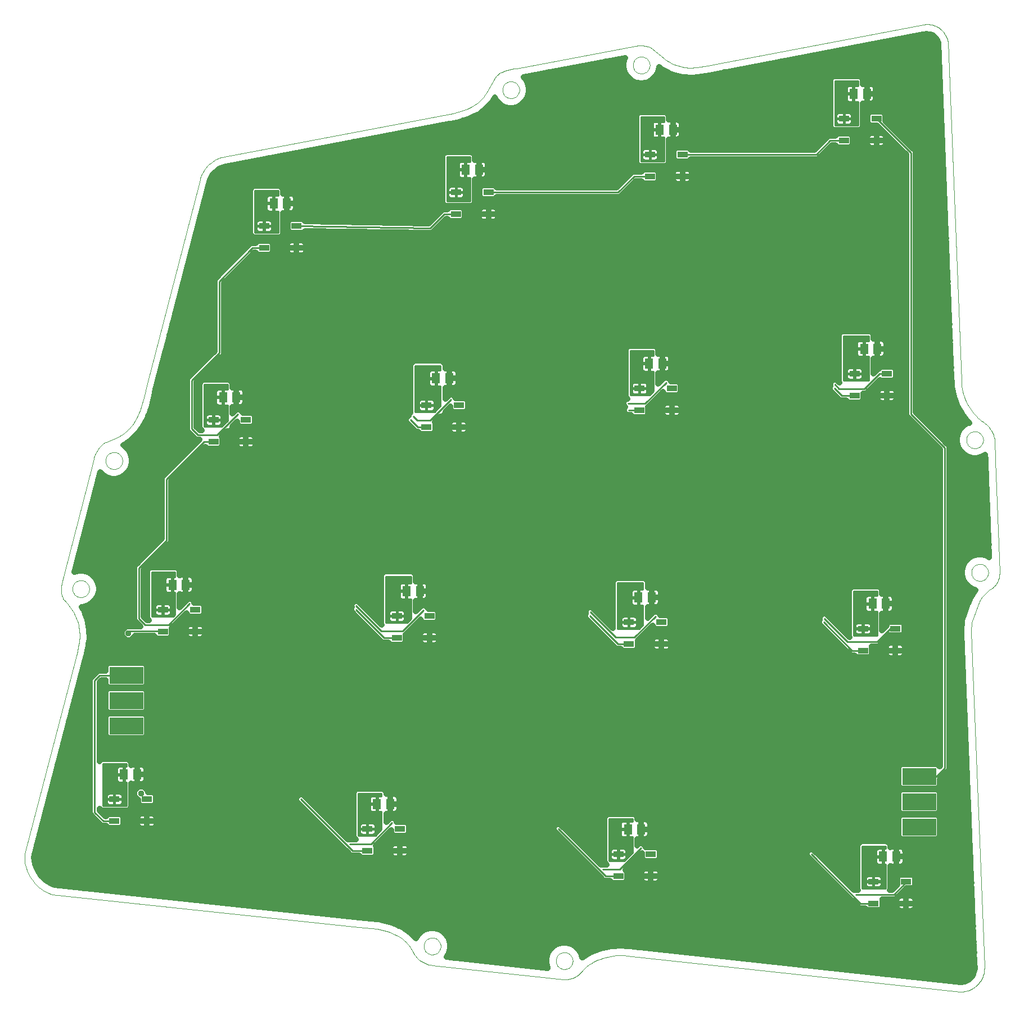
<source format=gtl>
G75*
G70*
%OFA0B0*%
%FSLAX24Y24*%
%IPPOS*%
%LPD*%
%AMOC8*
5,1,8,0,0,1.08239X$1,22.5*
%
%ADD10C,0.0010*%
%ADD11C,0.0000*%
%ADD12R,0.0591X0.0354*%
%ADD13R,0.0512X0.0630*%
%ADD14R,0.2000X0.1000*%
%ADD15C,0.0320*%
%ADD16OC8,0.0357*%
%ADD17C,0.0100*%
D10*
X017360Y015759D02*
X035525Y013826D01*
X036625Y013726D01*
X037291Y013560D01*
X037724Y013360D01*
X037810Y013320D01*
X037895Y013277D01*
X037977Y013230D01*
X038056Y013178D01*
X038133Y013123D01*
X038207Y013064D01*
X038279Y013001D01*
X038347Y012936D01*
X038412Y012866D01*
X038473Y012794D01*
X038531Y012719D01*
X038585Y012641D01*
X038635Y012561D01*
X038682Y012478D01*
X038724Y012393D01*
X039891Y011560D02*
X047657Y010727D01*
X047657Y010726D02*
X047726Y010721D01*
X047795Y010720D01*
X047865Y010723D01*
X047933Y010730D01*
X048002Y010740D01*
X048070Y010754D01*
X048136Y010772D01*
X048202Y010794D01*
X048267Y010819D01*
X048330Y010848D01*
X048391Y010880D01*
X048450Y010916D01*
X048507Y010955D01*
X048563Y010997D01*
X048615Y011042D01*
X048665Y011089D01*
X048713Y011140D01*
X048757Y011193D01*
X048814Y011262D01*
X048874Y011327D01*
X048936Y011390D01*
X049002Y011451D01*
X049070Y011508D01*
X049141Y011562D01*
X049214Y011612D01*
X049290Y011660D01*
X051423Y012126D02*
X071154Y009993D01*
X071227Y009992D01*
X071300Y009995D01*
X071372Y010001D01*
X071444Y010011D01*
X071516Y010025D01*
X071587Y010043D01*
X071656Y010064D01*
X071725Y010089D01*
X071792Y010117D01*
X071857Y010149D01*
X071921Y010184D01*
X071983Y010222D01*
X072043Y010263D01*
X072101Y010308D01*
X072156Y010355D01*
X072209Y010405D01*
X072259Y010458D01*
X072306Y010513D01*
X072351Y010571D01*
X072392Y010631D01*
X072430Y010693D01*
X072465Y010757D01*
X072497Y010822D01*
X072525Y010889D01*
X072550Y010958D01*
X072571Y011027D01*
X072589Y011098D01*
X072603Y011170D01*
X072613Y011242D01*
X072619Y011314D01*
X072622Y011387D01*
X072621Y011460D01*
X071821Y031358D01*
X071854Y031891D01*
X072221Y032891D01*
X072221Y032892D02*
X072255Y032978D01*
X072293Y033063D01*
X072335Y033146D01*
X072381Y033227D01*
X072430Y033306D01*
X072483Y033382D01*
X072540Y033456D01*
X072600Y033528D01*
X072663Y033596D01*
X072729Y033662D01*
X072798Y033724D01*
X072869Y033783D01*
X072944Y033839D01*
X073021Y033892D01*
X073521Y034857D02*
X073254Y041490D01*
X073221Y042790D01*
X073203Y042865D01*
X073182Y042939D01*
X073158Y043012D01*
X073130Y043084D01*
X073099Y043154D01*
X073064Y043223D01*
X073026Y043290D01*
X072985Y043355D01*
X072941Y043418D01*
X072893Y043479D01*
X072843Y043538D01*
X072790Y043594D01*
X072735Y043647D01*
X072677Y043698D01*
X072617Y043745D01*
X072554Y043790D01*
X072555Y043790D02*
X072450Y043864D01*
X072349Y043944D01*
X072251Y044027D01*
X072158Y044115D01*
X072068Y044207D01*
X071983Y044303D01*
X071902Y044403D01*
X071826Y044507D01*
X071755Y044613D01*
X071688Y044723D01*
X071254Y046223D02*
X070454Y066354D01*
X070440Y066420D01*
X070422Y066486D01*
X070400Y066551D01*
X070376Y066614D01*
X070347Y066676D01*
X070316Y066736D01*
X070281Y066794D01*
X070243Y066851D01*
X070202Y066905D01*
X070158Y066957D01*
X070111Y067006D01*
X070062Y067053D01*
X070010Y067097D01*
X069956Y067139D01*
X069900Y067177D01*
X069842Y067212D01*
X069782Y067244D01*
X069720Y067273D01*
X069657Y067298D01*
X069593Y067320D01*
X069527Y067338D01*
X069461Y067353D01*
X069394Y067364D01*
X069326Y067372D01*
X069258Y067375D01*
X069190Y067376D01*
X069123Y067372D01*
X069055Y067365D01*
X068988Y067354D01*
X056889Y065054D01*
X055556Y064820D02*
X055436Y064806D01*
X055315Y064798D01*
X055193Y064795D01*
X055072Y064798D01*
X054951Y064807D01*
X054831Y064822D01*
X054711Y064843D01*
X054593Y064870D01*
X054476Y064902D01*
X054360Y064940D01*
X054247Y064983D01*
X054136Y065032D01*
X054027Y065087D01*
X053922Y065146D01*
X053819Y065210D01*
X053719Y065280D01*
X053623Y065354D01*
X052923Y065921D01*
X052923Y065922D02*
X052905Y065944D01*
X052886Y065964D01*
X052864Y065982D01*
X052841Y065998D01*
X052816Y066011D01*
X052790Y066022D01*
X051923Y066088D02*
X044890Y064755D01*
X044057Y064554D02*
X044001Y064530D01*
X043946Y064502D01*
X043893Y064471D01*
X043842Y064437D01*
X043793Y064400D01*
X043747Y064360D01*
X043703Y064317D01*
X043662Y064271D01*
X043624Y064223D01*
X043589Y064173D01*
X043557Y064121D01*
X043124Y063355D02*
X043071Y063266D01*
X043015Y063180D01*
X042954Y063097D01*
X042889Y063016D01*
X042820Y062939D01*
X042748Y062865D01*
X042673Y062795D01*
X042594Y062728D01*
X042512Y062666D01*
X042427Y062607D01*
X042340Y062552D01*
X042250Y062501D01*
X042157Y062455D01*
X040924Y062055D02*
X027559Y059522D01*
X026126Y058155D02*
X024292Y051089D01*
X023559Y048256D01*
X022926Y045823D01*
X022092Y043590D02*
X022025Y043503D01*
X021953Y043420D01*
X021878Y043340D01*
X021799Y043264D01*
X021717Y043191D01*
X021631Y043123D01*
X021542Y043058D01*
X021450Y042998D01*
X021356Y042942D01*
X021259Y042890D01*
X020559Y042590D02*
X020511Y042570D01*
X020464Y042548D01*
X020419Y042522D01*
X020376Y042493D01*
X020334Y042461D01*
X020296Y042427D01*
X020259Y042390D01*
X019826Y041590D02*
X017993Y034491D01*
X017894Y033890D02*
X017890Y033831D01*
X017891Y033771D01*
X017894Y033712D01*
X017902Y033652D01*
X017913Y033594D01*
X017927Y033536D01*
X017945Y033479D01*
X017966Y033423D01*
X017991Y033369D01*
X018019Y033316D01*
X018050Y033265D01*
X018084Y033216D01*
X018121Y033169D01*
X018160Y033124D01*
X018593Y032558D02*
X018657Y032448D01*
X018715Y032335D01*
X018769Y032219D01*
X018817Y032101D01*
X018859Y031981D01*
X018895Y031859D01*
X018926Y031736D01*
X018951Y031611D01*
X018970Y031485D01*
X018983Y031359D01*
X018991Y031232D01*
X018992Y031105D01*
X018987Y030977D01*
X018976Y030851D01*
X018959Y030724D01*
X018793Y029925D02*
X015727Y018192D01*
X015727Y018193D02*
X015721Y018080D01*
X015720Y017967D01*
X015725Y017855D01*
X015736Y017742D01*
X015751Y017631D01*
X015772Y017520D01*
X015798Y017410D01*
X015830Y017302D01*
X015866Y017195D01*
X015908Y017090D01*
X015954Y016987D01*
X016005Y016887D01*
X016061Y016789D01*
X016122Y016694D01*
X016187Y016602D01*
X016256Y016513D01*
X016330Y016427D01*
X016408Y016345D01*
X016489Y016267D01*
X016574Y016193D01*
X016662Y016123D01*
X016754Y016057D01*
X016849Y015996D01*
X016946Y015939D01*
X017046Y015887D01*
X017149Y015840D01*
X017253Y015797D01*
X017360Y015760D01*
X018592Y032557D02*
X018515Y032677D01*
X018433Y032794D01*
X018346Y032908D01*
X018255Y033018D01*
X018159Y033124D01*
X017893Y033890D02*
X017909Y034042D01*
X017931Y034192D01*
X017959Y034342D01*
X017993Y034490D01*
X018960Y030724D02*
X018913Y030456D01*
X018858Y030189D01*
X018793Y029924D01*
X019826Y041590D02*
X019851Y041679D01*
X019880Y041766D01*
X019914Y041851D01*
X019952Y041935D01*
X019994Y042017D01*
X020039Y042096D01*
X020089Y042174D01*
X020142Y042249D01*
X020199Y042321D01*
X020259Y042390D01*
X022092Y043590D02*
X022187Y043725D01*
X022276Y043864D01*
X022357Y044007D01*
X022432Y044154D01*
X022499Y044304D01*
X022559Y044457D01*
X021260Y042890D02*
X021030Y042781D01*
X020797Y042681D01*
X020560Y042590D01*
X022559Y044457D02*
X022673Y044792D01*
X022773Y045132D01*
X022857Y045476D01*
X022926Y045823D01*
X026125Y058156D02*
X026150Y058243D01*
X026179Y058329D01*
X026212Y058413D01*
X026250Y058496D01*
X026291Y058577D01*
X026336Y058655D01*
X026384Y058732D01*
X026437Y058806D01*
X026493Y058877D01*
X026552Y058946D01*
X026615Y059011D01*
X026680Y059074D01*
X026749Y059133D01*
X026820Y059189D01*
X026894Y059242D01*
X026971Y059291D01*
X027049Y059336D01*
X027130Y059377D01*
X027213Y059414D01*
X027297Y059447D01*
X027383Y059477D01*
X027470Y059501D01*
X027558Y059522D01*
X040924Y062055D02*
X041136Y062100D01*
X041346Y062153D01*
X041553Y062216D01*
X041758Y062287D01*
X041959Y062367D01*
X042157Y062455D01*
X044057Y064554D02*
X044191Y064603D01*
X044328Y064646D01*
X044467Y064683D01*
X044607Y064713D01*
X044748Y064737D01*
X044890Y064754D01*
X051923Y066088D02*
X052002Y066101D01*
X052081Y066110D01*
X052161Y066115D01*
X052241Y066117D01*
X052321Y066115D01*
X052401Y066109D01*
X052480Y066099D01*
X052559Y066085D01*
X052637Y066067D01*
X052714Y066046D01*
X052790Y066021D01*
X055556Y064822D02*
X056224Y064928D01*
X056889Y065055D01*
X071254Y046223D02*
X071264Y046066D01*
X071281Y045909D01*
X071306Y045754D01*
X071339Y045600D01*
X071379Y045447D01*
X071427Y045297D01*
X071481Y045149D01*
X071543Y045004D01*
X071612Y044862D01*
X071687Y044723D01*
X073521Y034857D02*
X073522Y034794D01*
X073519Y034731D01*
X073512Y034668D01*
X073502Y034605D01*
X073489Y034544D01*
X073471Y034483D01*
X073451Y034423D01*
X073426Y034365D01*
X073399Y034308D01*
X073368Y034252D01*
X073335Y034199D01*
X073298Y034147D01*
X073258Y034098D01*
X073216Y034051D01*
X073171Y034007D01*
X073123Y033965D01*
X073073Y033926D01*
X073021Y033890D01*
X051423Y012126D02*
X051265Y012139D01*
X051106Y012146D01*
X050947Y012144D01*
X050789Y012136D01*
X050631Y012120D01*
X050474Y012097D01*
X050318Y012067D01*
X050164Y012029D01*
X050012Y011985D01*
X049861Y011933D01*
X049714Y011875D01*
X049569Y011809D01*
X049428Y011738D01*
X049290Y011659D01*
X039891Y011559D02*
X039817Y011569D01*
X039743Y011583D01*
X039670Y011600D01*
X039599Y011622D01*
X039528Y011646D01*
X039458Y011675D01*
X039391Y011707D01*
X039325Y011742D01*
X039260Y011781D01*
X039198Y011823D01*
X039139Y011868D01*
X039081Y011916D01*
X039026Y011967D01*
X038974Y012021D01*
X038925Y012077D01*
X038878Y012136D01*
X038835Y012197D01*
X038795Y012261D01*
X038758Y012326D01*
X038724Y012393D01*
X043124Y063354D02*
X043558Y064121D01*
D11*
X044057Y063488D02*
X044059Y063532D01*
X044065Y063576D01*
X044075Y063619D01*
X044088Y063661D01*
X044105Y063702D01*
X044126Y063741D01*
X044150Y063778D01*
X044177Y063813D01*
X044207Y063845D01*
X044240Y063875D01*
X044276Y063901D01*
X044313Y063925D01*
X044353Y063944D01*
X044394Y063961D01*
X044437Y063973D01*
X044480Y063982D01*
X044524Y063987D01*
X044568Y063988D01*
X044612Y063985D01*
X044656Y063978D01*
X044699Y063967D01*
X044741Y063953D01*
X044781Y063935D01*
X044820Y063913D01*
X044856Y063889D01*
X044890Y063861D01*
X044922Y063830D01*
X044951Y063796D01*
X044977Y063760D01*
X044999Y063722D01*
X045018Y063682D01*
X045033Y063640D01*
X045045Y063598D01*
X045053Y063554D01*
X045057Y063510D01*
X045057Y063466D01*
X045053Y063422D01*
X045045Y063378D01*
X045033Y063336D01*
X045018Y063294D01*
X044999Y063254D01*
X044977Y063216D01*
X044951Y063180D01*
X044922Y063146D01*
X044890Y063115D01*
X044856Y063087D01*
X044820Y063063D01*
X044781Y063041D01*
X044741Y063023D01*
X044699Y063009D01*
X044656Y062998D01*
X044612Y062991D01*
X044568Y062988D01*
X044524Y062989D01*
X044480Y062994D01*
X044437Y063003D01*
X044394Y063015D01*
X044353Y063032D01*
X044313Y063051D01*
X044276Y063075D01*
X044240Y063101D01*
X044207Y063131D01*
X044177Y063163D01*
X044150Y063198D01*
X044126Y063235D01*
X044105Y063274D01*
X044088Y063315D01*
X044075Y063357D01*
X044065Y063400D01*
X044059Y063444D01*
X044057Y063488D01*
X051790Y064954D02*
X051792Y064998D01*
X051798Y065042D01*
X051808Y065085D01*
X051821Y065127D01*
X051838Y065168D01*
X051859Y065207D01*
X051883Y065244D01*
X051910Y065279D01*
X051940Y065311D01*
X051973Y065341D01*
X052009Y065367D01*
X052046Y065391D01*
X052086Y065410D01*
X052127Y065427D01*
X052170Y065439D01*
X052213Y065448D01*
X052257Y065453D01*
X052301Y065454D01*
X052345Y065451D01*
X052389Y065444D01*
X052432Y065433D01*
X052474Y065419D01*
X052514Y065401D01*
X052553Y065379D01*
X052589Y065355D01*
X052623Y065327D01*
X052655Y065296D01*
X052684Y065262D01*
X052710Y065226D01*
X052732Y065188D01*
X052751Y065148D01*
X052766Y065106D01*
X052778Y065064D01*
X052786Y065020D01*
X052790Y064976D01*
X052790Y064932D01*
X052786Y064888D01*
X052778Y064844D01*
X052766Y064802D01*
X052751Y064760D01*
X052732Y064720D01*
X052710Y064682D01*
X052684Y064646D01*
X052655Y064612D01*
X052623Y064581D01*
X052589Y064553D01*
X052553Y064529D01*
X052514Y064507D01*
X052474Y064489D01*
X052432Y064475D01*
X052389Y064464D01*
X052345Y064457D01*
X052301Y064454D01*
X052257Y064455D01*
X052213Y064460D01*
X052170Y064469D01*
X052127Y064481D01*
X052086Y064498D01*
X052046Y064517D01*
X052009Y064541D01*
X051973Y064567D01*
X051940Y064597D01*
X051910Y064629D01*
X051883Y064664D01*
X051859Y064701D01*
X051838Y064740D01*
X051821Y064781D01*
X051808Y064823D01*
X051798Y064866D01*
X051792Y064910D01*
X051790Y064954D01*
X071554Y042723D02*
X071556Y042767D01*
X071562Y042811D01*
X071572Y042854D01*
X071585Y042896D01*
X071602Y042937D01*
X071623Y042976D01*
X071647Y043013D01*
X071674Y043048D01*
X071704Y043080D01*
X071737Y043110D01*
X071773Y043136D01*
X071810Y043160D01*
X071850Y043179D01*
X071891Y043196D01*
X071934Y043208D01*
X071977Y043217D01*
X072021Y043222D01*
X072065Y043223D01*
X072109Y043220D01*
X072153Y043213D01*
X072196Y043202D01*
X072238Y043188D01*
X072278Y043170D01*
X072317Y043148D01*
X072353Y043124D01*
X072387Y043096D01*
X072419Y043065D01*
X072448Y043031D01*
X072474Y042995D01*
X072496Y042957D01*
X072515Y042917D01*
X072530Y042875D01*
X072542Y042833D01*
X072550Y042789D01*
X072554Y042745D01*
X072554Y042701D01*
X072550Y042657D01*
X072542Y042613D01*
X072530Y042571D01*
X072515Y042529D01*
X072496Y042489D01*
X072474Y042451D01*
X072448Y042415D01*
X072419Y042381D01*
X072387Y042350D01*
X072353Y042322D01*
X072317Y042298D01*
X072278Y042276D01*
X072238Y042258D01*
X072196Y042244D01*
X072153Y042233D01*
X072109Y042226D01*
X072065Y042223D01*
X072021Y042224D01*
X071977Y042229D01*
X071934Y042238D01*
X071891Y042250D01*
X071850Y042267D01*
X071810Y042286D01*
X071773Y042310D01*
X071737Y042336D01*
X071704Y042366D01*
X071674Y042398D01*
X071647Y042433D01*
X071623Y042470D01*
X071602Y042509D01*
X071585Y042550D01*
X071572Y042592D01*
X071562Y042635D01*
X071556Y042679D01*
X071554Y042723D01*
X071854Y034857D02*
X071856Y034901D01*
X071862Y034945D01*
X071872Y034988D01*
X071885Y035030D01*
X071902Y035071D01*
X071923Y035110D01*
X071947Y035147D01*
X071974Y035182D01*
X072004Y035214D01*
X072037Y035244D01*
X072073Y035270D01*
X072110Y035294D01*
X072150Y035313D01*
X072191Y035330D01*
X072234Y035342D01*
X072277Y035351D01*
X072321Y035356D01*
X072365Y035357D01*
X072409Y035354D01*
X072453Y035347D01*
X072496Y035336D01*
X072538Y035322D01*
X072578Y035304D01*
X072617Y035282D01*
X072653Y035258D01*
X072687Y035230D01*
X072719Y035199D01*
X072748Y035165D01*
X072774Y035129D01*
X072796Y035091D01*
X072815Y035051D01*
X072830Y035009D01*
X072842Y034967D01*
X072850Y034923D01*
X072854Y034879D01*
X072854Y034835D01*
X072850Y034791D01*
X072842Y034747D01*
X072830Y034705D01*
X072815Y034663D01*
X072796Y034623D01*
X072774Y034585D01*
X072748Y034549D01*
X072719Y034515D01*
X072687Y034484D01*
X072653Y034456D01*
X072617Y034432D01*
X072578Y034410D01*
X072538Y034392D01*
X072496Y034378D01*
X072453Y034367D01*
X072409Y034360D01*
X072365Y034357D01*
X072321Y034358D01*
X072277Y034363D01*
X072234Y034372D01*
X072191Y034384D01*
X072150Y034401D01*
X072110Y034420D01*
X072073Y034444D01*
X072037Y034470D01*
X072004Y034500D01*
X071974Y034532D01*
X071947Y034567D01*
X071923Y034604D01*
X071902Y034643D01*
X071885Y034684D01*
X071872Y034726D01*
X071862Y034769D01*
X071856Y034813D01*
X071854Y034857D01*
X047223Y011826D02*
X047225Y011870D01*
X047231Y011914D01*
X047241Y011957D01*
X047254Y011999D01*
X047271Y012040D01*
X047292Y012079D01*
X047316Y012116D01*
X047343Y012151D01*
X047373Y012183D01*
X047406Y012213D01*
X047442Y012239D01*
X047479Y012263D01*
X047519Y012282D01*
X047560Y012299D01*
X047603Y012311D01*
X047646Y012320D01*
X047690Y012325D01*
X047734Y012326D01*
X047778Y012323D01*
X047822Y012316D01*
X047865Y012305D01*
X047907Y012291D01*
X047947Y012273D01*
X047986Y012251D01*
X048022Y012227D01*
X048056Y012199D01*
X048088Y012168D01*
X048117Y012134D01*
X048143Y012098D01*
X048165Y012060D01*
X048184Y012020D01*
X048199Y011978D01*
X048211Y011936D01*
X048219Y011892D01*
X048223Y011848D01*
X048223Y011804D01*
X048219Y011760D01*
X048211Y011716D01*
X048199Y011674D01*
X048184Y011632D01*
X048165Y011592D01*
X048143Y011554D01*
X048117Y011518D01*
X048088Y011484D01*
X048056Y011453D01*
X048022Y011425D01*
X047986Y011401D01*
X047947Y011379D01*
X047907Y011361D01*
X047865Y011347D01*
X047822Y011336D01*
X047778Y011329D01*
X047734Y011326D01*
X047690Y011327D01*
X047646Y011332D01*
X047603Y011341D01*
X047560Y011353D01*
X047519Y011370D01*
X047479Y011389D01*
X047442Y011413D01*
X047406Y011439D01*
X047373Y011469D01*
X047343Y011501D01*
X047316Y011536D01*
X047292Y011573D01*
X047271Y011612D01*
X047254Y011653D01*
X047241Y011695D01*
X047231Y011738D01*
X047225Y011782D01*
X047223Y011826D01*
X039391Y012693D02*
X039393Y012737D01*
X039399Y012781D01*
X039409Y012824D01*
X039422Y012866D01*
X039439Y012907D01*
X039460Y012946D01*
X039484Y012983D01*
X039511Y013018D01*
X039541Y013050D01*
X039574Y013080D01*
X039610Y013106D01*
X039647Y013130D01*
X039687Y013149D01*
X039728Y013166D01*
X039771Y013178D01*
X039814Y013187D01*
X039858Y013192D01*
X039902Y013193D01*
X039946Y013190D01*
X039990Y013183D01*
X040033Y013172D01*
X040075Y013158D01*
X040115Y013140D01*
X040154Y013118D01*
X040190Y013094D01*
X040224Y013066D01*
X040256Y013035D01*
X040285Y013001D01*
X040311Y012965D01*
X040333Y012927D01*
X040352Y012887D01*
X040367Y012845D01*
X040379Y012803D01*
X040387Y012759D01*
X040391Y012715D01*
X040391Y012671D01*
X040387Y012627D01*
X040379Y012583D01*
X040367Y012541D01*
X040352Y012499D01*
X040333Y012459D01*
X040311Y012421D01*
X040285Y012385D01*
X040256Y012351D01*
X040224Y012320D01*
X040190Y012292D01*
X040154Y012268D01*
X040115Y012246D01*
X040075Y012228D01*
X040033Y012214D01*
X039990Y012203D01*
X039946Y012196D01*
X039902Y012193D01*
X039858Y012194D01*
X039814Y012199D01*
X039771Y012208D01*
X039728Y012220D01*
X039687Y012237D01*
X039647Y012256D01*
X039610Y012280D01*
X039574Y012306D01*
X039541Y012336D01*
X039511Y012368D01*
X039484Y012403D01*
X039460Y012440D01*
X039439Y012479D01*
X039422Y012520D01*
X039409Y012562D01*
X039399Y012605D01*
X039393Y012649D01*
X039391Y012693D01*
X018560Y033891D02*
X018562Y033935D01*
X018568Y033979D01*
X018578Y034022D01*
X018591Y034064D01*
X018608Y034105D01*
X018629Y034144D01*
X018653Y034181D01*
X018680Y034216D01*
X018710Y034248D01*
X018743Y034278D01*
X018779Y034304D01*
X018816Y034328D01*
X018856Y034347D01*
X018897Y034364D01*
X018940Y034376D01*
X018983Y034385D01*
X019027Y034390D01*
X019071Y034391D01*
X019115Y034388D01*
X019159Y034381D01*
X019202Y034370D01*
X019244Y034356D01*
X019284Y034338D01*
X019323Y034316D01*
X019359Y034292D01*
X019393Y034264D01*
X019425Y034233D01*
X019454Y034199D01*
X019480Y034163D01*
X019502Y034125D01*
X019521Y034085D01*
X019536Y034043D01*
X019548Y034001D01*
X019556Y033957D01*
X019560Y033913D01*
X019560Y033869D01*
X019556Y033825D01*
X019548Y033781D01*
X019536Y033739D01*
X019521Y033697D01*
X019502Y033657D01*
X019480Y033619D01*
X019454Y033583D01*
X019425Y033549D01*
X019393Y033518D01*
X019359Y033490D01*
X019323Y033466D01*
X019284Y033444D01*
X019244Y033426D01*
X019202Y033412D01*
X019159Y033401D01*
X019115Y033394D01*
X019071Y033391D01*
X019027Y033392D01*
X018983Y033397D01*
X018940Y033406D01*
X018897Y033418D01*
X018856Y033435D01*
X018816Y033454D01*
X018779Y033478D01*
X018743Y033504D01*
X018710Y033534D01*
X018680Y033566D01*
X018653Y033601D01*
X018629Y033638D01*
X018608Y033677D01*
X018591Y033718D01*
X018578Y033760D01*
X018568Y033803D01*
X018562Y033847D01*
X018560Y033891D01*
X020526Y041490D02*
X020528Y041534D01*
X020534Y041578D01*
X020544Y041621D01*
X020557Y041663D01*
X020574Y041704D01*
X020595Y041743D01*
X020619Y041780D01*
X020646Y041815D01*
X020676Y041847D01*
X020709Y041877D01*
X020745Y041903D01*
X020782Y041927D01*
X020822Y041946D01*
X020863Y041963D01*
X020906Y041975D01*
X020949Y041984D01*
X020993Y041989D01*
X021037Y041990D01*
X021081Y041987D01*
X021125Y041980D01*
X021168Y041969D01*
X021210Y041955D01*
X021250Y041937D01*
X021289Y041915D01*
X021325Y041891D01*
X021359Y041863D01*
X021391Y041832D01*
X021420Y041798D01*
X021446Y041762D01*
X021468Y041724D01*
X021487Y041684D01*
X021502Y041642D01*
X021514Y041600D01*
X021522Y041556D01*
X021526Y041512D01*
X021526Y041468D01*
X021522Y041424D01*
X021514Y041380D01*
X021502Y041338D01*
X021487Y041296D01*
X021468Y041256D01*
X021446Y041218D01*
X021420Y041182D01*
X021391Y041148D01*
X021359Y041117D01*
X021325Y041089D01*
X021289Y041065D01*
X021250Y041043D01*
X021210Y041025D01*
X021168Y041011D01*
X021125Y041000D01*
X021081Y040993D01*
X021037Y040990D01*
X020993Y040991D01*
X020949Y040996D01*
X020906Y041005D01*
X020863Y041017D01*
X020822Y041034D01*
X020782Y041053D01*
X020745Y041077D01*
X020709Y041103D01*
X020676Y041133D01*
X020646Y041165D01*
X020619Y041200D01*
X020595Y041237D01*
X020574Y041276D01*
X020557Y041317D01*
X020544Y041359D01*
X020534Y041402D01*
X020528Y041446D01*
X020526Y041490D01*
D12*
X026920Y042610D03*
X026920Y043910D03*
X028850Y043910D03*
X028850Y042610D03*
X039545Y043485D03*
X039545Y044785D03*
X041475Y044785D03*
X041475Y043485D03*
X052170Y044485D03*
X052170Y045785D03*
X054100Y045785D03*
X054100Y044485D03*
X064920Y045360D03*
X064920Y046660D03*
X066850Y046660D03*
X066850Y045360D03*
X054725Y058360D03*
X054725Y059660D03*
X052795Y059660D03*
X052795Y058360D03*
X043225Y057410D03*
X043225Y056110D03*
X041295Y056110D03*
X041295Y057410D03*
X031850Y055410D03*
X031850Y054110D03*
X029920Y054110D03*
X029920Y055410D03*
X025850Y032660D03*
X025850Y031360D03*
X023920Y031360D03*
X023920Y032660D03*
X022975Y021410D03*
X022975Y020110D03*
X021045Y020110D03*
X021045Y021410D03*
X036045Y019660D03*
X036045Y018360D03*
X037975Y018360D03*
X037975Y019660D03*
X037795Y030985D03*
X037795Y032285D03*
X039725Y032285D03*
X039725Y030985D03*
X051545Y030610D03*
X051545Y031910D03*
X053475Y031910D03*
X053475Y030610D03*
X065420Y030235D03*
X065420Y031535D03*
X067350Y031535D03*
X067350Y030235D03*
X052850Y018160D03*
X052850Y016860D03*
X050920Y016860D03*
X050920Y018160D03*
X066045Y016535D03*
X066045Y015235D03*
X067975Y015235D03*
X067975Y016535D03*
X066225Y060485D03*
X066225Y061785D03*
X064295Y061785D03*
X064295Y060485D03*
D13*
X064866Y063260D03*
X065654Y063260D03*
X054154Y061135D03*
X053366Y061135D03*
X042654Y058760D03*
X041866Y058760D03*
X031279Y056760D03*
X030491Y056760D03*
X040116Y046385D03*
X040904Y046385D03*
X052741Y047260D03*
X053529Y047260D03*
X065491Y048135D03*
X066279Y048135D03*
X052904Y033385D03*
X052116Y033385D03*
X039154Y033760D03*
X038366Y033760D03*
X025279Y034135D03*
X024491Y034135D03*
X027491Y045260D03*
X028279Y045260D03*
X022404Y022885D03*
X021616Y022885D03*
X036616Y021135D03*
X037404Y021135D03*
X051491Y019635D03*
X052279Y019635D03*
X066616Y018010D03*
X067404Y018010D03*
X066779Y033010D03*
X065991Y033010D03*
D14*
X068760Y022760D03*
X068760Y021260D03*
X068760Y019760D03*
X021760Y025760D03*
X021760Y027260D03*
X021760Y028760D03*
D15*
X022980Y028870D02*
X069990Y028870D01*
X069990Y028552D02*
X022980Y028552D01*
X022980Y028233D02*
X069990Y028233D01*
X069990Y027915D02*
X022917Y027915D01*
X022980Y027851D02*
X022851Y027980D01*
X020669Y027980D01*
X020540Y027851D01*
X020540Y026669D01*
X020669Y026540D01*
X022851Y026540D01*
X022980Y026669D01*
X022980Y027851D01*
X022851Y028040D02*
X022980Y028169D01*
X022980Y029351D01*
X022851Y029480D01*
X020669Y029480D01*
X020540Y029351D01*
X020540Y029030D01*
X020131Y029030D01*
X020032Y028989D01*
X019656Y028613D01*
X019615Y028514D01*
X019615Y020581D01*
X019656Y020482D01*
X020181Y019957D01*
X020257Y019881D01*
X020356Y019840D01*
X020532Y019840D01*
X020659Y019713D01*
X021432Y019713D01*
X021561Y019842D01*
X021561Y020379D01*
X021432Y020508D01*
X020659Y020508D01*
X020532Y020380D01*
X020521Y020380D01*
X020155Y020747D01*
X020155Y020860D01*
X020156Y020857D01*
X020232Y020781D01*
X020331Y020740D01*
X021814Y020740D01*
X021913Y020781D01*
X021989Y020857D01*
X022030Y020956D01*
X022030Y021717D01*
X022033Y021720D01*
X022033Y022050D01*
X022030Y022053D01*
X022030Y022092D01*
X022033Y022095D01*
X022033Y022336D01*
X022072Y022320D01*
X022122Y022310D01*
X022404Y022310D01*
X022685Y022310D01*
X022735Y022320D01*
X022783Y022340D01*
X022825Y022368D01*
X022862Y022404D01*
X022890Y022447D01*
X022910Y022494D01*
X022920Y022544D01*
X022920Y022885D01*
X022920Y023226D01*
X022910Y023276D01*
X022890Y023323D01*
X022862Y023366D01*
X022825Y023402D01*
X022783Y023430D01*
X022735Y023450D01*
X022685Y023460D01*
X022404Y023460D01*
X022404Y022885D01*
X022920Y022885D01*
X022404Y022885D01*
X022404Y022885D01*
X022404Y022885D01*
X022404Y022310D01*
X022404Y022885D01*
X022404Y022885D01*
X022404Y023460D01*
X022122Y023460D01*
X022072Y023450D01*
X022030Y023433D01*
X022030Y023564D01*
X021989Y023663D01*
X021913Y023739D01*
X021814Y023780D01*
X020331Y023780D01*
X020232Y023739D01*
X020156Y023663D01*
X020155Y023660D01*
X020155Y028348D01*
X020297Y028490D01*
X020540Y028490D01*
X020540Y028169D01*
X020669Y028040D01*
X022851Y028040D01*
X022980Y027596D02*
X069990Y027596D01*
X069990Y027278D02*
X022980Y027278D01*
X022980Y026959D02*
X069990Y026959D01*
X069990Y026641D02*
X022952Y026641D01*
X022851Y026480D02*
X022980Y026351D01*
X022980Y025169D01*
X022851Y025040D01*
X020669Y025040D01*
X020540Y025169D01*
X020540Y026351D01*
X020669Y026480D01*
X022851Y026480D01*
X022980Y026322D02*
X069990Y026322D01*
X069990Y026004D02*
X022980Y026004D01*
X022980Y025685D02*
X069990Y025685D01*
X069990Y025367D02*
X022980Y025367D01*
X022859Y025048D02*
X069990Y025048D01*
X069990Y024730D02*
X020155Y024730D01*
X020155Y025048D02*
X020661Y025048D01*
X020540Y025367D02*
X020155Y025367D01*
X020155Y025685D02*
X020540Y025685D01*
X020540Y026004D02*
X020155Y026004D01*
X020155Y026322D02*
X020540Y026322D01*
X020568Y026641D02*
X020155Y026641D01*
X020155Y026959D02*
X020540Y026959D01*
X020540Y027278D02*
X020155Y027278D01*
X020155Y027596D02*
X020540Y027596D01*
X020603Y027915D02*
X020155Y027915D01*
X020155Y028233D02*
X020540Y028233D01*
X019913Y028870D02*
X019101Y028870D01*
X019018Y028552D02*
X019631Y028552D01*
X019615Y028233D02*
X018935Y028233D01*
X018852Y027915D02*
X019615Y027915D01*
X019615Y027596D02*
X018768Y027596D01*
X018685Y027278D02*
X019615Y027278D01*
X019615Y026959D02*
X018602Y026959D01*
X018519Y026641D02*
X019615Y026641D01*
X019615Y026322D02*
X018435Y026322D01*
X018352Y026004D02*
X019615Y026004D01*
X019615Y025685D02*
X018269Y025685D01*
X018186Y025367D02*
X019615Y025367D01*
X019615Y025048D02*
X018102Y025048D01*
X018019Y024730D02*
X019615Y024730D01*
X019615Y024411D02*
X017936Y024411D01*
X017853Y024093D02*
X019615Y024093D01*
X019615Y023774D02*
X017769Y023774D01*
X017686Y023456D02*
X019615Y023456D01*
X019615Y023137D02*
X017603Y023137D01*
X017520Y022819D02*
X019615Y022819D01*
X019615Y022500D02*
X017436Y022500D01*
X017353Y022182D02*
X019615Y022182D01*
X019615Y021863D02*
X017270Y021863D01*
X017187Y021545D02*
X019615Y021545D01*
X019615Y021226D02*
X017103Y021226D01*
X017020Y020908D02*
X019615Y020908D01*
X019615Y020589D02*
X016937Y020589D01*
X016854Y020271D02*
X019868Y020271D01*
X020186Y019952D02*
X016770Y019952D01*
X016687Y019634D02*
X033505Y019634D01*
X033186Y019952D02*
X023530Y019952D01*
X023530Y019908D02*
X023530Y020110D01*
X022975Y020110D01*
X022975Y020110D01*
X022975Y019673D01*
X023295Y019673D01*
X023346Y019683D01*
X023393Y019703D01*
X023436Y019731D01*
X023472Y019767D01*
X023500Y019810D01*
X023520Y019857D01*
X023530Y019908D01*
X023530Y020110D02*
X022975Y020110D01*
X022975Y020110D01*
X022975Y019673D01*
X022654Y019673D01*
X022603Y019683D01*
X022556Y019703D01*
X022514Y019731D01*
X022477Y019767D01*
X022449Y019810D01*
X022429Y019857D01*
X022419Y019908D01*
X022419Y020110D01*
X022975Y020110D01*
X022975Y020110D01*
X022975Y020110D01*
X022975Y020548D01*
X023295Y020548D01*
X023346Y020538D01*
X023393Y020518D01*
X023436Y020490D01*
X023472Y020453D01*
X023500Y020411D01*
X023520Y020363D01*
X023530Y020313D01*
X023530Y020110D01*
X023530Y020271D02*
X032868Y020271D01*
X032549Y020589D02*
X020313Y020589D01*
X021561Y020271D02*
X022419Y020271D01*
X022419Y020313D02*
X022419Y020110D01*
X022975Y020110D01*
X022975Y020548D01*
X022654Y020548D01*
X022603Y020538D01*
X022556Y020518D01*
X022514Y020490D01*
X022477Y020453D01*
X022449Y020411D01*
X022429Y020363D01*
X022419Y020313D01*
X022419Y019952D02*
X021561Y019952D01*
X022975Y019952D02*
X022975Y019952D01*
X022975Y020271D02*
X022975Y020271D01*
X022588Y021012D02*
X023361Y021012D01*
X023490Y021141D01*
X023490Y021678D01*
X023361Y021807D01*
X023033Y021807D01*
X023033Y021925D01*
X022800Y022158D01*
X022470Y022158D01*
X022237Y021925D01*
X022237Y021595D01*
X022459Y021372D01*
X022459Y021141D01*
X022588Y021012D01*
X022459Y021226D02*
X022030Y021226D01*
X022030Y021545D02*
X022287Y021545D01*
X022237Y021863D02*
X022033Y021863D01*
X022033Y022182D02*
X067540Y022182D01*
X067540Y022169D02*
X067669Y022040D01*
X069851Y022040D01*
X069980Y022169D01*
X069980Y022598D01*
X069989Y022607D01*
X070489Y023107D01*
X070530Y023206D01*
X070530Y042314D01*
X070489Y042413D01*
X070413Y042489D01*
X068530Y044372D01*
X068530Y059803D01*
X068489Y059902D01*
X068413Y059978D01*
X066740Y061651D01*
X066740Y062053D01*
X066611Y062182D01*
X065838Y062182D01*
X065709Y062053D01*
X065709Y061516D01*
X065838Y061387D01*
X066240Y061387D01*
X067990Y059637D01*
X067990Y044206D01*
X068031Y044107D01*
X069990Y042148D01*
X069990Y023372D01*
X069975Y023356D01*
X069851Y023480D01*
X067669Y023480D01*
X067540Y023351D01*
X067540Y022169D01*
X067669Y021980D02*
X067540Y021851D01*
X067540Y020669D01*
X067669Y020540D01*
X069851Y020540D01*
X069980Y020669D01*
X069980Y021851D01*
X069851Y021980D01*
X067669Y021980D01*
X067552Y021863D02*
X037135Y021863D01*
X037155Y021814D02*
X037114Y021913D01*
X037038Y021989D01*
X036939Y022030D01*
X035456Y022030D01*
X035357Y021989D01*
X035281Y021913D01*
X035240Y021814D01*
X035240Y019206D01*
X035281Y019107D01*
X035357Y019031D01*
X035360Y019030D01*
X034956Y019030D01*
X034897Y019005D01*
X032263Y021639D01*
X032164Y021680D01*
X032057Y021680D01*
X031957Y021639D01*
X031881Y021563D01*
X031840Y021463D01*
X031840Y021356D01*
X031881Y021257D01*
X034931Y018207D01*
X035007Y018131D01*
X035106Y018090D01*
X035532Y018090D01*
X035659Y017963D01*
X036432Y017963D01*
X036561Y018092D01*
X036561Y018629D01*
X036536Y018654D01*
X037459Y019577D01*
X037459Y019391D01*
X037588Y019262D01*
X038361Y019262D01*
X038490Y019391D01*
X038490Y019928D01*
X038361Y020057D01*
X037780Y020057D01*
X037780Y020064D01*
X037739Y020163D01*
X037663Y020239D01*
X037564Y020280D01*
X037456Y020280D01*
X037357Y020239D01*
X037155Y020037D01*
X037155Y020560D01*
X037404Y020560D01*
X037685Y020560D01*
X037735Y020570D01*
X037783Y020590D01*
X037825Y020618D01*
X037862Y020654D01*
X037890Y020697D01*
X037910Y020744D01*
X037920Y020794D01*
X037920Y021135D01*
X037920Y021476D01*
X037910Y021526D01*
X037890Y021573D01*
X037862Y021616D01*
X037825Y021652D01*
X037783Y021680D01*
X037735Y021700D01*
X037685Y021710D01*
X037404Y021710D01*
X037404Y021135D01*
X037920Y021135D01*
X037404Y021135D01*
X037404Y021135D01*
X037404Y021135D01*
X037404Y020560D01*
X037404Y021135D01*
X037404Y021135D01*
X037404Y021710D01*
X037155Y021710D01*
X037155Y021814D01*
X037404Y021545D02*
X037404Y021545D01*
X037404Y021226D02*
X037404Y021226D01*
X037404Y020908D02*
X037404Y020908D01*
X037404Y020589D02*
X037404Y020589D01*
X037433Y020271D02*
X037155Y020271D01*
X037587Y020271D02*
X050115Y020271D01*
X050115Y020314D02*
X050115Y017706D01*
X050156Y017607D01*
X050232Y017531D01*
X050235Y017530D01*
X049956Y017530D01*
X049897Y017505D01*
X047513Y019889D01*
X047414Y019930D01*
X047307Y019930D01*
X047207Y019889D01*
X047131Y019813D01*
X047090Y019713D01*
X047090Y019606D01*
X047131Y019507D01*
X049931Y016707D01*
X050007Y016631D01*
X050106Y016590D01*
X050407Y016590D01*
X050534Y016463D01*
X051307Y016463D01*
X051436Y016592D01*
X051436Y017129D01*
X051348Y017216D01*
X052334Y018202D01*
X052334Y017891D01*
X052463Y017762D01*
X053236Y017762D01*
X053365Y017891D01*
X053365Y018428D01*
X053236Y018557D01*
X052530Y018557D01*
X052530Y018564D01*
X052489Y018663D01*
X052413Y018739D01*
X052314Y018780D01*
X052206Y018780D01*
X052107Y018739D01*
X052030Y018662D01*
X052030Y019060D01*
X052279Y019060D01*
X052560Y019060D01*
X052610Y019070D01*
X052658Y019090D01*
X052700Y019118D01*
X052737Y019154D01*
X052765Y019197D01*
X052785Y019244D01*
X052795Y019294D01*
X052795Y019635D01*
X052795Y019976D01*
X052785Y020026D01*
X052765Y020073D01*
X052737Y020116D01*
X052700Y020152D01*
X052658Y020180D01*
X052610Y020200D01*
X052560Y020210D01*
X052279Y020210D01*
X052279Y019635D01*
X052795Y019635D01*
X052279Y019635D01*
X052279Y019635D01*
X052279Y019635D01*
X052279Y019060D01*
X052279Y019635D01*
X052279Y019635D01*
X052279Y020210D01*
X052030Y020210D01*
X052030Y020314D01*
X051989Y020413D01*
X051913Y020489D01*
X051814Y020530D01*
X050331Y020530D01*
X050232Y020489D01*
X050156Y020413D01*
X050115Y020314D01*
X050115Y019952D02*
X038466Y019952D01*
X038490Y019634D02*
X047090Y019634D01*
X047323Y019315D02*
X038414Y019315D01*
X038295Y018798D02*
X037975Y018798D01*
X037975Y018360D01*
X037975Y018360D01*
X038530Y018360D01*
X038530Y018158D01*
X038520Y018107D01*
X038500Y018060D01*
X038472Y018017D01*
X038436Y017981D01*
X038393Y017953D01*
X038346Y017933D01*
X038295Y017923D01*
X037975Y017923D01*
X037975Y018360D01*
X037975Y018360D01*
X038530Y018360D01*
X038530Y018563D01*
X038520Y018613D01*
X038500Y018661D01*
X038472Y018703D01*
X038436Y018740D01*
X038393Y018768D01*
X038346Y018788D01*
X038295Y018798D01*
X038489Y018678D02*
X047960Y018678D01*
X047642Y018997D02*
X036878Y018997D01*
X037197Y019315D02*
X037536Y019315D01*
X037654Y018798D02*
X037603Y018788D01*
X037556Y018768D01*
X037514Y018740D01*
X037477Y018703D01*
X037449Y018661D01*
X037429Y018613D01*
X037419Y018563D01*
X037419Y018360D01*
X037419Y018158D01*
X037429Y018107D01*
X037449Y018060D01*
X037477Y018017D01*
X037514Y017981D01*
X037556Y017953D01*
X037603Y017933D01*
X037654Y017923D01*
X037975Y017923D01*
X037975Y018360D01*
X037419Y018360D01*
X037975Y018360D01*
X037975Y018360D01*
X037975Y018360D01*
X037975Y018798D01*
X037654Y018798D01*
X037460Y018678D02*
X036560Y018678D01*
X036561Y018360D02*
X037419Y018360D01*
X037462Y018041D02*
X036510Y018041D01*
X035581Y018041D02*
X016288Y018041D01*
X016289Y018111D02*
X019311Y029673D01*
X019311Y029673D01*
X019338Y029777D01*
X019368Y029891D01*
X019450Y030205D01*
X019500Y030526D01*
X019500Y030526D01*
X019518Y030637D01*
X019523Y030667D01*
X019535Y030748D01*
X019563Y030923D01*
X019550Y031501D01*
X019437Y032068D01*
X019437Y032068D01*
X019226Y032607D01*
X019090Y032828D01*
X019088Y032831D01*
X019199Y032831D01*
X019469Y032903D01*
X019710Y033043D01*
X019908Y033240D01*
X020047Y033482D01*
X020120Y033751D01*
X020120Y034030D01*
X020047Y034300D01*
X019908Y034542D01*
X019710Y034739D01*
X019469Y034879D01*
X019199Y034951D01*
X018920Y034951D01*
X018679Y034886D01*
X020208Y040809D01*
X020375Y040642D01*
X020617Y040502D01*
X020887Y040430D01*
X021166Y040430D01*
X021435Y040502D01*
X021677Y040642D01*
X021874Y040839D01*
X022014Y041081D01*
X022086Y041351D01*
X022086Y041630D01*
X022014Y041899D01*
X021874Y042141D01*
X021677Y042338D01*
X021557Y042407D01*
X021716Y042487D01*
X022086Y042752D01*
X022411Y043071D01*
X022543Y043248D01*
X022547Y043253D01*
X022718Y043485D01*
X022991Y043992D01*
X022991Y043992D01*
X023051Y044157D01*
X023051Y044157D01*
X023090Y044263D01*
X023091Y044264D01*
X023129Y044368D01*
X023129Y044368D01*
X023220Y044619D01*
X023220Y044619D01*
X023417Y045352D01*
X023478Y045703D01*
X024078Y048005D01*
X024078Y048006D01*
X024106Y048115D01*
X024134Y048223D01*
X024840Y050948D01*
X026644Y057904D01*
X026659Y057963D01*
X026672Y058013D01*
X026717Y058152D01*
X026850Y058411D01*
X027037Y058634D01*
X027269Y058810D01*
X027534Y058931D01*
X027673Y058968D01*
X040919Y061479D01*
X041029Y061500D01*
X041127Y061518D01*
X041140Y061521D01*
X041384Y061567D01*
X041384Y061567D01*
X042071Y061790D01*
X042398Y061944D01*
X042487Y061985D01*
X042654Y062064D01*
X043106Y062405D01*
X043478Y062831D01*
X043478Y062831D01*
X043569Y062993D01*
X043593Y063037D01*
X043709Y062837D01*
X043906Y062640D01*
X044148Y062500D01*
X044418Y062428D01*
X044697Y062428D01*
X044966Y062500D01*
X045208Y062640D01*
X045405Y062837D01*
X045545Y063079D01*
X045617Y063348D01*
X045617Y063628D01*
X045545Y063897D01*
X045405Y064139D01*
X045289Y064255D01*
X051322Y065399D01*
X051302Y065364D01*
X051230Y065094D01*
X051230Y064815D01*
X051302Y064545D01*
X051441Y064304D01*
X051639Y064106D01*
X051880Y063967D01*
X052150Y063894D01*
X052429Y063894D01*
X052699Y063967D01*
X052940Y064106D01*
X053138Y064304D01*
X053277Y064545D01*
X053350Y064815D01*
X053350Y064849D01*
X053514Y064716D01*
X054078Y064426D01*
X054689Y064257D01*
X055322Y064217D01*
X055322Y064217D01*
X055628Y064261D01*
X055636Y064262D01*
X056324Y064360D01*
X056999Y064500D01*
X068983Y066778D01*
X069093Y066799D01*
X069183Y066810D01*
X069363Y066797D01*
X069533Y066737D01*
X069681Y066636D01*
X069799Y066499D01*
X069877Y066337D01*
X069892Y066278D01*
X070685Y046313D01*
X070690Y046201D01*
X070693Y046123D01*
X070694Y046088D01*
X070702Y045892D01*
X070825Y045287D01*
X070825Y045287D01*
X071044Y044709D01*
X071044Y044709D01*
X071142Y044538D01*
X071198Y044441D01*
X071201Y044437D01*
X071254Y044344D01*
X071326Y044218D01*
X071647Y043816D01*
X071735Y043735D01*
X071645Y043711D01*
X071403Y043572D01*
X071206Y043374D01*
X071067Y043133D01*
X070994Y042863D01*
X070994Y042584D01*
X071067Y042314D01*
X071206Y042073D01*
X071403Y041875D01*
X071645Y041736D01*
X071915Y041663D01*
X072194Y041663D01*
X072463Y041736D01*
X072680Y041860D01*
X072687Y041584D01*
X072685Y041580D01*
X072689Y041472D01*
X072692Y041363D01*
X072694Y041359D01*
X072919Y035755D01*
X072763Y035845D01*
X072494Y035917D01*
X072215Y035917D01*
X071945Y035845D01*
X071703Y035706D01*
X071506Y035508D01*
X071367Y035267D01*
X071294Y034997D01*
X071294Y034718D01*
X071367Y034448D01*
X071506Y034207D01*
X071703Y034009D01*
X071945Y033870D01*
X072098Y033829D01*
X072087Y033818D01*
X071788Y033348D01*
X071730Y033192D01*
X071729Y033191D01*
X071691Y033086D01*
X071652Y032982D01*
X071652Y032981D01*
X071334Y032113D01*
X071297Y032039D01*
X071296Y032008D01*
X071285Y031980D01*
X071289Y031897D01*
X071262Y031475D01*
X071252Y031447D01*
X071255Y031364D01*
X071250Y031281D01*
X071260Y031253D01*
X072052Y011549D01*
X072055Y011471D01*
X072056Y011437D01*
X072055Y011337D01*
X072016Y011142D01*
X071933Y010961D01*
X071809Y010805D01*
X071653Y010682D01*
X071472Y010598D01*
X071277Y010560D01*
X071187Y010558D01*
X051596Y012676D01*
X051484Y012688D01*
X051439Y012693D01*
X051372Y012700D01*
X051162Y012723D01*
X051162Y012723D01*
X050514Y012688D01*
X049881Y012550D01*
X049278Y012311D01*
X049004Y012147D01*
X049000Y012145D01*
X048803Y012027D01*
X048774Y012002D01*
X048711Y012236D01*
X048572Y012477D01*
X048374Y012675D01*
X048133Y012814D01*
X047863Y012886D01*
X047584Y012886D01*
X047314Y012814D01*
X047073Y012675D01*
X046875Y012477D01*
X046736Y012236D01*
X046663Y011966D01*
X046663Y011687D01*
X046736Y011417D01*
X046750Y011392D01*
X040734Y012038D01*
X040739Y012042D01*
X040879Y012284D01*
X040951Y012553D01*
X040951Y012833D01*
X040879Y013102D01*
X040739Y013344D01*
X040542Y013541D01*
X040300Y013681D01*
X040030Y013753D01*
X039751Y013753D01*
X039482Y013681D01*
X039240Y013541D01*
X039043Y013344D01*
X038925Y013140D01*
X038872Y013215D01*
X038541Y013535D01*
X038158Y013789D01*
X038158Y013789D01*
X037954Y013876D01*
X037581Y014048D01*
X037537Y014080D01*
X037480Y014095D01*
X037426Y014120D01*
X037372Y014122D01*
X036827Y014258D01*
X036788Y014279D01*
X036719Y014285D01*
X036653Y014302D01*
X036608Y014295D01*
X035580Y014389D01*
X017490Y016314D01*
X017347Y016369D01*
X017003Y016573D01*
X016712Y016848D01*
X016489Y017180D01*
X016345Y017554D01*
X016286Y017950D01*
X016289Y018111D01*
X016354Y018360D02*
X034779Y018360D01*
X034460Y018678D02*
X016437Y018678D01*
X016521Y018997D02*
X034142Y018997D01*
X033823Y019315D02*
X016604Y019315D01*
X016320Y017723D02*
X048916Y017723D01*
X048597Y018041D02*
X038488Y018041D01*
X038530Y018360D02*
X048279Y018360D01*
X048724Y018678D02*
X050115Y018678D01*
X050115Y018360D02*
X049042Y018360D01*
X049361Y018041D02*
X050115Y018041D01*
X050115Y017723D02*
X049679Y017723D01*
X049234Y017404D02*
X016402Y017404D01*
X016553Y017086D02*
X049553Y017086D01*
X049871Y016767D02*
X016798Y016767D01*
X017213Y016449D02*
X052442Y016449D01*
X052431Y016453D02*
X052478Y016433D01*
X052529Y016423D01*
X052850Y016423D01*
X053170Y016423D01*
X053221Y016433D01*
X053268Y016453D01*
X053311Y016481D01*
X053347Y016517D01*
X053375Y016560D01*
X053395Y016607D01*
X053405Y016658D01*
X053405Y016860D01*
X052850Y016860D01*
X052850Y016860D01*
X052850Y016423D01*
X052850Y016860D01*
X052850Y016860D01*
X053405Y016860D01*
X053405Y017063D01*
X053395Y017113D01*
X053375Y017161D01*
X053347Y017203D01*
X053311Y017240D01*
X053268Y017268D01*
X053221Y017288D01*
X053170Y017298D01*
X052850Y017298D01*
X052850Y016860D01*
X052294Y016860D01*
X052294Y016658D01*
X052304Y016607D01*
X052324Y016560D01*
X052352Y016517D01*
X052389Y016481D01*
X052431Y016453D01*
X052294Y016767D02*
X051436Y016767D01*
X051436Y017086D02*
X052299Y017086D01*
X052294Y017063D02*
X052294Y016860D01*
X052850Y016860D01*
X052850Y016860D01*
X052850Y016860D01*
X052850Y017298D01*
X052529Y017298D01*
X052478Y017288D01*
X052431Y017268D01*
X052389Y017240D01*
X052352Y017203D01*
X052324Y017161D01*
X052304Y017113D01*
X052294Y017063D01*
X052850Y017086D02*
X052850Y017086D01*
X052850Y016767D02*
X052850Y016767D01*
X052850Y016449D02*
X052850Y016449D01*
X053258Y016449D02*
X063690Y016449D01*
X063371Y016767D02*
X053405Y016767D01*
X053400Y017086D02*
X063053Y017086D01*
X062734Y017404D02*
X051536Y017404D01*
X051854Y017723D02*
X062416Y017723D01*
X062131Y018007D02*
X065056Y015082D01*
X065132Y015006D01*
X065231Y014965D01*
X065532Y014965D01*
X065659Y014838D01*
X066432Y014838D01*
X066561Y014967D01*
X066561Y015490D01*
X067314Y015490D01*
X067413Y015531D01*
X067489Y015607D01*
X068019Y016137D01*
X068361Y016137D01*
X068490Y016266D01*
X068490Y016803D01*
X068361Y016932D01*
X067588Y016932D01*
X067459Y016803D01*
X067459Y016341D01*
X067148Y016030D01*
X067009Y016030D01*
X067030Y016081D01*
X067030Y016842D01*
X067033Y016845D01*
X067033Y017175D01*
X067030Y017178D01*
X067030Y017217D01*
X067033Y017220D01*
X067033Y017461D01*
X067072Y017445D01*
X067122Y017435D01*
X067404Y017435D01*
X067685Y017435D01*
X067735Y017445D01*
X067783Y017465D01*
X067825Y017493D01*
X067862Y017529D01*
X067890Y017572D01*
X067910Y017619D01*
X067920Y017669D01*
X067920Y018010D01*
X067920Y018351D01*
X067910Y018401D01*
X067890Y018448D01*
X067862Y018491D01*
X067825Y018527D01*
X067783Y018555D01*
X067735Y018575D01*
X067685Y018585D01*
X067404Y018585D01*
X067404Y018010D01*
X067920Y018010D01*
X067404Y018010D01*
X067404Y018010D01*
X067404Y018010D01*
X067404Y017435D01*
X067404Y018010D01*
X067404Y018010D01*
X067404Y018585D01*
X067122Y018585D01*
X067072Y018575D01*
X067030Y018558D01*
X067030Y018689D01*
X066989Y018788D01*
X066913Y018864D01*
X066814Y018905D01*
X065331Y018905D01*
X065232Y018864D01*
X065156Y018788D01*
X065115Y018689D01*
X065115Y016081D01*
X065136Y016030D01*
X064956Y016030D01*
X064897Y016005D01*
X062513Y018389D01*
X062414Y018430D01*
X062307Y018430D01*
X062207Y018389D01*
X062131Y018313D01*
X062090Y018213D01*
X062090Y018106D01*
X062131Y018007D01*
X062117Y018041D02*
X053365Y018041D01*
X053365Y018360D02*
X062178Y018360D01*
X062542Y018360D02*
X065115Y018360D01*
X065115Y018678D02*
X052474Y018678D01*
X052046Y018678D02*
X052030Y018678D01*
X052030Y018997D02*
X071752Y018997D01*
X071740Y019315D02*
X069980Y019315D01*
X069980Y019169D02*
X069851Y019040D01*
X067669Y019040D01*
X067540Y019169D01*
X067540Y020351D01*
X067669Y020480D01*
X069851Y020480D01*
X069980Y020351D01*
X069980Y019169D01*
X069980Y019634D02*
X071727Y019634D01*
X071714Y019952D02*
X069980Y019952D01*
X069980Y020271D02*
X071701Y020271D01*
X071688Y020589D02*
X069900Y020589D01*
X069980Y020908D02*
X071676Y020908D01*
X071663Y021226D02*
X069980Y021226D01*
X069980Y021545D02*
X071650Y021545D01*
X071637Y021863D02*
X069968Y021863D01*
X069980Y022182D02*
X071624Y022182D01*
X071612Y022500D02*
X069980Y022500D01*
X070200Y022819D02*
X071599Y022819D01*
X071586Y023137D02*
X070501Y023137D01*
X070530Y023456D02*
X071573Y023456D01*
X071560Y023774D02*
X070530Y023774D01*
X070530Y024093D02*
X071548Y024093D01*
X071535Y024411D02*
X070530Y024411D01*
X070530Y024730D02*
X071522Y024730D01*
X071509Y025048D02*
X070530Y025048D01*
X070530Y025367D02*
X071496Y025367D01*
X071484Y025685D02*
X070530Y025685D01*
X070530Y026004D02*
X071471Y026004D01*
X071458Y026322D02*
X070530Y026322D01*
X070530Y026641D02*
X071445Y026641D01*
X071432Y026959D02*
X070530Y026959D01*
X070530Y027278D02*
X071420Y027278D01*
X071407Y027596D02*
X070530Y027596D01*
X070530Y027915D02*
X071394Y027915D01*
X071381Y028233D02*
X070530Y028233D01*
X070530Y028552D02*
X071368Y028552D01*
X071356Y028870D02*
X070530Y028870D01*
X070530Y029189D02*
X071343Y029189D01*
X071330Y029507D02*
X070530Y029507D01*
X070530Y029826D02*
X071317Y029826D01*
X071304Y030144D02*
X070530Y030144D01*
X070530Y030463D02*
X071292Y030463D01*
X071279Y030781D02*
X070530Y030781D01*
X070530Y031100D02*
X071266Y031100D01*
X071253Y031418D02*
X070530Y031418D01*
X070530Y031737D02*
X071279Y031737D01*
X071306Y032055D02*
X070530Y032055D01*
X070530Y032374D02*
X071429Y032374D01*
X071546Y032692D02*
X070530Y032692D01*
X070530Y033011D02*
X071663Y033011D01*
X071781Y033329D02*
X070530Y033329D01*
X070530Y033648D02*
X071979Y033648D01*
X072087Y033818D02*
X072087Y033818D01*
X071778Y033966D02*
X070530Y033966D01*
X070530Y034285D02*
X071461Y034285D01*
X071325Y034603D02*
X070530Y034603D01*
X070530Y034922D02*
X071294Y034922D01*
X071359Y035240D02*
X070530Y035240D01*
X070530Y035559D02*
X071556Y035559D01*
X072064Y035877D02*
X070530Y035877D01*
X070530Y036196D02*
X072902Y036196D01*
X072889Y036514D02*
X070530Y036514D01*
X070530Y036833D02*
X072876Y036833D01*
X072863Y037151D02*
X070530Y037151D01*
X070530Y037470D02*
X072850Y037470D01*
X072838Y037788D02*
X070530Y037788D01*
X070530Y038107D02*
X072825Y038107D01*
X072812Y038425D02*
X070530Y038425D01*
X070530Y038744D02*
X072799Y038744D01*
X072786Y039062D02*
X070530Y039062D01*
X070530Y039381D02*
X072774Y039381D01*
X072761Y039699D02*
X070530Y039699D01*
X070530Y040018D02*
X072748Y040018D01*
X072735Y040336D02*
X070530Y040336D01*
X070530Y040655D02*
X072722Y040655D01*
X072710Y040973D02*
X070530Y040973D01*
X070530Y041292D02*
X072697Y041292D01*
X072686Y041610D02*
X070530Y041610D01*
X070530Y041929D02*
X071350Y041929D01*
X071105Y042247D02*
X070530Y042247D01*
X070336Y042566D02*
X070999Y042566D01*
X071000Y042884D02*
X070018Y042884D01*
X069699Y043203D02*
X071107Y043203D01*
X071353Y043521D02*
X069381Y043521D01*
X069062Y043840D02*
X071629Y043840D01*
X071647Y043816D02*
X071647Y043816D01*
X071375Y044158D02*
X068744Y044158D01*
X068530Y044477D02*
X071178Y044477D01*
X071142Y044538D02*
X071142Y044538D01*
X071011Y044795D02*
X068530Y044795D01*
X068530Y045114D02*
X070891Y045114D01*
X070796Y045432D02*
X068530Y045432D01*
X068530Y045751D02*
X070731Y045751D01*
X070702Y045892D02*
X070702Y045892D01*
X070695Y046069D02*
X068530Y046069D01*
X068530Y046388D02*
X070682Y046388D01*
X070685Y046313D02*
X070685Y046313D01*
X070670Y046706D02*
X068530Y046706D01*
X068530Y047025D02*
X070657Y047025D01*
X070644Y047343D02*
X068530Y047343D01*
X068530Y047662D02*
X070632Y047662D01*
X070619Y047980D02*
X068530Y047980D01*
X068530Y048299D02*
X070606Y048299D01*
X070594Y048617D02*
X068530Y048617D01*
X068530Y048936D02*
X070581Y048936D01*
X070569Y049254D02*
X068530Y049254D01*
X068530Y049573D02*
X070556Y049573D01*
X070543Y049891D02*
X068530Y049891D01*
X068530Y050210D02*
X070531Y050210D01*
X070518Y050528D02*
X068530Y050528D01*
X068530Y050847D02*
X070505Y050847D01*
X070493Y051165D02*
X068530Y051165D01*
X068530Y051484D02*
X070480Y051484D01*
X070467Y051802D02*
X068530Y051802D01*
X068530Y052121D02*
X070455Y052121D01*
X070442Y052439D02*
X068530Y052439D01*
X068530Y052758D02*
X070429Y052758D01*
X070417Y053076D02*
X068530Y053076D01*
X068530Y053395D02*
X070404Y053395D01*
X070391Y053713D02*
X068530Y053713D01*
X068530Y054032D02*
X070379Y054032D01*
X070366Y054350D02*
X068530Y054350D01*
X068530Y054669D02*
X070353Y054669D01*
X070341Y054987D02*
X068530Y054987D01*
X068530Y055306D02*
X070328Y055306D01*
X070315Y055624D02*
X068530Y055624D01*
X068530Y055943D02*
X070303Y055943D01*
X070290Y056261D02*
X068530Y056261D01*
X068530Y056580D02*
X070277Y056580D01*
X070265Y056898D02*
X068530Y056898D01*
X068530Y057217D02*
X070252Y057217D01*
X070239Y057535D02*
X068530Y057535D01*
X068530Y057854D02*
X070227Y057854D01*
X070214Y058172D02*
X068530Y058172D01*
X068530Y058491D02*
X070202Y058491D01*
X070189Y058809D02*
X068530Y058809D01*
X068530Y059128D02*
X070176Y059128D01*
X070164Y059446D02*
X068530Y059446D01*
X068530Y059765D02*
X070151Y059765D01*
X070138Y060083D02*
X068308Y060083D01*
X067989Y060402D02*
X070126Y060402D01*
X070113Y060720D02*
X067671Y060720D01*
X067352Y061039D02*
X070100Y061039D01*
X070088Y061357D02*
X067034Y061357D01*
X066740Y061676D02*
X070075Y061676D01*
X070062Y061994D02*
X066740Y061994D01*
X066270Y061357D02*
X065405Y061357D01*
X065405Y061331D02*
X065405Y062685D01*
X065654Y062685D01*
X065935Y062685D01*
X065985Y062695D01*
X066033Y062715D01*
X066075Y062743D01*
X066112Y062779D01*
X066140Y062822D01*
X066160Y062869D01*
X066170Y062919D01*
X066170Y063260D01*
X066170Y063601D01*
X066160Y063651D01*
X066140Y063698D01*
X066112Y063741D01*
X066075Y063777D01*
X066033Y063805D01*
X065985Y063825D01*
X065935Y063835D01*
X065654Y063835D01*
X065654Y063260D01*
X066170Y063260D01*
X065654Y063260D01*
X065654Y063260D01*
X065654Y063260D01*
X065654Y062685D01*
X065654Y063260D01*
X065654Y063260D01*
X065654Y063835D01*
X065405Y063835D01*
X065405Y064064D01*
X065364Y064163D01*
X065288Y064239D01*
X065189Y064280D01*
X063706Y064280D01*
X063607Y064239D01*
X063531Y064163D01*
X063490Y064064D01*
X063490Y063956D01*
X063490Y061439D01*
X063490Y061331D01*
X063531Y061232D01*
X063607Y061156D01*
X063706Y061115D01*
X065189Y061115D01*
X065288Y061156D01*
X065364Y061232D01*
X065405Y061331D01*
X065405Y061676D02*
X065709Y061676D01*
X065709Y061994D02*
X065405Y061994D01*
X065405Y062313D02*
X070050Y062313D01*
X070037Y062631D02*
X065405Y062631D01*
X065654Y062950D02*
X065654Y062950D01*
X065654Y063268D02*
X065654Y063268D01*
X065654Y063587D02*
X065654Y063587D01*
X065405Y063905D02*
X069986Y063905D01*
X069999Y063587D02*
X066170Y063587D01*
X066170Y063268D02*
X070012Y063268D01*
X070024Y062950D02*
X066170Y062950D01*
X065303Y064224D02*
X069974Y064224D01*
X069961Y064542D02*
X057219Y064542D01*
X058895Y064861D02*
X069948Y064861D01*
X069936Y065179D02*
X060570Y065179D01*
X062246Y065498D02*
X069923Y065498D01*
X069910Y065816D02*
X063921Y065816D01*
X063592Y064224D02*
X055368Y064224D01*
X055218Y064224D02*
X053058Y064224D01*
X053275Y064542D02*
X053852Y064542D01*
X053514Y064716D02*
X053514Y064716D01*
X052469Y063905D02*
X063490Y063905D01*
X063490Y063587D02*
X045617Y063587D01*
X045596Y063268D02*
X063490Y063268D01*
X063490Y062950D02*
X045470Y062950D01*
X045193Y062631D02*
X063490Y062631D01*
X063490Y062313D02*
X042983Y062313D01*
X043106Y062405D02*
X043106Y062405D01*
X043303Y062631D02*
X043921Y062631D01*
X043644Y062950D02*
X043544Y062950D01*
X042505Y061994D02*
X052013Y061994D01*
X052031Y062038D02*
X051990Y061939D01*
X051990Y061831D01*
X051990Y059314D01*
X051990Y059206D01*
X052031Y059107D01*
X052107Y059031D01*
X052206Y058990D01*
X053689Y058990D01*
X053788Y059031D01*
X053864Y059107D01*
X053905Y059206D01*
X053905Y060560D01*
X054154Y060560D01*
X054435Y060560D01*
X054485Y060570D01*
X054533Y060590D01*
X054575Y060618D01*
X054612Y060654D01*
X054640Y060697D01*
X054660Y060744D01*
X054670Y060794D01*
X054670Y061135D01*
X054670Y061476D01*
X054660Y061526D01*
X054640Y061573D01*
X054612Y061616D01*
X054575Y061652D01*
X054533Y061680D01*
X054485Y061700D01*
X054435Y061710D01*
X054154Y061710D01*
X054154Y061135D01*
X054670Y061135D01*
X054154Y061135D01*
X054154Y061135D01*
X054154Y061135D01*
X054154Y060560D01*
X054154Y061135D01*
X054154Y061135D01*
X054154Y061710D01*
X053905Y061710D01*
X053905Y061939D01*
X053864Y062038D01*
X053788Y062114D01*
X053689Y062155D01*
X052206Y062155D01*
X052107Y062114D01*
X052031Y062038D01*
X051990Y061676D02*
X041719Y061676D01*
X042071Y061790D02*
X042071Y061790D01*
X040919Y061479D02*
X040919Y061479D01*
X040277Y061357D02*
X051990Y061357D01*
X051990Y061039D02*
X038596Y061039D01*
X036916Y060720D02*
X051990Y060720D01*
X051990Y060402D02*
X035235Y060402D01*
X033555Y060083D02*
X051990Y060083D01*
X051990Y059765D02*
X042226Y059765D01*
X042189Y059780D02*
X040706Y059780D01*
X040607Y059739D01*
X040531Y059663D01*
X040490Y059564D01*
X040490Y059456D01*
X040490Y056939D01*
X040490Y056831D01*
X040531Y056732D01*
X040607Y056656D01*
X040706Y056615D01*
X042189Y056615D01*
X042288Y056656D01*
X042364Y056732D01*
X042405Y056831D01*
X042405Y058185D01*
X042654Y058185D01*
X042935Y058185D01*
X042985Y058195D01*
X043033Y058215D01*
X043075Y058243D01*
X043112Y058279D01*
X043140Y058322D01*
X043160Y058369D01*
X043170Y058419D01*
X043170Y058760D01*
X043170Y059101D01*
X043160Y059151D01*
X043140Y059198D01*
X043112Y059241D01*
X043075Y059277D01*
X043033Y059305D01*
X042985Y059325D01*
X042935Y059335D01*
X042654Y059335D01*
X042654Y058760D01*
X043170Y058760D01*
X042654Y058760D01*
X042654Y058760D01*
X042654Y058760D01*
X042654Y058185D01*
X042654Y058760D01*
X042654Y058760D01*
X042654Y059335D01*
X042405Y059335D01*
X042405Y059564D01*
X042364Y059663D01*
X042288Y059739D01*
X042189Y059780D01*
X042405Y059446D02*
X051990Y059446D01*
X052023Y059128D02*
X043164Y059128D01*
X043170Y058809D02*
X067990Y058809D01*
X067990Y058491D02*
X055280Y058491D01*
X055280Y058563D02*
X055280Y058360D01*
X054725Y058360D01*
X054725Y058360D01*
X054725Y057923D01*
X055045Y057923D01*
X055096Y057933D01*
X055143Y057953D01*
X055186Y057981D01*
X055222Y058017D01*
X055250Y058060D01*
X055270Y058107D01*
X055280Y058158D01*
X055280Y058360D01*
X054725Y058360D01*
X054725Y058360D01*
X054725Y057923D01*
X054404Y057923D01*
X054353Y057933D01*
X054306Y057953D01*
X054264Y057981D01*
X054227Y058017D01*
X054199Y058060D01*
X054179Y058107D01*
X054169Y058158D01*
X054169Y058360D01*
X054725Y058360D01*
X054725Y058360D01*
X054725Y058360D01*
X054725Y058798D01*
X055045Y058798D01*
X055096Y058788D01*
X055143Y058768D01*
X055186Y058740D01*
X055222Y058703D01*
X055250Y058661D01*
X055270Y058613D01*
X055280Y058563D01*
X055280Y058172D02*
X067990Y058172D01*
X067990Y057854D02*
X051735Y057854D01*
X051972Y058090D02*
X052282Y058090D01*
X052409Y057963D01*
X053182Y057963D01*
X053311Y058092D01*
X053311Y058629D01*
X053182Y058758D01*
X052409Y058758D01*
X052282Y058630D01*
X051807Y058630D01*
X051707Y058589D01*
X051631Y058513D01*
X050798Y057680D01*
X043738Y057680D01*
X043611Y057807D01*
X042838Y057807D01*
X042709Y057678D01*
X042709Y057141D01*
X042838Y057012D01*
X043611Y057012D01*
X043738Y057140D01*
X050963Y057140D01*
X051063Y057181D01*
X051972Y058090D01*
X051609Y058491D02*
X043170Y058491D01*
X042654Y058491D02*
X042654Y058491D01*
X042654Y058809D02*
X042654Y058809D01*
X042654Y059128D02*
X042654Y059128D01*
X042405Y058172D02*
X051290Y058172D01*
X050972Y057854D02*
X042405Y057854D01*
X042405Y057535D02*
X042709Y057535D01*
X042709Y057217D02*
X042405Y057217D01*
X042405Y056898D02*
X067990Y056898D01*
X067990Y056580D02*
X031795Y056580D01*
X031795Y056419D02*
X031795Y056760D01*
X031795Y057101D01*
X031785Y057151D01*
X031765Y057198D01*
X031737Y057241D01*
X031700Y057277D01*
X031658Y057305D01*
X031610Y057325D01*
X031560Y057335D01*
X031279Y057335D01*
X031279Y056760D01*
X031795Y056760D01*
X031279Y056760D01*
X031279Y056760D01*
X031279Y056760D01*
X031279Y056185D01*
X031560Y056185D01*
X031610Y056195D01*
X031658Y056215D01*
X031700Y056243D01*
X031737Y056279D01*
X031765Y056322D01*
X031785Y056369D01*
X031795Y056419D01*
X031718Y056261D02*
X040379Y056261D01*
X040381Y056263D02*
X039675Y055556D01*
X032365Y055672D01*
X032365Y055678D01*
X032236Y055807D01*
X031463Y055807D01*
X031334Y055678D01*
X031334Y055141D01*
X031463Y055012D01*
X032236Y055012D01*
X032355Y055132D01*
X039729Y055015D01*
X039731Y055015D01*
X039783Y055015D01*
X039834Y055014D01*
X039836Y055015D01*
X039838Y055015D01*
X039886Y055034D01*
X039934Y055053D01*
X039936Y055055D01*
X039938Y055056D01*
X039974Y055092D01*
X040011Y055128D01*
X040012Y055130D01*
X040722Y055840D01*
X040782Y055840D01*
X040909Y055713D01*
X041682Y055713D01*
X041811Y055842D01*
X041811Y056379D01*
X041682Y056508D01*
X040909Y056508D01*
X040782Y056380D01*
X040557Y056380D01*
X040457Y056339D01*
X040381Y056263D01*
X040381Y056263D01*
X040061Y055943D02*
X031030Y055943D01*
X031030Y056185D02*
X031279Y056185D01*
X031279Y056760D01*
X031279Y056760D01*
X031279Y057335D01*
X031030Y057335D01*
X031030Y057564D01*
X030989Y057663D01*
X030913Y057739D01*
X030814Y057780D01*
X029331Y057780D01*
X029232Y057739D01*
X029156Y057663D01*
X029115Y057564D01*
X029115Y057456D01*
X029115Y055064D01*
X029115Y054956D01*
X029156Y054857D01*
X029232Y054781D01*
X029331Y054740D01*
X030814Y054740D01*
X030913Y054781D01*
X030989Y054857D01*
X031030Y054956D01*
X031030Y056185D01*
X031279Y056261D02*
X031279Y056261D01*
X031279Y056580D02*
X031279Y056580D01*
X031279Y056898D02*
X031279Y056898D01*
X031279Y057217D02*
X031279Y057217D01*
X031030Y057535D02*
X040490Y057535D01*
X040490Y057217D02*
X031753Y057217D01*
X031795Y056898D02*
X040490Y056898D01*
X040506Y055624D02*
X067990Y055624D01*
X067990Y055306D02*
X040187Y055306D01*
X039742Y055624D02*
X035379Y055624D01*
X032395Y054363D02*
X032375Y054411D01*
X032347Y054453D01*
X032311Y054490D01*
X032268Y054518D01*
X032221Y054538D01*
X032170Y054548D01*
X031850Y054548D01*
X031850Y054110D01*
X031850Y054110D01*
X032405Y054110D01*
X032405Y053908D01*
X032395Y053857D01*
X032375Y053810D01*
X032347Y053767D01*
X032311Y053731D01*
X032268Y053703D01*
X032221Y053683D01*
X032170Y053673D01*
X031850Y053673D01*
X031850Y054110D01*
X031850Y054110D01*
X032405Y054110D01*
X032405Y054313D01*
X032395Y054363D01*
X032398Y054350D02*
X067990Y054350D01*
X067990Y054032D02*
X032405Y054032D01*
X032283Y053713D02*
X067990Y053713D01*
X067990Y053395D02*
X028901Y053395D01*
X029220Y053713D02*
X031416Y053713D01*
X031431Y053703D02*
X031478Y053683D01*
X031529Y053673D01*
X031850Y053673D01*
X031850Y054110D01*
X031294Y054110D01*
X031294Y053908D01*
X031304Y053857D01*
X031324Y053810D01*
X031352Y053767D01*
X031389Y053731D01*
X031431Y053703D01*
X031294Y054032D02*
X030436Y054032D01*
X030436Y053842D02*
X030436Y054379D01*
X030307Y054508D01*
X029534Y054508D01*
X029407Y054380D01*
X029182Y054380D01*
X029082Y054339D01*
X027107Y052364D01*
X027031Y052288D01*
X026990Y052189D01*
X026990Y047997D01*
X025482Y046489D01*
X025406Y046413D01*
X025365Y046314D01*
X025365Y043331D01*
X025406Y043232D01*
X025482Y043156D01*
X025857Y042781D01*
X025956Y042740D01*
X026108Y042740D01*
X023982Y040614D01*
X023906Y040538D01*
X023865Y040439D01*
X023865Y036872D01*
X022357Y035364D01*
X022281Y035288D01*
X022240Y035189D01*
X022240Y032081D01*
X022281Y031982D01*
X022357Y031906D01*
X022357Y031906D01*
X022608Y031655D01*
X022053Y031655D01*
X022050Y031658D01*
X021720Y031658D01*
X021487Y031425D01*
X021487Y031095D01*
X021720Y030862D01*
X022050Y030862D01*
X022283Y031095D01*
X022283Y031115D01*
X023405Y031115D01*
X023405Y031092D01*
X023534Y030963D01*
X024307Y030963D01*
X024436Y031092D01*
X024436Y031554D01*
X024489Y031607D01*
X025334Y032452D01*
X025334Y032391D01*
X025463Y032262D01*
X026236Y032262D01*
X026365Y032391D01*
X026365Y032928D01*
X026236Y033057D01*
X025780Y033057D01*
X025780Y033064D01*
X025739Y033163D01*
X025663Y033239D01*
X025564Y033280D01*
X025456Y033280D01*
X025357Y033239D01*
X024905Y032787D01*
X024905Y033587D01*
X024947Y033570D01*
X024997Y033560D01*
X025279Y033560D01*
X025560Y033560D01*
X025610Y033570D01*
X025658Y033590D01*
X025700Y033618D01*
X025737Y033654D01*
X025765Y033697D01*
X025785Y033744D01*
X025795Y033794D01*
X025795Y034135D01*
X025795Y034476D01*
X025785Y034526D01*
X025765Y034573D01*
X025737Y034616D01*
X025700Y034652D01*
X025658Y034680D01*
X025610Y034700D01*
X025560Y034710D01*
X025279Y034710D01*
X025279Y034135D01*
X025795Y034135D01*
X025279Y034135D01*
X025279Y034135D01*
X025279Y034135D01*
X025279Y033560D01*
X025279Y034135D01*
X025279Y034135D01*
X025279Y034710D01*
X024997Y034710D01*
X024947Y034700D01*
X024905Y034683D01*
X024905Y034939D01*
X024864Y035038D01*
X024788Y035114D01*
X024689Y035155D01*
X023206Y035155D01*
X023107Y035114D01*
X023031Y035038D01*
X022990Y034939D01*
X022990Y032206D01*
X023031Y032107D01*
X023107Y032031D01*
X023110Y032030D01*
X022997Y032030D01*
X022780Y032247D01*
X022780Y035023D01*
X024364Y036607D01*
X024405Y036706D01*
X024405Y040273D01*
X026440Y042308D01*
X026534Y042213D01*
X027307Y042213D01*
X027436Y042342D01*
X027436Y042879D01*
X027411Y042904D01*
X027747Y043240D01*
X027814Y043240D01*
X027913Y043281D01*
X027989Y043357D01*
X028030Y043456D01*
X028030Y043523D01*
X028334Y043827D01*
X028334Y043641D01*
X028463Y043512D01*
X029236Y043512D01*
X029365Y043641D01*
X029365Y044178D01*
X029236Y044307D01*
X028655Y044307D01*
X028655Y044314D01*
X028614Y044413D01*
X028538Y044489D01*
X028439Y044530D01*
X028331Y044530D01*
X028232Y044489D01*
X028030Y044287D01*
X028030Y044685D01*
X028279Y044685D01*
X028560Y044685D01*
X028610Y044695D01*
X028658Y044715D01*
X028700Y044743D01*
X028737Y044779D01*
X028765Y044822D01*
X028785Y044869D01*
X028795Y044919D01*
X028795Y045260D01*
X028795Y045601D01*
X028785Y045651D01*
X028765Y045698D01*
X028737Y045741D01*
X028700Y045777D01*
X028658Y045805D01*
X028610Y045825D01*
X028560Y045835D01*
X028279Y045835D01*
X028279Y045260D01*
X028795Y045260D01*
X028279Y045260D01*
X028279Y045260D01*
X028279Y045260D01*
X028279Y044685D01*
X028279Y045260D01*
X028279Y045260D01*
X028279Y045835D01*
X028030Y045835D01*
X028030Y046064D01*
X027989Y046163D01*
X027913Y046239D01*
X027814Y046280D01*
X026331Y046280D01*
X026232Y046239D01*
X026156Y046163D01*
X026115Y046064D01*
X026115Y045956D01*
X026115Y043564D01*
X026115Y043456D01*
X026156Y043357D01*
X026232Y043281D01*
X026235Y043280D01*
X026122Y043280D01*
X025905Y043497D01*
X025905Y046148D01*
X027413Y047656D01*
X027489Y047732D01*
X027530Y047831D01*
X027530Y052023D01*
X029347Y053840D01*
X029407Y053840D01*
X029534Y053713D01*
X030307Y053713D01*
X030436Y053842D01*
X030436Y054350D02*
X031302Y054350D01*
X031304Y054363D02*
X031294Y054313D01*
X031294Y054110D01*
X031850Y054110D01*
X031850Y054110D01*
X031850Y054110D01*
X031850Y054548D01*
X031529Y054548D01*
X031478Y054538D01*
X031431Y054518D01*
X031389Y054490D01*
X031352Y054453D01*
X031324Y054411D01*
X031304Y054363D01*
X031850Y054350D02*
X031850Y054350D01*
X031850Y054032D02*
X031850Y054032D01*
X031850Y053713D02*
X031850Y053713D01*
X031030Y054987D02*
X067990Y054987D01*
X067990Y054669D02*
X025805Y054669D01*
X025887Y054987D02*
X029115Y054987D01*
X029115Y055306D02*
X025970Y055306D01*
X026053Y055624D02*
X029115Y055624D01*
X029115Y055943D02*
X026135Y055943D01*
X026218Y056261D02*
X029115Y056261D01*
X029115Y056580D02*
X026301Y056580D01*
X026383Y056898D02*
X029115Y056898D01*
X029115Y057217D02*
X026466Y057217D01*
X026548Y057535D02*
X029115Y057535D01*
X028513Y059128D02*
X040490Y059128D01*
X040490Y059446D02*
X030194Y059446D01*
X031874Y059765D02*
X040669Y059765D01*
X040490Y058809D02*
X027268Y058809D01*
X026917Y058491D02*
X040490Y058491D01*
X040490Y058172D02*
X026727Y058172D01*
X026631Y057854D02*
X040490Y057854D01*
X041811Y056261D02*
X042669Y056261D01*
X042669Y056313D02*
X042669Y056110D01*
X042669Y055908D01*
X042679Y055857D01*
X042699Y055810D01*
X042727Y055767D01*
X042764Y055731D01*
X042806Y055703D01*
X042853Y055683D01*
X042904Y055673D01*
X043225Y055673D01*
X043545Y055673D01*
X043596Y055683D01*
X043643Y055703D01*
X043686Y055731D01*
X043722Y055767D01*
X043750Y055810D01*
X043770Y055857D01*
X043780Y055908D01*
X043780Y056110D01*
X043225Y056110D01*
X043225Y056110D01*
X043225Y055673D01*
X043225Y056110D01*
X043225Y056110D01*
X043780Y056110D01*
X043780Y056313D01*
X043770Y056363D01*
X043750Y056411D01*
X043722Y056453D01*
X043686Y056490D01*
X043643Y056518D01*
X043596Y056538D01*
X043545Y056548D01*
X043225Y056548D01*
X043225Y056110D01*
X042669Y056110D01*
X043225Y056110D01*
X043225Y056110D01*
X043225Y056110D01*
X043225Y056548D01*
X042904Y056548D01*
X042853Y056538D01*
X042806Y056518D01*
X042764Y056490D01*
X042727Y056453D01*
X042699Y056411D01*
X042679Y056363D01*
X042669Y056313D01*
X042669Y055943D02*
X041811Y055943D01*
X043225Y055943D02*
X043225Y055943D01*
X043225Y056261D02*
X043225Y056261D01*
X043780Y056261D02*
X067990Y056261D01*
X067990Y055943D02*
X043780Y055943D01*
X051098Y057217D02*
X067990Y057217D01*
X067990Y057535D02*
X051417Y057535D01*
X053311Y058172D02*
X054169Y058172D01*
X054169Y058360D02*
X054725Y058360D01*
X054725Y058798D01*
X054404Y058798D01*
X054353Y058788D01*
X054306Y058768D01*
X054264Y058740D01*
X054227Y058703D01*
X054199Y058661D01*
X054179Y058613D01*
X054169Y058563D01*
X054169Y058360D01*
X054169Y058491D02*
X053311Y058491D01*
X053872Y059128D02*
X067990Y059128D01*
X067990Y059446D02*
X062828Y059446D01*
X062813Y059431D02*
X063597Y060215D01*
X063782Y060215D01*
X063909Y060088D01*
X064682Y060088D01*
X064811Y060217D01*
X064811Y060754D01*
X064682Y060883D01*
X063909Y060883D01*
X063782Y060755D01*
X063432Y060755D01*
X063332Y060714D01*
X063256Y060638D01*
X062548Y059930D01*
X055238Y059930D01*
X055111Y060057D01*
X054338Y060057D01*
X054209Y059928D01*
X054209Y059391D01*
X054338Y059262D01*
X055111Y059262D01*
X055238Y059390D01*
X062713Y059390D01*
X062813Y059431D01*
X063146Y059765D02*
X067863Y059765D01*
X067544Y060083D02*
X066651Y060083D01*
X066643Y060078D02*
X066686Y060106D01*
X066722Y060142D01*
X066750Y060185D01*
X066770Y060232D01*
X066780Y060283D01*
X066780Y060485D01*
X066225Y060485D01*
X066225Y060485D01*
X066225Y060048D01*
X066545Y060048D01*
X066596Y060058D01*
X066643Y060078D01*
X066780Y060402D02*
X067226Y060402D01*
X066907Y060720D02*
X066774Y060720D01*
X066770Y060738D02*
X066750Y060786D01*
X066722Y060828D01*
X066686Y060865D01*
X066643Y060893D01*
X066596Y060913D01*
X066545Y060923D01*
X066225Y060923D01*
X066225Y060485D01*
X066225Y060485D01*
X066780Y060485D01*
X066780Y060688D01*
X066770Y060738D01*
X066589Y061039D02*
X054670Y061039D01*
X054670Y061357D02*
X063490Y061357D01*
X063490Y061676D02*
X054540Y061676D01*
X054154Y061676D02*
X054154Y061676D01*
X054154Y061357D02*
X054154Y061357D01*
X054154Y061039D02*
X054154Y061039D01*
X054154Y060720D02*
X054154Y060720D01*
X053905Y060402D02*
X063020Y060402D01*
X062701Y060083D02*
X053905Y060083D01*
X053905Y059765D02*
X054209Y059765D01*
X054209Y059446D02*
X053905Y059446D01*
X054650Y060720D02*
X063346Y060720D01*
X063465Y060083D02*
X065798Y060083D01*
X065806Y060078D02*
X065853Y060058D01*
X065904Y060048D01*
X066225Y060048D01*
X066225Y060485D01*
X065669Y060485D01*
X065669Y060283D01*
X065679Y060232D01*
X065699Y060185D01*
X065727Y060142D01*
X065764Y060106D01*
X065806Y060078D01*
X065669Y060402D02*
X064811Y060402D01*
X064811Y060720D02*
X065676Y060720D01*
X065679Y060738D02*
X065669Y060688D01*
X065669Y060485D01*
X066225Y060485D01*
X066225Y060485D01*
X066225Y060485D01*
X066225Y060923D01*
X065904Y060923D01*
X065853Y060913D01*
X065806Y060893D01*
X065764Y060865D01*
X065727Y060828D01*
X065699Y060786D01*
X065679Y060738D01*
X066225Y060720D02*
X066225Y060720D01*
X066225Y060402D02*
X066225Y060402D01*
X066225Y060083D02*
X066225Y060083D01*
X063490Y061994D02*
X053882Y061994D01*
X052111Y063905D02*
X045540Y063905D01*
X045321Y064224D02*
X051521Y064224D01*
X051304Y064542D02*
X046803Y064542D01*
X048483Y064861D02*
X051230Y064861D01*
X051252Y065179D02*
X050163Y065179D01*
X054725Y058491D02*
X054725Y058491D01*
X054725Y058172D02*
X054725Y058172D01*
X064031Y049038D02*
X063990Y048939D01*
X063990Y046206D01*
X064021Y046130D01*
X063913Y046239D01*
X063814Y046280D01*
X063706Y046280D01*
X063607Y046239D01*
X063531Y046163D01*
X063490Y046064D01*
X063490Y045956D01*
X063502Y045927D01*
X063465Y045838D01*
X063465Y045731D01*
X063506Y045632D01*
X064007Y045131D01*
X064106Y045090D01*
X064407Y045090D01*
X064534Y044963D01*
X065307Y044963D01*
X065436Y045092D01*
X065436Y045490D01*
X065564Y045490D01*
X065663Y045531D01*
X065739Y045607D01*
X066429Y046297D01*
X066463Y046262D01*
X067236Y046262D01*
X067365Y046391D01*
X067365Y046928D01*
X067236Y047057D01*
X066463Y047057D01*
X066334Y046928D01*
X066334Y046921D01*
X066257Y046889D01*
X066030Y046662D01*
X066030Y047560D01*
X066279Y047560D01*
X066560Y047560D01*
X066610Y047570D01*
X066658Y047590D01*
X066700Y047618D01*
X066737Y047654D01*
X066765Y047697D01*
X066785Y047744D01*
X066795Y047794D01*
X066795Y048135D01*
X066795Y048476D01*
X066785Y048526D01*
X066765Y048573D01*
X066737Y048616D01*
X066700Y048652D01*
X066658Y048680D01*
X066610Y048700D01*
X066560Y048710D01*
X066279Y048710D01*
X066279Y048135D01*
X066795Y048135D01*
X066279Y048135D01*
X066279Y048135D01*
X066279Y048135D01*
X066279Y047560D01*
X066279Y048135D01*
X066279Y048135D01*
X066279Y048710D01*
X066030Y048710D01*
X066030Y048939D01*
X065989Y049038D01*
X065913Y049114D01*
X065814Y049155D01*
X064206Y049155D01*
X064107Y049114D01*
X064031Y049038D01*
X063990Y048936D02*
X027530Y048936D01*
X027530Y049254D02*
X067990Y049254D01*
X067990Y048936D02*
X066030Y048936D01*
X066279Y048617D02*
X066279Y048617D01*
X066279Y048299D02*
X066279Y048299D01*
X066279Y047980D02*
X066279Y047980D01*
X066279Y047662D02*
X066279Y047662D01*
X066030Y047343D02*
X067990Y047343D01*
X067990Y047025D02*
X067268Y047025D01*
X067365Y046706D02*
X067990Y046706D01*
X067990Y046388D02*
X067361Y046388D01*
X067221Y045788D02*
X067170Y045798D01*
X066850Y045798D01*
X066850Y045360D01*
X066850Y045360D01*
X067405Y045360D01*
X067405Y045158D01*
X067395Y045107D01*
X067375Y045060D01*
X067347Y045017D01*
X067311Y044981D01*
X067268Y044953D01*
X067221Y044933D01*
X067170Y044923D01*
X066850Y044923D01*
X066850Y045360D01*
X066850Y045360D01*
X067405Y045360D01*
X067405Y045563D01*
X067395Y045613D01*
X067375Y045661D01*
X067347Y045703D01*
X067311Y045740D01*
X067268Y045768D01*
X067221Y045788D01*
X067294Y045751D02*
X067990Y045751D01*
X067990Y046069D02*
X066201Y046069D01*
X066405Y045751D02*
X065882Y045751D01*
X066304Y045613D02*
X066294Y045563D01*
X066294Y045360D01*
X066294Y045158D01*
X066304Y045107D01*
X066324Y045060D01*
X066352Y045017D01*
X066389Y044981D01*
X066431Y044953D01*
X066478Y044933D01*
X066529Y044923D01*
X066850Y044923D01*
X066850Y045360D01*
X066294Y045360D01*
X066850Y045360D01*
X066850Y045360D01*
X066850Y045360D01*
X066850Y045798D01*
X066529Y045798D01*
X066478Y045788D01*
X066431Y045768D01*
X066389Y045740D01*
X066352Y045703D01*
X066324Y045661D01*
X066304Y045613D01*
X066294Y045432D02*
X065436Y045432D01*
X065436Y045114D02*
X066303Y045114D01*
X066850Y045114D02*
X066850Y045114D01*
X066850Y045432D02*
X066850Y045432D01*
X066850Y045751D02*
X066850Y045751D01*
X067405Y045432D02*
X067990Y045432D01*
X067990Y045114D02*
X067396Y045114D01*
X067990Y044795D02*
X054619Y044795D01*
X054625Y044786D02*
X054597Y044828D01*
X054561Y044865D01*
X054518Y044893D01*
X054471Y044913D01*
X054420Y044923D01*
X054100Y044923D01*
X054100Y044485D01*
X054100Y044485D01*
X054655Y044485D01*
X054655Y044283D01*
X054645Y044232D01*
X054625Y044185D01*
X054597Y044142D01*
X054561Y044106D01*
X054518Y044078D01*
X054471Y044058D01*
X054420Y044048D01*
X054100Y044048D01*
X054100Y044485D01*
X054100Y044485D01*
X054655Y044485D01*
X054655Y044688D01*
X054645Y044738D01*
X054625Y044786D01*
X054655Y044477D02*
X067990Y044477D01*
X068010Y044158D02*
X054607Y044158D01*
X054100Y044158D02*
X054100Y044158D01*
X054100Y044048D02*
X053779Y044048D01*
X053728Y044058D01*
X053681Y044078D01*
X053639Y044106D01*
X053602Y044142D01*
X053574Y044185D01*
X053554Y044232D01*
X053544Y044283D01*
X053544Y044485D01*
X054100Y044485D01*
X054100Y044048D01*
X054100Y044477D02*
X054100Y044477D01*
X054100Y044485D02*
X054100Y044485D01*
X054100Y044485D01*
X053544Y044485D01*
X053544Y044688D01*
X053554Y044738D01*
X053574Y044786D01*
X053602Y044828D01*
X053639Y044865D01*
X053681Y044893D01*
X053728Y044913D01*
X053779Y044923D01*
X054100Y044923D01*
X054100Y044485D01*
X054100Y044795D02*
X054100Y044795D01*
X053580Y044795D02*
X052802Y044795D01*
X052739Y044732D02*
X053584Y045577D01*
X053584Y045516D01*
X053713Y045387D01*
X054486Y045387D01*
X054615Y045516D01*
X054615Y046053D01*
X054486Y046182D01*
X054030Y046182D01*
X054030Y046189D01*
X053989Y046288D01*
X053913Y046364D01*
X053814Y046405D01*
X053706Y046405D01*
X053607Y046364D01*
X053280Y046037D01*
X053280Y046685D01*
X053529Y046685D01*
X053810Y046685D01*
X053860Y046695D01*
X053908Y046715D01*
X053950Y046743D01*
X053987Y046779D01*
X054015Y046822D01*
X054035Y046869D01*
X054045Y046919D01*
X054045Y047260D01*
X054045Y047601D01*
X054035Y047651D01*
X054015Y047698D01*
X053987Y047741D01*
X053950Y047777D01*
X053908Y047805D01*
X053860Y047825D01*
X053810Y047835D01*
X053529Y047835D01*
X053529Y047260D01*
X054045Y047260D01*
X053529Y047260D01*
X053529Y047260D01*
X053529Y047260D01*
X053529Y046685D01*
X053529Y047260D01*
X053529Y047260D01*
X053529Y047835D01*
X053280Y047835D01*
X053280Y048064D01*
X053239Y048163D01*
X053163Y048239D01*
X053064Y048280D01*
X051581Y048280D01*
X051482Y048239D01*
X051406Y048163D01*
X051365Y048064D01*
X051365Y045331D01*
X051406Y045232D01*
X051482Y045156D01*
X051485Y045155D01*
X051456Y045155D01*
X051357Y045114D01*
X051281Y045038D01*
X051240Y044939D01*
X051240Y044831D01*
X051281Y044732D01*
X051340Y044673D01*
X051306Y044638D01*
X051265Y044539D01*
X051265Y044432D01*
X051306Y044332D01*
X051382Y044256D01*
X051481Y044215D01*
X051657Y044215D01*
X051784Y044088D01*
X052557Y044088D01*
X052686Y044217D01*
X052686Y044679D01*
X052739Y044732D01*
X052686Y044477D02*
X053544Y044477D01*
X053592Y044158D02*
X052627Y044158D01*
X051714Y044158D02*
X040540Y044158D01*
X040538Y044156D02*
X040614Y044232D01*
X040655Y044331D01*
X040655Y044398D01*
X040959Y044702D01*
X040959Y044516D01*
X041088Y044387D01*
X041861Y044387D01*
X041990Y044516D01*
X041990Y045053D01*
X041861Y045182D01*
X041280Y045182D01*
X041280Y045189D01*
X041239Y045288D01*
X041163Y045364D01*
X041064Y045405D01*
X040956Y045405D01*
X040857Y045364D01*
X040655Y045162D01*
X040655Y045810D01*
X040904Y045810D01*
X041185Y045810D01*
X041235Y045820D01*
X041283Y045840D01*
X041325Y045868D01*
X041362Y045904D01*
X041390Y045947D01*
X041410Y045994D01*
X041420Y046044D01*
X041420Y046385D01*
X041420Y046726D01*
X041410Y046776D01*
X041390Y046823D01*
X041362Y046866D01*
X041325Y046902D01*
X041283Y046930D01*
X041235Y046950D01*
X041185Y046960D01*
X040904Y046960D01*
X040904Y046385D01*
X041420Y046385D01*
X040904Y046385D01*
X040904Y046385D01*
X040904Y046385D01*
X040904Y045810D01*
X040904Y046385D01*
X040904Y046385D01*
X040904Y046960D01*
X040655Y046960D01*
X040655Y047189D01*
X040614Y047288D01*
X040538Y047364D01*
X040439Y047405D01*
X038831Y047405D01*
X038732Y047364D01*
X038656Y047288D01*
X038615Y047189D01*
X038615Y047081D01*
X038615Y044439D01*
X038615Y044367D01*
X038607Y044364D01*
X038531Y044288D01*
X038490Y044189D01*
X038490Y044152D01*
X038457Y044139D01*
X038381Y044063D01*
X038340Y043963D01*
X038340Y043856D01*
X038381Y043757D01*
X038882Y043256D01*
X038981Y043215D01*
X039032Y043215D01*
X039159Y043088D01*
X039932Y043088D01*
X040061Y043217D01*
X040061Y043754D01*
X040036Y043779D01*
X040372Y044115D01*
X040439Y044115D01*
X040538Y044156D01*
X040733Y044477D02*
X040999Y044477D01*
X041103Y043913D02*
X041056Y043893D01*
X041014Y043865D01*
X040977Y043828D01*
X040949Y043786D01*
X040929Y043738D01*
X040919Y043688D01*
X040919Y043485D01*
X040919Y043283D01*
X040929Y043232D01*
X040949Y043185D01*
X040977Y043142D01*
X041014Y043106D01*
X041056Y043078D01*
X041103Y043058D01*
X041154Y043048D01*
X041475Y043048D01*
X041795Y043048D01*
X041846Y043058D01*
X041893Y043078D01*
X041936Y043106D01*
X041972Y043142D01*
X042000Y043185D01*
X042020Y043232D01*
X042030Y043283D01*
X042030Y043485D01*
X041475Y043485D01*
X041475Y043485D01*
X041475Y043048D01*
X041475Y043485D01*
X041475Y043485D01*
X042030Y043485D01*
X042030Y043688D01*
X042020Y043738D01*
X042000Y043786D01*
X041972Y043828D01*
X041936Y043865D01*
X041893Y043893D01*
X041846Y043913D01*
X041795Y043923D01*
X041475Y043923D01*
X041475Y043485D01*
X040919Y043485D01*
X041475Y043485D01*
X041475Y043485D01*
X041475Y043485D01*
X041475Y043923D01*
X041154Y043923D01*
X041103Y043913D01*
X040989Y043840D02*
X040096Y043840D01*
X040061Y043521D02*
X040919Y043521D01*
X040942Y043203D02*
X040046Y043203D01*
X039045Y043203D02*
X027709Y043203D01*
X027430Y042884D02*
X028313Y042884D01*
X028304Y042863D02*
X028294Y042813D01*
X028294Y042610D01*
X028294Y042408D01*
X028304Y042357D01*
X028324Y042310D01*
X028352Y042267D01*
X028389Y042231D01*
X028431Y042203D01*
X028478Y042183D01*
X028529Y042173D01*
X028850Y042173D01*
X029170Y042173D01*
X029221Y042183D01*
X029268Y042203D01*
X029311Y042231D01*
X029347Y042267D01*
X029375Y042310D01*
X029395Y042357D01*
X029405Y042408D01*
X029405Y042610D01*
X028850Y042610D01*
X028850Y042610D01*
X028850Y042173D01*
X028850Y042610D01*
X028850Y042610D01*
X029405Y042610D01*
X029405Y042813D01*
X029395Y042863D01*
X029375Y042911D01*
X029347Y042953D01*
X029311Y042990D01*
X029268Y043018D01*
X029221Y043038D01*
X029170Y043048D01*
X028850Y043048D01*
X028850Y042610D01*
X028294Y042610D01*
X028850Y042610D01*
X028850Y042610D01*
X028850Y042610D01*
X028850Y043048D01*
X028529Y043048D01*
X028478Y043038D01*
X028431Y043018D01*
X028389Y042990D01*
X028352Y042953D01*
X028324Y042911D01*
X028304Y042863D01*
X028294Y042566D02*
X027436Y042566D01*
X027341Y042247D02*
X028373Y042247D01*
X028850Y042247D02*
X028850Y042247D01*
X028850Y042566D02*
X028850Y042566D01*
X028850Y042884D02*
X028850Y042884D01*
X029386Y042884D02*
X069254Y042884D01*
X068936Y043203D02*
X042007Y043203D01*
X042030Y043521D02*
X068617Y043521D01*
X068299Y043840D02*
X041961Y043840D01*
X041475Y043840D02*
X041475Y043840D01*
X041475Y043521D02*
X041475Y043521D01*
X041475Y043203D02*
X041475Y043203D01*
X041950Y044477D02*
X051265Y044477D01*
X051255Y044795D02*
X041990Y044795D01*
X041929Y045114D02*
X051357Y045114D01*
X051365Y045432D02*
X040655Y045432D01*
X040655Y045751D02*
X051365Y045751D01*
X051365Y046069D02*
X041420Y046069D01*
X041420Y046388D02*
X051365Y046388D01*
X051365Y046706D02*
X041420Y046706D01*
X040904Y046706D02*
X040904Y046706D01*
X040904Y046388D02*
X040904Y046388D01*
X040904Y046069D02*
X040904Y046069D01*
X040655Y047025D02*
X051365Y047025D01*
X051365Y047343D02*
X040559Y047343D01*
X038711Y047343D02*
X027100Y047343D01*
X027413Y047656D02*
X027413Y047656D01*
X027418Y047662D02*
X051365Y047662D01*
X051365Y047980D02*
X027530Y047980D01*
X027530Y048299D02*
X063990Y048299D01*
X063990Y048617D02*
X027530Y048617D01*
X026990Y048617D02*
X024236Y048617D01*
X024154Y048299D02*
X026990Y048299D01*
X026973Y047980D02*
X024071Y047980D01*
X024134Y048223D02*
X024134Y048223D01*
X023988Y047662D02*
X026655Y047662D01*
X026336Y047343D02*
X023905Y047343D01*
X023822Y047025D02*
X026018Y047025D01*
X025699Y046706D02*
X023740Y046706D01*
X023657Y046388D02*
X025396Y046388D01*
X025482Y046489D02*
X025482Y046489D01*
X025365Y046069D02*
X023574Y046069D01*
X023491Y045751D02*
X025365Y045751D01*
X025365Y045432D02*
X023431Y045432D01*
X023417Y045352D02*
X023417Y045352D01*
X023353Y045114D02*
X025365Y045114D01*
X025365Y044795D02*
X023267Y044795D01*
X023168Y044477D02*
X025365Y044477D01*
X025365Y044158D02*
X023052Y044158D01*
X022909Y043840D02*
X025365Y043840D01*
X025365Y043521D02*
X022738Y043521D01*
X022718Y043485D02*
X022718Y043485D01*
X022509Y043203D02*
X025436Y043203D01*
X025754Y042884D02*
X022221Y042884D01*
X022086Y042752D02*
X022086Y042752D01*
X021826Y042566D02*
X025934Y042566D01*
X025615Y042247D02*
X021768Y042247D01*
X021716Y042487D02*
X021716Y042487D01*
X021997Y041929D02*
X025297Y041929D01*
X024978Y041610D02*
X022086Y041610D01*
X022070Y041292D02*
X024660Y041292D01*
X024341Y040973D02*
X021952Y040973D01*
X021690Y040655D02*
X024023Y040655D01*
X023865Y040336D02*
X020086Y040336D01*
X020168Y040655D02*
X020363Y040655D01*
X020004Y040018D02*
X023865Y040018D01*
X023865Y039699D02*
X019921Y039699D01*
X019839Y039381D02*
X023865Y039381D01*
X023865Y039062D02*
X019757Y039062D01*
X019675Y038744D02*
X023865Y038744D01*
X023865Y038425D02*
X019592Y038425D01*
X019510Y038107D02*
X023865Y038107D01*
X023865Y037788D02*
X019428Y037788D01*
X019346Y037470D02*
X023865Y037470D01*
X023865Y037151D02*
X019263Y037151D01*
X019181Y036833D02*
X023826Y036833D01*
X023507Y036514D02*
X019099Y036514D01*
X019017Y036196D02*
X023189Y036196D01*
X022870Y035877D02*
X018935Y035877D01*
X018852Y035559D02*
X022552Y035559D01*
X022261Y035240D02*
X018770Y035240D01*
X018810Y034922D02*
X018688Y034922D01*
X019309Y034922D02*
X022240Y034922D01*
X022240Y034603D02*
X019847Y034603D01*
X020052Y034285D02*
X022240Y034285D01*
X022240Y033966D02*
X020120Y033966D01*
X020092Y033648D02*
X022240Y033648D01*
X022240Y033329D02*
X019959Y033329D01*
X019655Y033011D02*
X022240Y033011D01*
X022240Y032692D02*
X019173Y032692D01*
X019226Y032607D02*
X019226Y032607D01*
X019317Y032374D02*
X022240Y032374D01*
X022251Y032055D02*
X019440Y032055D01*
X019503Y031737D02*
X022527Y031737D01*
X022972Y032055D02*
X023083Y032055D01*
X022990Y032374D02*
X022780Y032374D01*
X022780Y032692D02*
X022990Y032692D01*
X022990Y033011D02*
X022780Y033011D01*
X022780Y033329D02*
X022990Y033329D01*
X022990Y033648D02*
X022780Y033648D01*
X022780Y033966D02*
X022990Y033966D01*
X022990Y034285D02*
X022780Y034285D01*
X022780Y034603D02*
X022990Y034603D01*
X022990Y034922D02*
X022780Y034922D01*
X022997Y035240D02*
X069990Y035240D01*
X069990Y034922D02*
X024905Y034922D01*
X025279Y034603D02*
X025279Y034603D01*
X025279Y034285D02*
X025279Y034285D01*
X025279Y033966D02*
X025279Y033966D01*
X025279Y033648D02*
X025279Y033648D01*
X025730Y033648D02*
X036865Y033648D01*
X036865Y033966D02*
X025795Y033966D01*
X025795Y034285D02*
X036865Y034285D01*
X036865Y034581D02*
X036865Y031939D01*
X036865Y031831D01*
X036896Y031755D01*
X035538Y033114D01*
X035439Y033155D01*
X035331Y033155D01*
X035232Y033114D01*
X035156Y033038D01*
X035115Y032939D01*
X035115Y032831D01*
X035127Y032802D01*
X035090Y032713D01*
X035090Y032606D01*
X035131Y032507D01*
X036806Y030832D01*
X036882Y030756D01*
X036981Y030715D01*
X037282Y030715D01*
X037409Y030588D01*
X038182Y030588D01*
X038311Y030717D01*
X038311Y031179D01*
X038364Y031232D01*
X038788Y031656D01*
X038864Y031732D01*
X038864Y031732D01*
X039209Y032077D01*
X039209Y032016D01*
X039338Y031887D01*
X040111Y031887D01*
X040240Y032016D01*
X040240Y032553D01*
X040111Y032682D01*
X039655Y032682D01*
X039655Y032689D01*
X039614Y032788D01*
X039538Y032864D01*
X039439Y032905D01*
X039331Y032905D01*
X039232Y032864D01*
X038905Y032537D01*
X038905Y033185D01*
X039154Y033185D01*
X039435Y033185D01*
X039485Y033195D01*
X039533Y033215D01*
X039575Y033243D01*
X039612Y033279D01*
X039640Y033322D01*
X039660Y033369D01*
X039670Y033419D01*
X039670Y033760D01*
X039670Y034101D01*
X039660Y034151D01*
X039640Y034198D01*
X039612Y034241D01*
X039575Y034277D01*
X039533Y034305D01*
X039485Y034325D01*
X039435Y034335D01*
X039154Y034335D01*
X039154Y033760D01*
X039670Y033760D01*
X039154Y033760D01*
X039154Y033760D01*
X039154Y033760D01*
X039154Y033185D01*
X039154Y033760D01*
X039154Y033760D01*
X039154Y034335D01*
X038905Y034335D01*
X038905Y034689D01*
X038864Y034788D01*
X038788Y034864D01*
X038689Y034905D01*
X037081Y034905D01*
X036982Y034864D01*
X036906Y034788D01*
X036865Y034689D01*
X036865Y034581D01*
X036865Y034603D02*
X025745Y034603D01*
X024905Y033329D02*
X036865Y033329D01*
X036865Y033011D02*
X035641Y033011D01*
X035960Y032692D02*
X036865Y032692D01*
X036865Y032374D02*
X036278Y032374D01*
X036597Y032055D02*
X036865Y032055D01*
X036220Y031418D02*
X026405Y031418D01*
X026405Y031360D02*
X026405Y031563D01*
X026395Y031613D01*
X026375Y031661D01*
X026347Y031703D01*
X026311Y031740D01*
X026268Y031768D01*
X026221Y031788D01*
X026170Y031798D01*
X025850Y031798D01*
X025850Y031360D01*
X025850Y031360D01*
X026405Y031360D01*
X026405Y031158D01*
X026395Y031107D01*
X026375Y031060D01*
X026347Y031017D01*
X026311Y030981D01*
X026268Y030953D01*
X026221Y030933D01*
X026170Y030923D01*
X025850Y030923D01*
X025850Y031360D01*
X025850Y031360D01*
X026405Y031360D01*
X026392Y031100D02*
X036539Y031100D01*
X036857Y030781D02*
X019540Y030781D01*
X019563Y030923D02*
X019563Y030923D01*
X019559Y031100D02*
X021487Y031100D01*
X021487Y031418D02*
X019552Y031418D01*
X019550Y031501D02*
X019550Y031501D01*
X019490Y030463D02*
X050676Y030463D01*
X050681Y030457D02*
X050757Y030381D01*
X050856Y030340D01*
X051032Y030340D01*
X051159Y030213D01*
X051932Y030213D01*
X052061Y030342D01*
X052061Y030804D01*
X052114Y030857D01*
X052114Y030857D01*
X052538Y031281D01*
X052614Y031357D01*
X052614Y031357D01*
X052959Y031702D01*
X052959Y031641D01*
X053088Y031512D01*
X053861Y031512D01*
X053990Y031641D01*
X053990Y032178D01*
X053861Y032307D01*
X053405Y032307D01*
X053405Y032314D01*
X053364Y032413D01*
X053288Y032489D01*
X053189Y032530D01*
X053081Y032530D01*
X052982Y032489D01*
X052655Y032162D01*
X052655Y032810D01*
X052904Y032810D01*
X053185Y032810D01*
X053235Y032820D01*
X053283Y032840D01*
X053325Y032868D01*
X053362Y032904D01*
X053390Y032947D01*
X053410Y032994D01*
X053420Y033044D01*
X053420Y033385D01*
X053420Y033726D01*
X053410Y033776D01*
X053390Y033823D01*
X053362Y033866D01*
X053325Y033902D01*
X053283Y033930D01*
X053235Y033950D01*
X053185Y033960D01*
X052904Y033960D01*
X052904Y033385D01*
X053420Y033385D01*
X052904Y033385D01*
X052904Y033385D01*
X052904Y033385D01*
X052904Y032810D01*
X052904Y033385D01*
X052904Y033385D01*
X052904Y033960D01*
X052655Y033960D01*
X052655Y034314D01*
X052614Y034413D01*
X052538Y034489D01*
X052439Y034530D01*
X050831Y034530D01*
X050732Y034489D01*
X050656Y034413D01*
X050615Y034314D01*
X050615Y034206D01*
X050615Y031564D01*
X050615Y031537D01*
X049413Y032739D01*
X049314Y032780D01*
X049206Y032780D01*
X049107Y032739D01*
X049031Y032663D01*
X048990Y032564D01*
X048990Y032456D01*
X049002Y032427D01*
X048965Y032338D01*
X048965Y032231D01*
X049006Y032132D01*
X050681Y030457D01*
X050357Y030781D02*
X040280Y030781D01*
X040280Y030783D02*
X040280Y030985D01*
X039725Y030985D01*
X039725Y030985D01*
X039725Y030548D01*
X040045Y030548D01*
X040096Y030558D01*
X040143Y030578D01*
X040186Y030606D01*
X040222Y030642D01*
X040250Y030685D01*
X040270Y030732D01*
X040280Y030783D01*
X040280Y030985D02*
X039725Y030985D01*
X039725Y030985D01*
X039725Y030548D01*
X039404Y030548D01*
X039353Y030558D01*
X039306Y030578D01*
X039264Y030606D01*
X039227Y030642D01*
X039199Y030685D01*
X039179Y030732D01*
X039169Y030783D01*
X039169Y030985D01*
X039725Y030985D01*
X039725Y030985D01*
X039725Y030985D01*
X039725Y031423D01*
X040045Y031423D01*
X040096Y031413D01*
X040143Y031393D01*
X040186Y031365D01*
X040222Y031328D01*
X040250Y031286D01*
X040270Y031238D01*
X040280Y031188D01*
X040280Y030985D01*
X040280Y031100D02*
X050039Y031100D01*
X049720Y031418D02*
X040068Y031418D01*
X039725Y031418D02*
X039725Y031418D01*
X039725Y031423D02*
X039404Y031423D01*
X039353Y031413D01*
X039306Y031393D01*
X039264Y031365D01*
X039227Y031328D01*
X039199Y031286D01*
X039179Y031238D01*
X039169Y031188D01*
X039169Y030985D01*
X039725Y030985D01*
X039725Y031423D01*
X039725Y031100D02*
X039725Y031100D01*
X039725Y030781D02*
X039725Y030781D01*
X039170Y030781D02*
X038311Y030781D01*
X038311Y031100D02*
X039169Y031100D01*
X039381Y031418D02*
X038550Y031418D01*
X038788Y031656D02*
X038788Y031656D01*
X038868Y031737D02*
X049402Y031737D01*
X049083Y032055D02*
X040240Y032055D01*
X040240Y032374D02*
X048980Y032374D01*
X049060Y032692D02*
X039654Y032692D01*
X039060Y032692D02*
X038905Y032692D01*
X038905Y033011D02*
X050615Y033011D01*
X050615Y033329D02*
X039643Y033329D01*
X039670Y033648D02*
X050615Y033648D01*
X050615Y033966D02*
X039670Y033966D01*
X039564Y034285D02*
X050615Y034285D01*
X050615Y032692D02*
X049460Y032692D01*
X049778Y032374D02*
X050615Y032374D01*
X050615Y032055D02*
X050097Y032055D01*
X050415Y031737D02*
X050615Y031737D01*
X052061Y030781D02*
X052919Y030781D01*
X052919Y030813D02*
X052919Y030610D01*
X052919Y030408D01*
X052929Y030357D01*
X052949Y030310D01*
X052977Y030267D01*
X053014Y030231D01*
X053056Y030203D01*
X053103Y030183D01*
X053154Y030173D01*
X053475Y030173D01*
X053795Y030173D01*
X053846Y030183D01*
X053893Y030203D01*
X053936Y030231D01*
X053972Y030267D01*
X054000Y030310D01*
X054020Y030357D01*
X054030Y030408D01*
X054030Y030610D01*
X053475Y030610D01*
X053475Y030610D01*
X053475Y030173D01*
X053475Y030610D01*
X053475Y030610D01*
X054030Y030610D01*
X054030Y030813D01*
X054020Y030863D01*
X054000Y030911D01*
X053972Y030953D01*
X053936Y030990D01*
X053893Y031018D01*
X053846Y031038D01*
X053795Y031048D01*
X053475Y031048D01*
X053475Y030610D01*
X052919Y030610D01*
X053475Y030610D01*
X053475Y030610D01*
X053475Y030610D01*
X053475Y031048D01*
X053154Y031048D01*
X053103Y031038D01*
X053056Y031018D01*
X053014Y030990D01*
X052977Y030953D01*
X052949Y030911D01*
X052929Y030863D01*
X052919Y030813D01*
X052919Y030463D02*
X052061Y030463D01*
X052356Y031100D02*
X063539Y031100D01*
X063220Y031418D02*
X052675Y031418D01*
X052538Y031281D02*
X052538Y031281D01*
X053475Y030781D02*
X053475Y030781D01*
X053475Y030463D02*
X053475Y030463D01*
X054030Y030463D02*
X064176Y030463D01*
X063857Y030781D02*
X054030Y030781D01*
X053990Y031737D02*
X062902Y031737D01*
X062881Y031757D02*
X064556Y030082D01*
X064632Y030006D01*
X064731Y029965D01*
X064907Y029965D01*
X065034Y029838D01*
X065807Y029838D01*
X065936Y029967D01*
X065936Y030490D01*
X066314Y030490D01*
X066413Y030531D01*
X066489Y030607D01*
X067019Y031137D01*
X067736Y031137D01*
X067865Y031266D01*
X067865Y031803D01*
X067736Y031932D01*
X066963Y031932D01*
X066834Y031803D01*
X066834Y031716D01*
X066530Y031412D01*
X066530Y032435D01*
X066779Y032435D01*
X067060Y032435D01*
X067110Y032445D01*
X067158Y032465D01*
X067200Y032493D01*
X067237Y032529D01*
X067265Y032572D01*
X067285Y032619D01*
X067295Y032669D01*
X067295Y033010D01*
X067295Y033351D01*
X067285Y033401D01*
X067265Y033448D01*
X067237Y033491D01*
X067200Y033527D01*
X067158Y033555D01*
X067110Y033575D01*
X067060Y033585D01*
X066779Y033585D01*
X066779Y033010D01*
X067295Y033010D01*
X066779Y033010D01*
X066779Y033010D01*
X066779Y033010D01*
X066779Y032435D01*
X066779Y033010D01*
X066779Y033010D01*
X066779Y033585D01*
X066530Y033585D01*
X066530Y033814D01*
X066489Y033913D01*
X066413Y033989D01*
X066314Y034030D01*
X064831Y034030D01*
X064732Y033989D01*
X064656Y033913D01*
X064615Y033814D01*
X064615Y031081D01*
X064636Y031030D01*
X064622Y031030D01*
X063288Y032364D01*
X063189Y032405D01*
X063081Y032405D01*
X062982Y032364D01*
X062906Y032288D01*
X062865Y032189D01*
X062865Y032081D01*
X062877Y032052D01*
X062840Y031963D01*
X062840Y031856D01*
X062881Y031757D01*
X062876Y032055D02*
X053990Y032055D01*
X053380Y032374D02*
X063005Y032374D01*
X063265Y032374D02*
X064615Y032374D01*
X064615Y032692D02*
X052655Y032692D01*
X052655Y032374D02*
X052867Y032374D01*
X052904Y033011D02*
X052904Y033011D01*
X052904Y033329D02*
X052904Y033329D01*
X052904Y033648D02*
X052904Y033648D01*
X052655Y033966D02*
X064709Y033966D01*
X064615Y033648D02*
X053420Y033648D01*
X053420Y033329D02*
X064615Y033329D01*
X064615Y033011D02*
X053413Y033011D01*
X052655Y034285D02*
X069990Y034285D01*
X069990Y034603D02*
X038905Y034603D01*
X039154Y034285D02*
X039154Y034285D01*
X039154Y033966D02*
X039154Y033966D01*
X039154Y033648D02*
X039154Y033648D01*
X039154Y033329D02*
X039154Y033329D01*
X039187Y032055D02*
X039209Y032055D01*
X035902Y031737D02*
X026314Y031737D01*
X025850Y031737D02*
X025850Y031737D01*
X025850Y031798D02*
X025529Y031798D01*
X025478Y031788D01*
X025431Y031768D01*
X025389Y031740D01*
X025352Y031703D01*
X025324Y031661D01*
X025304Y031613D01*
X025294Y031563D01*
X025294Y031360D01*
X025294Y031158D01*
X025304Y031107D01*
X025324Y031060D01*
X025352Y031017D01*
X025389Y030981D01*
X025431Y030953D01*
X025478Y030933D01*
X025529Y030923D01*
X025850Y030923D01*
X025850Y031360D01*
X025294Y031360D01*
X025850Y031360D01*
X025850Y031360D01*
X025850Y031360D01*
X025850Y031798D01*
X025850Y031418D02*
X025850Y031418D01*
X025850Y031100D02*
X025850Y031100D01*
X025308Y031100D02*
X024436Y031100D01*
X024436Y031418D02*
X025294Y031418D01*
X025386Y031737D02*
X024618Y031737D01*
X024937Y032055D02*
X035583Y032055D01*
X035265Y032374D02*
X026347Y032374D01*
X026365Y032692D02*
X035090Y032692D01*
X035145Y033011D02*
X026282Y033011D01*
X025352Y032374D02*
X025255Y032374D01*
X025129Y033011D02*
X024905Y033011D01*
X023405Y031100D02*
X022283Y031100D01*
X022980Y029189D02*
X069990Y029189D01*
X069990Y029507D02*
X019268Y029507D01*
X019351Y029826D02*
X066937Y029826D01*
X066931Y029828D02*
X066978Y029808D01*
X067029Y029798D01*
X067350Y029798D01*
X067670Y029798D01*
X067721Y029808D01*
X067768Y029828D01*
X067811Y029856D01*
X067847Y029892D01*
X067875Y029935D01*
X067895Y029982D01*
X067905Y030033D01*
X067905Y030235D01*
X067350Y030235D01*
X067350Y030235D01*
X067350Y029798D01*
X067350Y030235D01*
X067350Y030235D01*
X067905Y030235D01*
X067905Y030438D01*
X067895Y030488D01*
X067875Y030536D01*
X067847Y030578D01*
X067811Y030615D01*
X067768Y030643D01*
X067721Y030663D01*
X067670Y030673D01*
X067350Y030673D01*
X067350Y030235D01*
X066794Y030235D01*
X066794Y030033D01*
X066804Y029982D01*
X066824Y029935D01*
X066852Y029892D01*
X066889Y029856D01*
X066931Y029828D01*
X066794Y030144D02*
X065936Y030144D01*
X065936Y030463D02*
X066799Y030463D01*
X066794Y030438D02*
X066794Y030235D01*
X067350Y030235D01*
X067350Y030235D01*
X067350Y030235D01*
X067350Y030673D01*
X067029Y030673D01*
X066978Y030663D01*
X066931Y030643D01*
X066889Y030615D01*
X066852Y030578D01*
X066824Y030536D01*
X066804Y030488D01*
X066794Y030438D01*
X066663Y030781D02*
X069990Y030781D01*
X069990Y030463D02*
X067900Y030463D01*
X067905Y030144D02*
X069990Y030144D01*
X069990Y029826D02*
X067762Y029826D01*
X067350Y029826D02*
X067350Y029826D01*
X067350Y030144D02*
X067350Y030144D01*
X067350Y030463D02*
X067350Y030463D01*
X066981Y031100D02*
X069990Y031100D01*
X069990Y031418D02*
X067865Y031418D01*
X067865Y031737D02*
X069990Y031737D01*
X069990Y032055D02*
X066530Y032055D01*
X066530Y031737D02*
X066834Y031737D01*
X066536Y031418D02*
X066530Y031418D01*
X066530Y032374D02*
X069990Y032374D01*
X069990Y032692D02*
X067295Y032692D01*
X067295Y033011D02*
X069990Y033011D01*
X069990Y033329D02*
X067295Y033329D01*
X066779Y033329D02*
X066779Y033329D01*
X066779Y033011D02*
X066779Y033011D01*
X066779Y032692D02*
X066779Y032692D01*
X066530Y033648D02*
X069990Y033648D01*
X069990Y033966D02*
X066436Y033966D01*
X064615Y032055D02*
X063597Y032055D01*
X063915Y031737D02*
X064615Y031737D01*
X064615Y031418D02*
X064234Y031418D01*
X064552Y031100D02*
X064615Y031100D01*
X064494Y030144D02*
X019434Y030144D01*
X019368Y029891D02*
X019368Y029891D01*
X019185Y029189D02*
X020540Y029189D01*
X020155Y024411D02*
X069990Y024411D01*
X069990Y024093D02*
X020155Y024093D01*
X020155Y023774D02*
X020317Y023774D01*
X021828Y023774D02*
X069990Y023774D01*
X069990Y023456D02*
X069876Y023456D01*
X067644Y023456D02*
X022708Y023456D01*
X022404Y023456D02*
X022404Y023456D01*
X022100Y023456D02*
X022030Y023456D01*
X022404Y023137D02*
X022404Y023137D01*
X022404Y022819D02*
X022404Y022819D01*
X022404Y022500D02*
X022404Y022500D01*
X022911Y022500D02*
X067540Y022500D01*
X067540Y022819D02*
X022920Y022819D01*
X022920Y023137D02*
X067540Y023137D01*
X067540Y021545D02*
X037902Y021545D01*
X037920Y021226D02*
X067540Y021226D01*
X067540Y020908D02*
X037920Y020908D01*
X037781Y020589D02*
X067620Y020589D01*
X067540Y020271D02*
X052030Y020271D01*
X052279Y019952D02*
X052279Y019952D01*
X052279Y019634D02*
X052279Y019634D01*
X052279Y019315D02*
X052279Y019315D01*
X052795Y019315D02*
X067540Y019315D01*
X067540Y019634D02*
X052795Y019634D01*
X052795Y019952D02*
X067540Y019952D01*
X067030Y018678D02*
X071765Y018678D01*
X071778Y018360D02*
X067918Y018360D01*
X067920Y018041D02*
X071791Y018041D01*
X071804Y017723D02*
X067920Y017723D01*
X067404Y017723D02*
X067404Y017723D01*
X067404Y018041D02*
X067404Y018041D01*
X067404Y018360D02*
X067404Y018360D01*
X067033Y017404D02*
X071817Y017404D01*
X071829Y017086D02*
X067033Y017086D01*
X067030Y016767D02*
X067459Y016767D01*
X067459Y016449D02*
X067030Y016449D01*
X067030Y016130D02*
X067248Y016130D01*
X067693Y015812D02*
X071881Y015812D01*
X071868Y016130D02*
X068012Y016130D01*
X067975Y015673D02*
X067975Y015235D01*
X067975Y015235D01*
X068530Y015235D01*
X068530Y015033D01*
X068520Y014982D01*
X068500Y014935D01*
X068472Y014892D01*
X068436Y014856D01*
X068393Y014828D01*
X068346Y014808D01*
X068295Y014798D01*
X067975Y014798D01*
X067975Y015235D01*
X067975Y015235D01*
X068530Y015235D01*
X068530Y015438D01*
X068520Y015488D01*
X068500Y015536D01*
X068472Y015578D01*
X068436Y015615D01*
X068393Y015643D01*
X068346Y015663D01*
X068295Y015673D01*
X067975Y015673D01*
X067654Y015673D01*
X067603Y015663D01*
X067556Y015643D01*
X067514Y015615D01*
X067477Y015578D01*
X067449Y015536D01*
X067429Y015488D01*
X067419Y015438D01*
X067419Y015235D01*
X067419Y015033D01*
X067429Y014982D01*
X067449Y014935D01*
X067477Y014892D01*
X067514Y014856D01*
X066450Y014856D01*
X066561Y015175D02*
X067419Y015175D01*
X067419Y015235D02*
X067975Y015235D01*
X067975Y014798D01*
X067654Y014798D01*
X067603Y014808D01*
X067556Y014828D01*
X067514Y014856D01*
X067419Y015235D02*
X067975Y015235D01*
X067975Y015235D01*
X067975Y015235D01*
X067975Y015673D01*
X067975Y015493D02*
X067975Y015493D01*
X067975Y015175D02*
X067975Y015175D01*
X067975Y014856D02*
X067975Y014856D01*
X068435Y014856D02*
X071919Y014856D01*
X071932Y014538D02*
X034180Y014538D01*
X036983Y014219D02*
X071945Y014219D01*
X071957Y013901D02*
X037901Y013901D01*
X038470Y013582D02*
X039311Y013582D01*
X038996Y013264D02*
X038822Y013264D01*
X038872Y013215D02*
X038872Y013215D01*
X038541Y013535D02*
X038541Y013535D01*
X040471Y013582D02*
X071970Y013582D01*
X071983Y013264D02*
X040785Y013264D01*
X040921Y012945D02*
X071996Y012945D01*
X072009Y012627D02*
X052054Y012627D01*
X051596Y012676D02*
X051596Y012676D01*
X050514Y012688D02*
X050514Y012688D01*
X050233Y012627D02*
X048422Y012627D01*
X048669Y012308D02*
X049273Y012308D01*
X048803Y012027D02*
X048803Y012027D01*
X047024Y012627D02*
X040951Y012627D01*
X040885Y012308D02*
X046777Y012308D01*
X046670Y011990D02*
X041182Y011990D01*
X044151Y011671D02*
X046668Y011671D01*
X052173Y018041D02*
X052334Y018041D01*
X050115Y018997D02*
X048405Y018997D01*
X048087Y019315D02*
X050115Y019315D01*
X050115Y019634D02*
X047768Y019634D01*
X055000Y012308D02*
X072021Y012308D01*
X072034Y011990D02*
X057946Y011990D01*
X060892Y011671D02*
X072047Y011671D01*
X072052Y011549D02*
X072052Y011549D01*
X072055Y011353D02*
X063839Y011353D01*
X066785Y011034D02*
X071966Y011034D01*
X071696Y010716D02*
X069731Y010716D01*
X068530Y015175D02*
X071906Y015175D01*
X071893Y015493D02*
X068518Y015493D01*
X068490Y016449D02*
X071855Y016449D01*
X071842Y016767D02*
X068490Y016767D01*
X067431Y015493D02*
X067321Y015493D01*
X065641Y014856D02*
X031188Y014856D01*
X028195Y015175D02*
X064964Y015175D01*
X064645Y015493D02*
X025202Y015493D01*
X022209Y015812D02*
X064327Y015812D01*
X064008Y016130D02*
X019216Y016130D01*
X022010Y020908D02*
X032231Y020908D01*
X031912Y021226D02*
X023490Y021226D01*
X023490Y021545D02*
X031874Y021545D01*
X032357Y021545D02*
X035240Y021545D01*
X035260Y021863D02*
X023033Y021863D01*
X032676Y021226D02*
X035240Y021226D01*
X035240Y020908D02*
X032994Y020908D01*
X033313Y020589D02*
X035240Y020589D01*
X035240Y020271D02*
X033631Y020271D01*
X033950Y019952D02*
X035240Y019952D01*
X035240Y019634D02*
X034268Y019634D01*
X034587Y019315D02*
X035240Y019315D01*
X037975Y018678D02*
X037975Y018678D01*
X037975Y018360D02*
X037975Y018360D01*
X037975Y018041D02*
X037975Y018041D01*
X023315Y035559D02*
X069990Y035559D01*
X069990Y035877D02*
X023634Y035877D01*
X023952Y036196D02*
X069990Y036196D01*
X069990Y036514D02*
X024271Y036514D01*
X024405Y036833D02*
X069990Y036833D01*
X069990Y037151D02*
X024405Y037151D01*
X024405Y037470D02*
X069990Y037470D01*
X069990Y037788D02*
X024405Y037788D01*
X024405Y038107D02*
X069990Y038107D01*
X069990Y038425D02*
X024405Y038425D01*
X024405Y038744D02*
X069990Y038744D01*
X069990Y039062D02*
X024405Y039062D01*
X024405Y039381D02*
X069990Y039381D01*
X069990Y039699D02*
X024405Y039699D01*
X024405Y040018D02*
X069990Y040018D01*
X069990Y040336D02*
X024468Y040336D01*
X024786Y040655D02*
X069990Y040655D01*
X069990Y040973D02*
X025105Y040973D01*
X025423Y041292D02*
X069990Y041292D01*
X069990Y041610D02*
X025742Y041610D01*
X026060Y041929D02*
X069990Y041929D01*
X069891Y042247D02*
X029326Y042247D01*
X029405Y042566D02*
X069573Y042566D01*
X071326Y044218D02*
X071326Y044218D01*
X067990Y047662D02*
X066741Y047662D01*
X066795Y047980D02*
X067990Y047980D01*
X067990Y048299D02*
X066795Y048299D01*
X066735Y048617D02*
X067990Y048617D01*
X067990Y049573D02*
X027530Y049573D01*
X027530Y049891D02*
X067990Y049891D01*
X067990Y050210D02*
X027530Y050210D01*
X027530Y050528D02*
X067990Y050528D01*
X067990Y050847D02*
X027530Y050847D01*
X027530Y051165D02*
X067990Y051165D01*
X067990Y051484D02*
X027530Y051484D01*
X027530Y051802D02*
X067990Y051802D01*
X067990Y052121D02*
X027627Y052121D01*
X027946Y052439D02*
X067990Y052439D01*
X067990Y052758D02*
X028264Y052758D01*
X028583Y053076D02*
X067990Y053076D01*
X063990Y047980D02*
X053280Y047980D01*
X053529Y047662D02*
X053529Y047662D01*
X053529Y047343D02*
X053529Y047343D01*
X053529Y047025D02*
X053529Y047025D01*
X053529Y046706D02*
X053529Y046706D01*
X053664Y046388D02*
X053280Y046388D01*
X053280Y046069D02*
X053312Y046069D01*
X053856Y046388D02*
X063990Y046388D01*
X063990Y046706D02*
X053887Y046706D01*
X054045Y047025D02*
X063990Y047025D01*
X063990Y047343D02*
X054045Y047343D01*
X054030Y047662D02*
X063990Y047662D01*
X063492Y046069D02*
X054599Y046069D01*
X054615Y045751D02*
X063465Y045751D01*
X063706Y045432D02*
X054531Y045432D01*
X053669Y045432D02*
X053439Y045432D01*
X053120Y045114D02*
X064050Y045114D01*
X066030Y046706D02*
X066074Y046706D01*
X066030Y047025D02*
X066431Y047025D01*
X072645Y035877D02*
X072914Y035877D01*
X071788Y033348D02*
X071788Y033348D01*
X065115Y018041D02*
X062861Y018041D01*
X063179Y017723D02*
X065115Y017723D01*
X065115Y017404D02*
X063498Y017404D01*
X063816Y017086D02*
X065115Y017086D01*
X065115Y016767D02*
X064135Y016767D01*
X064453Y016449D02*
X065115Y016449D01*
X065115Y016130D02*
X064772Y016130D01*
X038617Y043521D02*
X029245Y043521D01*
X029365Y043840D02*
X038347Y043840D01*
X038490Y044158D02*
X029365Y044158D01*
X028550Y044477D02*
X038615Y044477D01*
X038615Y044795D02*
X028747Y044795D01*
X028795Y045114D02*
X038615Y045114D01*
X038615Y045432D02*
X028795Y045432D01*
X028727Y045751D02*
X038615Y045751D01*
X038615Y046069D02*
X028028Y046069D01*
X028279Y045751D02*
X028279Y045751D01*
X028279Y045432D02*
X028279Y045432D01*
X028279Y045114D02*
X028279Y045114D01*
X028279Y044795D02*
X028279Y044795D01*
X028220Y044477D02*
X028030Y044477D01*
X028030Y043521D02*
X028455Y043521D01*
X026500Y042247D02*
X026379Y042247D01*
X026115Y043521D02*
X025905Y043521D01*
X025905Y043840D02*
X026115Y043840D01*
X026115Y044158D02*
X025905Y044158D01*
X025905Y044477D02*
X026115Y044477D01*
X026115Y044795D02*
X025905Y044795D01*
X025905Y045114D02*
X026115Y045114D01*
X026115Y045432D02*
X025905Y045432D01*
X025905Y045751D02*
X026115Y045751D01*
X026117Y046069D02*
X025905Y046069D01*
X026144Y046388D02*
X038615Y046388D01*
X038615Y046706D02*
X026463Y046706D01*
X026781Y047025D02*
X038615Y047025D01*
X031334Y055306D02*
X031030Y055306D01*
X031030Y055624D02*
X031334Y055624D01*
X029108Y054350D02*
X025722Y054350D01*
X025639Y054032D02*
X028775Y054032D01*
X028456Y053713D02*
X025557Y053713D01*
X025474Y053395D02*
X028138Y053395D01*
X027819Y053076D02*
X025392Y053076D01*
X025309Y052758D02*
X027501Y052758D01*
X027182Y052439D02*
X025226Y052439D01*
X025144Y052121D02*
X026990Y052121D01*
X026990Y051802D02*
X025061Y051802D01*
X024978Y051484D02*
X026990Y051484D01*
X026990Y051165D02*
X024896Y051165D01*
X024813Y050847D02*
X026990Y050847D01*
X026990Y050528D02*
X024731Y050528D01*
X024648Y050210D02*
X026990Y050210D01*
X026990Y049891D02*
X024566Y049891D01*
X024483Y049573D02*
X026990Y049573D01*
X026990Y049254D02*
X024401Y049254D01*
X024319Y048936D02*
X026990Y048936D01*
X022411Y043071D02*
X022411Y043071D01*
X022411Y043071D01*
X065597Y066135D02*
X069898Y066135D01*
X069821Y066453D02*
X067272Y066453D01*
X068948Y066772D02*
X069435Y066772D01*
D16*
X064885Y062635D03*
X064885Y062260D03*
X053385Y060510D03*
X053385Y060135D03*
X041885Y058135D03*
X041885Y057760D03*
X030510Y056135D03*
X030510Y055760D03*
X040135Y045635D03*
X040135Y045260D03*
X027510Y044635D03*
X027510Y044260D03*
X024385Y033510D03*
X024385Y033135D03*
X021885Y031260D03*
X021760Y027510D03*
X021385Y027510D03*
X021010Y027510D03*
X021010Y027010D03*
X021385Y027010D03*
X021760Y027010D03*
X022135Y027010D03*
X022510Y027010D03*
X022510Y027510D03*
X022135Y027510D03*
X022135Y026010D03*
X022510Y026010D03*
X022510Y025510D03*
X022135Y025510D03*
X021760Y025510D03*
X021385Y025510D03*
X021010Y025510D03*
X021010Y026010D03*
X021385Y026010D03*
X021760Y026010D03*
X021635Y022260D03*
X021635Y021885D03*
X022635Y021760D03*
X036635Y020510D03*
X036635Y020135D03*
X038385Y032760D03*
X038385Y033135D03*
X052135Y032760D03*
X052135Y032385D03*
X066010Y032385D03*
X066010Y032010D03*
X068010Y021510D03*
X068385Y021510D03*
X068760Y021510D03*
X069135Y021510D03*
X069510Y021510D03*
X069510Y021010D03*
X069135Y021010D03*
X068760Y021010D03*
X068385Y021010D03*
X068010Y021010D03*
X068010Y020010D03*
X068385Y020010D03*
X068760Y020010D03*
X069135Y020010D03*
X069510Y020010D03*
X069510Y019510D03*
X069135Y019510D03*
X068760Y019510D03*
X068385Y019510D03*
X068010Y019510D03*
X066635Y017385D03*
X066635Y017010D03*
X051510Y018635D03*
X051510Y019010D03*
X052760Y046260D03*
X052760Y046635D03*
X065510Y047135D03*
X065510Y047510D03*
D17*
X065541Y047670D02*
X065760Y047670D01*
X065760Y046260D01*
X064260Y046260D01*
X064260Y048885D01*
X065760Y048885D01*
X065760Y048600D01*
X065541Y048600D01*
X065541Y048185D01*
X065441Y048185D01*
X065441Y048085D01*
X065085Y048085D01*
X065085Y047800D01*
X065096Y047762D01*
X065115Y047728D01*
X065143Y047700D01*
X065177Y047680D01*
X065216Y047670D01*
X065441Y047670D01*
X065441Y048085D01*
X065541Y048085D01*
X065541Y047670D01*
X065541Y047683D02*
X065441Y047683D01*
X065441Y047781D02*
X065541Y047781D01*
X065541Y047880D02*
X065441Y047880D01*
X065441Y047978D02*
X065541Y047978D01*
X065541Y048077D02*
X065441Y048077D01*
X065441Y048175D02*
X064260Y048175D01*
X064260Y048077D02*
X065085Y048077D01*
X065085Y047978D02*
X064260Y047978D01*
X064260Y047880D02*
X065085Y047880D01*
X065091Y047781D02*
X064260Y047781D01*
X064260Y047683D02*
X065173Y047683D01*
X065085Y048185D02*
X065441Y048185D01*
X065441Y048600D01*
X065216Y048600D01*
X065177Y048590D01*
X065143Y048570D01*
X065115Y048542D01*
X065096Y048508D01*
X065085Y048470D01*
X065085Y048185D01*
X065085Y048274D02*
X064260Y048274D01*
X064260Y048372D02*
X065085Y048372D01*
X065086Y048471D02*
X064260Y048471D01*
X064260Y048569D02*
X065142Y048569D01*
X065441Y048569D02*
X065541Y048569D01*
X065541Y048471D02*
X065441Y048471D01*
X065441Y048372D02*
X065541Y048372D01*
X065541Y048274D02*
X065441Y048274D01*
X065760Y048668D02*
X064260Y048668D01*
X064260Y048766D02*
X065760Y048766D01*
X065760Y048865D02*
X064260Y048865D01*
X064260Y047584D02*
X065760Y047584D01*
X065760Y047486D02*
X064260Y047486D01*
X064260Y047387D02*
X065760Y047387D01*
X065760Y047289D02*
X064260Y047289D01*
X064260Y047190D02*
X065760Y047190D01*
X065760Y047092D02*
X064260Y047092D01*
X064260Y046993D02*
X065760Y046993D01*
X065760Y046895D02*
X065356Y046895D01*
X065355Y046895D02*
X065336Y046929D01*
X065308Y046957D01*
X065274Y046977D01*
X065235Y046987D01*
X064959Y046987D01*
X064959Y046698D01*
X065366Y046698D01*
X065366Y046857D01*
X065355Y046895D01*
X065366Y046796D02*
X065760Y046796D01*
X065760Y046698D02*
X064959Y046698D01*
X064959Y046621D01*
X064959Y046332D01*
X065235Y046332D01*
X065274Y046343D01*
X065308Y046362D01*
X065336Y046390D01*
X065355Y046425D01*
X065366Y046463D01*
X065366Y046621D01*
X064959Y046621D01*
X064882Y046621D01*
X064882Y046332D01*
X064605Y046332D01*
X064567Y046343D01*
X064533Y046362D01*
X064505Y046390D01*
X064485Y046425D01*
X064475Y046463D01*
X064475Y046621D01*
X064882Y046621D01*
X064882Y046698D01*
X064475Y046698D01*
X064475Y046857D01*
X064485Y046895D01*
X064505Y046929D01*
X064533Y046957D01*
X064567Y046977D01*
X064605Y046987D01*
X064882Y046987D01*
X064882Y046698D01*
X064959Y046698D01*
X064882Y046698D02*
X064260Y046698D01*
X064260Y046796D02*
X064475Y046796D01*
X064485Y046895D02*
X064260Y046895D01*
X064260Y046599D02*
X064475Y046599D01*
X064475Y046501D02*
X064260Y046501D01*
X064260Y046402D02*
X064498Y046402D01*
X064260Y046304D02*
X065760Y046304D01*
X065760Y046402D02*
X065343Y046402D01*
X065366Y046501D02*
X065760Y046501D01*
X065760Y046599D02*
X065366Y046599D01*
X064959Y046599D02*
X064882Y046599D01*
X064882Y046501D02*
X064959Y046501D01*
X064959Y046402D02*
X064882Y046402D01*
X064882Y046796D02*
X064959Y046796D01*
X064959Y046895D02*
X064882Y046895D01*
X065510Y045760D02*
X064010Y045760D01*
X063760Y046010D01*
X063735Y045785D02*
X064160Y045360D01*
X064920Y045360D01*
X065510Y045760D02*
X066410Y046660D01*
X066850Y046660D01*
X068260Y044260D02*
X070260Y042260D01*
X070260Y023260D01*
X069760Y022760D01*
X068760Y022760D01*
X066760Y018635D02*
X065385Y018635D01*
X065385Y016135D01*
X066760Y016135D01*
X066760Y017545D01*
X066666Y017545D01*
X066666Y017960D01*
X066566Y017960D01*
X066210Y017960D01*
X066210Y017675D01*
X066221Y017637D01*
X066240Y017603D01*
X066268Y017575D01*
X066302Y017555D01*
X066341Y017545D01*
X066566Y017545D01*
X066566Y017960D01*
X066566Y018060D01*
X066210Y018060D01*
X066210Y018345D01*
X066221Y018383D01*
X066240Y018417D01*
X066268Y018445D01*
X066302Y018465D01*
X066341Y018475D01*
X066566Y018475D01*
X066566Y018060D01*
X066666Y018060D01*
X066666Y018475D01*
X066760Y018475D01*
X066760Y018635D01*
X066760Y018625D02*
X065385Y018625D01*
X065385Y018527D02*
X066760Y018527D01*
X066666Y018428D02*
X066566Y018428D01*
X066566Y018330D02*
X066666Y018330D01*
X066666Y018231D02*
X066566Y018231D01*
X066566Y018133D02*
X066666Y018133D01*
X066566Y018034D02*
X065385Y018034D01*
X065385Y017936D02*
X066210Y017936D01*
X066210Y017837D02*
X065385Y017837D01*
X065385Y017739D02*
X066210Y017739D01*
X066220Y017640D02*
X065385Y017640D01*
X065385Y017542D02*
X066760Y017542D01*
X066760Y017443D02*
X065385Y017443D01*
X065385Y017345D02*
X066760Y017345D01*
X066760Y017246D02*
X065385Y017246D01*
X065385Y017148D02*
X066760Y017148D01*
X066760Y017049D02*
X065385Y017049D01*
X065385Y016951D02*
X066760Y016951D01*
X066760Y016852D02*
X066397Y016852D01*
X066399Y016852D02*
X066360Y016862D01*
X066084Y016862D01*
X066084Y016573D01*
X066491Y016573D01*
X066491Y016732D01*
X066480Y016770D01*
X066461Y016804D01*
X066433Y016832D01*
X066399Y016852D01*
X066485Y016754D02*
X066760Y016754D01*
X066760Y016655D02*
X066491Y016655D01*
X066491Y016496D02*
X066084Y016496D01*
X066084Y016207D01*
X066360Y016207D01*
X066399Y016218D01*
X066433Y016237D01*
X066461Y016265D01*
X066480Y016300D01*
X066491Y016338D01*
X066491Y016496D01*
X066491Y016458D02*
X066760Y016458D01*
X066760Y016360D02*
X066491Y016360D01*
X066456Y016261D02*
X066760Y016261D01*
X066760Y016163D02*
X065385Y016163D01*
X065385Y016261D02*
X065634Y016261D01*
X065630Y016265D02*
X065658Y016237D01*
X065692Y016218D01*
X065730Y016207D01*
X066007Y016207D01*
X066007Y016496D01*
X066084Y016496D01*
X066084Y016573D01*
X066007Y016573D01*
X066007Y016496D01*
X065600Y016496D01*
X065600Y016338D01*
X065610Y016300D01*
X065630Y016265D01*
X065600Y016360D02*
X065385Y016360D01*
X065385Y016458D02*
X065600Y016458D01*
X065600Y016573D02*
X066007Y016573D01*
X066007Y016862D01*
X065730Y016862D01*
X065692Y016852D01*
X065658Y016832D01*
X065630Y016804D01*
X065610Y016770D01*
X065600Y016732D01*
X065600Y016573D01*
X065600Y016655D02*
X065385Y016655D01*
X065385Y016557D02*
X066007Y016557D01*
X066084Y016557D02*
X066760Y016557D01*
X066084Y016655D02*
X066007Y016655D01*
X066007Y016754D02*
X066084Y016754D01*
X066084Y016852D02*
X066007Y016852D01*
X065694Y016852D02*
X065385Y016852D01*
X065385Y016754D02*
X065606Y016754D01*
X066007Y016458D02*
X066084Y016458D01*
X066084Y016360D02*
X066007Y016360D01*
X066007Y016261D02*
X066084Y016261D01*
X065010Y015760D02*
X067260Y015760D01*
X067975Y016475D01*
X067975Y016535D01*
X066666Y017640D02*
X066566Y017640D01*
X066566Y017739D02*
X066666Y017739D01*
X066666Y017837D02*
X066566Y017837D01*
X066566Y017936D02*
X066666Y017936D01*
X066210Y018133D02*
X065385Y018133D01*
X065385Y018231D02*
X066210Y018231D01*
X066210Y018330D02*
X065385Y018330D01*
X065385Y018428D02*
X066251Y018428D01*
X066045Y015235D02*
X065285Y015235D01*
X062360Y018160D01*
X052260Y018510D02*
X051010Y017260D01*
X050010Y017260D01*
X050160Y016860D02*
X050920Y016860D01*
X050160Y016860D02*
X047360Y019660D01*
X050385Y019709D02*
X051085Y019709D01*
X051085Y019685D02*
X051441Y019685D01*
X051441Y019585D01*
X051085Y019585D01*
X051085Y019300D01*
X051096Y019262D01*
X051115Y019228D01*
X051143Y019200D01*
X051177Y019180D01*
X051216Y019170D01*
X051441Y019170D01*
X051441Y019585D01*
X051541Y019585D01*
X051541Y019170D01*
X051760Y019170D01*
X051760Y018236D01*
X051284Y017760D01*
X050385Y017760D01*
X050385Y020260D01*
X051760Y020260D01*
X051760Y020100D01*
X051541Y020100D01*
X051541Y019685D01*
X051441Y019685D01*
X051441Y020100D01*
X051216Y020100D01*
X051177Y020090D01*
X051143Y020070D01*
X051115Y020042D01*
X051096Y020008D01*
X051085Y019970D01*
X051085Y019685D01*
X051085Y019807D02*
X050385Y019807D01*
X050385Y019906D02*
X051085Y019906D01*
X051095Y020004D02*
X050385Y020004D01*
X050385Y020103D02*
X051760Y020103D01*
X051760Y020201D02*
X050385Y020201D01*
X050385Y019610D02*
X051441Y019610D01*
X051441Y019512D02*
X051541Y019512D01*
X051541Y019413D02*
X051441Y019413D01*
X051441Y019315D02*
X051541Y019315D01*
X051541Y019216D02*
X051441Y019216D01*
X051127Y019216D02*
X050385Y019216D01*
X050385Y019118D02*
X051760Y019118D01*
X051760Y019019D02*
X050385Y019019D01*
X050385Y018921D02*
X051760Y018921D01*
X051760Y018822D02*
X050385Y018822D01*
X050385Y018724D02*
X051760Y018724D01*
X051760Y018625D02*
X050385Y018625D01*
X050385Y018527D02*
X051760Y018527D01*
X051760Y018428D02*
X051336Y018428D01*
X051336Y018429D02*
X051308Y018457D01*
X051274Y018477D01*
X051235Y018487D01*
X050959Y018487D01*
X050959Y018198D01*
X051366Y018198D01*
X051366Y018357D01*
X051355Y018395D01*
X051336Y018429D01*
X051366Y018330D02*
X051760Y018330D01*
X051755Y018231D02*
X051366Y018231D01*
X051366Y018121D02*
X050959Y018121D01*
X050959Y017832D01*
X051235Y017832D01*
X051274Y017843D01*
X051308Y017862D01*
X051336Y017890D01*
X051355Y017925D01*
X051366Y017963D01*
X051366Y018121D01*
X051366Y018034D02*
X051558Y018034D01*
X051656Y018133D02*
X050959Y018133D01*
X050959Y018121D02*
X050959Y018198D01*
X050882Y018198D01*
X050882Y018121D01*
X050959Y018121D01*
X050882Y018121D02*
X050882Y017832D01*
X050605Y017832D01*
X050567Y017843D01*
X050533Y017862D01*
X050505Y017890D01*
X050485Y017925D01*
X050475Y017963D01*
X050475Y018121D01*
X050882Y018121D01*
X050882Y018133D02*
X050385Y018133D01*
X050385Y018231D02*
X050475Y018231D01*
X050475Y018198D02*
X050882Y018198D01*
X050882Y018487D01*
X050605Y018487D01*
X050567Y018477D01*
X050533Y018457D01*
X050505Y018429D01*
X050485Y018395D01*
X050475Y018357D01*
X050475Y018198D01*
X050475Y018330D02*
X050385Y018330D01*
X050385Y018428D02*
X050505Y018428D01*
X050882Y018428D02*
X050959Y018428D01*
X050959Y018330D02*
X050882Y018330D01*
X050882Y018231D02*
X050959Y018231D01*
X050959Y018034D02*
X050882Y018034D01*
X050882Y017936D02*
X050959Y017936D01*
X050959Y017837D02*
X050882Y017837D01*
X050588Y017837D02*
X050385Y017837D01*
X050385Y017936D02*
X050482Y017936D01*
X050475Y018034D02*
X050385Y018034D01*
X051253Y017837D02*
X051361Y017837D01*
X051358Y017936D02*
X051459Y017936D01*
X051085Y019315D02*
X050385Y019315D01*
X050385Y019413D02*
X051085Y019413D01*
X051085Y019512D02*
X050385Y019512D01*
X051441Y019709D02*
X051541Y019709D01*
X051541Y019807D02*
X051441Y019807D01*
X051441Y019906D02*
X051541Y019906D01*
X051541Y020004D02*
X051441Y020004D01*
X051545Y030610D02*
X050910Y030610D01*
X049235Y032285D01*
X049260Y032510D02*
X050760Y031010D01*
X051885Y031010D01*
X053135Y032260D01*
X052385Y032218D02*
X051913Y032218D01*
X051899Y032227D02*
X051860Y032237D01*
X051584Y032237D01*
X051584Y031948D01*
X051991Y031948D01*
X051991Y032107D01*
X051980Y032145D01*
X051961Y032179D01*
X051933Y032207D01*
X051899Y032227D01*
X051987Y032120D02*
X052385Y032120D01*
X052385Y032021D02*
X051991Y032021D01*
X051991Y031871D02*
X051584Y031871D01*
X051584Y031582D01*
X051860Y031582D01*
X051899Y031593D01*
X051933Y031612D01*
X051961Y031640D01*
X051980Y031675D01*
X051991Y031713D01*
X051991Y031871D01*
X051991Y031824D02*
X052385Y031824D01*
X052385Y031736D02*
X052159Y031510D01*
X050885Y031510D01*
X050885Y034260D01*
X052385Y034260D01*
X052385Y033850D01*
X052166Y033850D01*
X052166Y033435D01*
X052066Y033435D01*
X052066Y033335D01*
X051710Y033335D01*
X051710Y033050D01*
X051721Y033012D01*
X051740Y032978D01*
X051768Y032950D01*
X051802Y032930D01*
X051841Y032920D01*
X052066Y032920D01*
X052066Y033335D01*
X052166Y033335D01*
X052166Y032920D01*
X052385Y032920D01*
X052385Y031736D01*
X052374Y031726D02*
X051991Y031726D01*
X051947Y031627D02*
X052276Y031627D01*
X052177Y031529D02*
X050885Y031529D01*
X050885Y031627D02*
X051143Y031627D01*
X051130Y031640D02*
X051158Y031612D01*
X051192Y031593D01*
X051230Y031582D01*
X051507Y031582D01*
X051507Y031871D01*
X051584Y031871D01*
X051584Y031948D01*
X051507Y031948D01*
X051507Y031871D01*
X051100Y031871D01*
X051100Y031713D01*
X051110Y031675D01*
X051130Y031640D01*
X051100Y031726D02*
X050885Y031726D01*
X050885Y031824D02*
X051100Y031824D01*
X051100Y031948D02*
X051507Y031948D01*
X051507Y032237D01*
X051230Y032237D01*
X051192Y032227D01*
X051158Y032207D01*
X051130Y032179D01*
X051110Y032145D01*
X051100Y032107D01*
X051100Y031948D01*
X051100Y032021D02*
X050885Y032021D01*
X050885Y031923D02*
X051507Y031923D01*
X051584Y031923D02*
X052385Y031923D01*
X052385Y032317D02*
X050885Y032317D01*
X050885Y032415D02*
X052385Y032415D01*
X052385Y032514D02*
X050885Y032514D01*
X050885Y032612D02*
X052385Y032612D01*
X052385Y032711D02*
X050885Y032711D01*
X050885Y032809D02*
X052385Y032809D01*
X052385Y032908D02*
X050885Y032908D01*
X050885Y033006D02*
X051724Y033006D01*
X051710Y033105D02*
X050885Y033105D01*
X050885Y033203D02*
X051710Y033203D01*
X051710Y033302D02*
X050885Y033302D01*
X050885Y033400D02*
X052066Y033400D01*
X052066Y033435D02*
X051710Y033435D01*
X051710Y033720D01*
X051721Y033758D01*
X051740Y033792D01*
X051768Y033820D01*
X051802Y033840D01*
X051841Y033850D01*
X052066Y033850D01*
X052066Y033435D01*
X052066Y033499D02*
X052166Y033499D01*
X052166Y033597D02*
X052066Y033597D01*
X052066Y033696D02*
X052166Y033696D01*
X052166Y033794D02*
X052066Y033794D01*
X051742Y033794D02*
X050885Y033794D01*
X050885Y033696D02*
X051710Y033696D01*
X051710Y033597D02*
X050885Y033597D01*
X050885Y033499D02*
X051710Y033499D01*
X052066Y033302D02*
X052166Y033302D01*
X052166Y033203D02*
X052066Y033203D01*
X052066Y033105D02*
X052166Y033105D01*
X052166Y033006D02*
X052066Y033006D01*
X051584Y032218D02*
X051507Y032218D01*
X051507Y032120D02*
X051584Y032120D01*
X051584Y032021D02*
X051507Y032021D01*
X051507Y031824D02*
X051584Y031824D01*
X051584Y031726D02*
X051507Y031726D01*
X051507Y031627D02*
X051584Y031627D01*
X051104Y032120D02*
X050885Y032120D01*
X050885Y032218D02*
X051178Y032218D01*
X050885Y033893D02*
X052385Y033893D01*
X052385Y033991D02*
X050885Y033991D01*
X050885Y034090D02*
X052385Y034090D01*
X052385Y034188D02*
X050885Y034188D01*
X051535Y044485D02*
X052170Y044485D01*
X052510Y044885D02*
X051510Y044885D01*
X051635Y045385D02*
X051635Y048010D01*
X053010Y048010D01*
X053010Y047725D01*
X052791Y047725D01*
X052791Y047310D01*
X052691Y047310D01*
X052691Y047210D01*
X052335Y047210D01*
X052335Y046925D01*
X052346Y046887D01*
X052365Y046853D01*
X052393Y046825D01*
X052427Y046805D01*
X052466Y046795D01*
X052691Y046795D01*
X052691Y047210D01*
X052791Y047210D01*
X052791Y046795D01*
X053010Y046795D01*
X053010Y045611D01*
X052784Y045385D01*
X051635Y045385D01*
X051635Y045417D02*
X052816Y045417D01*
X052914Y045516D02*
X052586Y045516D01*
X052586Y045515D02*
X052605Y045550D01*
X052616Y045588D01*
X052616Y045746D01*
X052209Y045746D01*
X052209Y045457D01*
X052485Y045457D01*
X052524Y045468D01*
X052558Y045487D01*
X052586Y045515D01*
X052616Y045614D02*
X053010Y045614D01*
X053010Y045713D02*
X052616Y045713D01*
X052616Y045823D02*
X052616Y045982D01*
X052605Y046020D01*
X052586Y046054D01*
X052558Y046082D01*
X052524Y046102D01*
X052485Y046112D01*
X052209Y046112D01*
X052209Y045823D01*
X052616Y045823D01*
X052616Y045910D02*
X053010Y045910D01*
X053010Y046008D02*
X052609Y046008D01*
X052505Y046107D02*
X053010Y046107D01*
X053010Y046205D02*
X051635Y046205D01*
X051635Y046107D02*
X051836Y046107D01*
X051817Y046102D02*
X051783Y046082D01*
X051755Y046054D01*
X051735Y046020D01*
X051725Y045982D01*
X051725Y045823D01*
X052132Y045823D01*
X052132Y045746D01*
X052209Y045746D01*
X052209Y045823D01*
X052132Y045823D01*
X052132Y046112D01*
X051855Y046112D01*
X051817Y046102D01*
X051732Y046008D02*
X051635Y046008D01*
X051635Y045910D02*
X051725Y045910D01*
X051635Y045811D02*
X052132Y045811D01*
X052132Y045746D02*
X051725Y045746D01*
X051725Y045588D01*
X051735Y045550D01*
X051755Y045515D01*
X051783Y045487D01*
X051817Y045468D01*
X051855Y045457D01*
X052132Y045457D01*
X052132Y045746D01*
X052132Y045713D02*
X052209Y045713D01*
X052209Y045811D02*
X053010Y045811D01*
X053010Y046304D02*
X051635Y046304D01*
X051635Y046402D02*
X053010Y046402D01*
X053010Y046501D02*
X051635Y046501D01*
X051635Y046599D02*
X053010Y046599D01*
X053010Y046698D02*
X051635Y046698D01*
X051635Y046796D02*
X052462Y046796D01*
X052344Y046895D02*
X051635Y046895D01*
X051635Y046993D02*
X052335Y046993D01*
X052335Y047092D02*
X051635Y047092D01*
X051635Y047190D02*
X052335Y047190D01*
X052335Y047310D02*
X052691Y047310D01*
X052691Y047725D01*
X052466Y047725D01*
X052427Y047715D01*
X052393Y047695D01*
X052365Y047667D01*
X052346Y047633D01*
X052335Y047595D01*
X052335Y047310D01*
X052335Y047387D02*
X051635Y047387D01*
X051635Y047289D02*
X052691Y047289D01*
X052691Y047387D02*
X052791Y047387D01*
X052791Y047486D02*
X052691Y047486D01*
X052691Y047584D02*
X052791Y047584D01*
X052791Y047683D02*
X052691Y047683D01*
X052381Y047683D02*
X051635Y047683D01*
X051635Y047781D02*
X053010Y047781D01*
X053010Y047880D02*
X051635Y047880D01*
X051635Y047978D02*
X053010Y047978D01*
X052335Y047584D02*
X051635Y047584D01*
X051635Y047486D02*
X052335Y047486D01*
X052691Y047190D02*
X052791Y047190D01*
X052791Y047092D02*
X052691Y047092D01*
X052691Y046993D02*
X052791Y046993D01*
X052791Y046895D02*
X052691Y046895D01*
X052691Y046796D02*
X052791Y046796D01*
X052209Y046107D02*
X052132Y046107D01*
X052132Y046008D02*
X052209Y046008D01*
X052209Y045910D02*
X052132Y045910D01*
X052132Y045614D02*
X052209Y045614D01*
X052209Y045516D02*
X052132Y045516D01*
X051755Y045516D02*
X051635Y045516D01*
X051635Y045614D02*
X051725Y045614D01*
X051725Y045713D02*
X051635Y045713D01*
X052510Y044885D02*
X053760Y046135D01*
X041010Y045135D02*
X039760Y043885D01*
X039010Y043885D01*
X038760Y044135D01*
X038610Y043910D02*
X039035Y043485D01*
X039545Y043485D01*
X039507Y044457D02*
X039230Y044457D01*
X039192Y044468D01*
X039158Y044487D01*
X039130Y044515D01*
X039110Y044550D01*
X039100Y044588D01*
X039100Y044746D01*
X039507Y044746D01*
X039584Y044746D01*
X039584Y044457D01*
X039860Y044457D01*
X039899Y044468D01*
X039933Y044487D01*
X039961Y044515D01*
X039980Y044550D01*
X039991Y044588D01*
X039991Y044746D01*
X039584Y044746D01*
X039584Y044823D01*
X039991Y044823D01*
X039991Y044982D01*
X039980Y045020D01*
X039961Y045054D01*
X039933Y045082D01*
X039899Y045102D01*
X039860Y045112D01*
X039584Y045112D01*
X039584Y044823D01*
X039507Y044823D01*
X039507Y044746D01*
X039507Y044457D01*
X039507Y044531D02*
X039584Y044531D01*
X039584Y044629D02*
X039507Y044629D01*
X039507Y044728D02*
X039584Y044728D01*
X039584Y044826D02*
X039507Y044826D01*
X039507Y044823D02*
X039507Y045112D01*
X039230Y045112D01*
X039192Y045102D01*
X039158Y045082D01*
X039130Y045054D01*
X039110Y045020D01*
X039100Y044982D01*
X039100Y044823D01*
X039507Y044823D01*
X039507Y044925D02*
X039584Y044925D01*
X039584Y045023D02*
X039507Y045023D01*
X039112Y045023D02*
X038885Y045023D01*
X038885Y044925D02*
X039100Y044925D01*
X039100Y044826D02*
X038885Y044826D01*
X038885Y044728D02*
X039100Y044728D01*
X039100Y044629D02*
X038885Y044629D01*
X038885Y044531D02*
X039121Y044531D01*
X038885Y044432D02*
X040081Y044432D01*
X040034Y044385D02*
X038885Y044385D01*
X038885Y047135D01*
X040385Y047135D01*
X040385Y046850D01*
X040166Y046850D01*
X040166Y046435D01*
X040066Y046435D01*
X040066Y046335D01*
X039710Y046335D01*
X039710Y046050D01*
X039721Y046012D01*
X039740Y045978D01*
X039768Y045950D01*
X039802Y045930D01*
X039841Y045920D01*
X040066Y045920D01*
X040066Y046335D01*
X040166Y046335D01*
X040166Y045920D01*
X040385Y045920D01*
X040385Y044736D01*
X040034Y044385D01*
X039970Y044531D02*
X040179Y044531D01*
X040278Y044629D02*
X039991Y044629D01*
X039991Y044728D02*
X040376Y044728D01*
X040385Y044826D02*
X039991Y044826D01*
X039991Y044925D02*
X040385Y044925D01*
X040385Y045023D02*
X039979Y045023D01*
X040385Y045122D02*
X038885Y045122D01*
X038885Y045220D02*
X040385Y045220D01*
X040385Y045319D02*
X038885Y045319D01*
X038885Y045417D02*
X040385Y045417D01*
X040385Y045516D02*
X038885Y045516D01*
X038885Y045614D02*
X040385Y045614D01*
X040385Y045713D02*
X038885Y045713D01*
X038885Y045811D02*
X040385Y045811D01*
X040385Y045910D02*
X038885Y045910D01*
X038885Y046008D02*
X039723Y046008D01*
X039710Y046107D02*
X038885Y046107D01*
X038885Y046205D02*
X039710Y046205D01*
X039710Y046304D02*
X038885Y046304D01*
X038885Y046402D02*
X040066Y046402D01*
X040066Y046435D02*
X039710Y046435D01*
X039710Y046720D01*
X039721Y046758D01*
X039740Y046792D01*
X039768Y046820D01*
X039802Y046840D01*
X039841Y046850D01*
X040066Y046850D01*
X040066Y046435D01*
X040066Y046501D02*
X040166Y046501D01*
X040166Y046599D02*
X040066Y046599D01*
X040066Y046698D02*
X040166Y046698D01*
X040166Y046796D02*
X040066Y046796D01*
X039744Y046796D02*
X038885Y046796D01*
X038885Y046698D02*
X039710Y046698D01*
X039710Y046599D02*
X038885Y046599D01*
X038885Y046501D02*
X039710Y046501D01*
X040066Y046304D02*
X040166Y046304D01*
X040166Y046205D02*
X040066Y046205D01*
X040066Y046107D02*
X040166Y046107D01*
X040166Y046008D02*
X040066Y046008D01*
X040385Y046895D02*
X038885Y046895D01*
X038885Y046993D02*
X040385Y046993D01*
X040385Y047092D02*
X038885Y047092D01*
X039785Y055285D02*
X031850Y055410D01*
X030760Y055366D02*
X030366Y055366D01*
X030366Y055371D02*
X029959Y055371D01*
X029959Y055082D01*
X030235Y055082D01*
X030274Y055093D01*
X030308Y055112D01*
X030336Y055140D01*
X030355Y055175D01*
X030366Y055213D01*
X030366Y055371D01*
X030366Y055448D02*
X030366Y055607D01*
X030355Y055645D01*
X030336Y055679D01*
X030308Y055707D01*
X030274Y055727D01*
X030235Y055737D01*
X029959Y055737D01*
X029959Y055448D01*
X030366Y055448D01*
X030366Y055464D02*
X030760Y055464D01*
X030760Y055563D02*
X030366Y055563D01*
X030346Y055661D02*
X030760Y055661D01*
X030760Y055760D02*
X029385Y055760D01*
X029385Y055858D02*
X030760Y055858D01*
X030760Y055957D02*
X029385Y055957D01*
X029385Y056055D02*
X030760Y056055D01*
X030760Y056154D02*
X029385Y056154D01*
X029385Y056252D02*
X030760Y056252D01*
X030760Y056295D02*
X030760Y055010D01*
X029385Y055010D01*
X029385Y057510D01*
X030760Y057510D01*
X030760Y057225D01*
X030541Y057225D01*
X030541Y056810D01*
X030441Y056810D01*
X030441Y056710D01*
X030085Y056710D01*
X030085Y056425D01*
X030096Y056387D01*
X030115Y056353D01*
X030143Y056325D01*
X030177Y056305D01*
X030216Y056295D01*
X030441Y056295D01*
X030441Y056710D01*
X030541Y056710D01*
X030541Y056295D01*
X030760Y056295D01*
X030541Y056351D02*
X030441Y056351D01*
X030441Y056449D02*
X030541Y056449D01*
X030541Y056548D02*
X030441Y056548D01*
X030441Y056646D02*
X030541Y056646D01*
X030441Y056745D02*
X029385Y056745D01*
X029385Y056843D02*
X030085Y056843D01*
X030085Y056810D02*
X030441Y056810D01*
X030441Y057225D01*
X030216Y057225D01*
X030177Y057215D01*
X030143Y057195D01*
X030115Y057167D01*
X030096Y057133D01*
X030085Y057095D01*
X030085Y056810D01*
X030085Y056942D02*
X029385Y056942D01*
X029385Y057040D02*
X030085Y057040D01*
X030099Y057139D02*
X029385Y057139D01*
X029385Y057237D02*
X030760Y057237D01*
X030760Y057336D02*
X029385Y057336D01*
X029385Y057434D02*
X030760Y057434D01*
X030541Y057139D02*
X030441Y057139D01*
X030441Y057040D02*
X030541Y057040D01*
X030541Y056942D02*
X030441Y056942D01*
X030441Y056843D02*
X030541Y056843D01*
X030085Y056646D02*
X029385Y056646D01*
X029385Y056548D02*
X030085Y056548D01*
X030085Y056449D02*
X029385Y056449D01*
X029385Y056351D02*
X030118Y056351D01*
X029882Y055737D02*
X029605Y055737D01*
X029567Y055727D01*
X029533Y055707D01*
X029505Y055679D01*
X029485Y055645D01*
X029475Y055607D01*
X029475Y055448D01*
X029882Y055448D01*
X029882Y055371D01*
X029959Y055371D01*
X029959Y055448D01*
X029882Y055448D01*
X029882Y055737D01*
X029882Y055661D02*
X029959Y055661D01*
X029959Y055563D02*
X029882Y055563D01*
X029882Y055464D02*
X029959Y055464D01*
X029959Y055366D02*
X029882Y055366D01*
X029882Y055371D02*
X029882Y055082D01*
X029605Y055082D01*
X029567Y055093D01*
X029533Y055112D01*
X029505Y055140D01*
X029485Y055175D01*
X029475Y055213D01*
X029475Y055371D01*
X029882Y055371D01*
X029882Y055267D02*
X029959Y055267D01*
X029959Y055169D02*
X029882Y055169D01*
X029489Y055169D02*
X029385Y055169D01*
X029385Y055267D02*
X029475Y055267D01*
X029475Y055366D02*
X029385Y055366D01*
X029385Y055464D02*
X029475Y055464D01*
X029475Y055563D02*
X029385Y055563D01*
X029385Y055661D02*
X029495Y055661D01*
X029385Y055070D02*
X030760Y055070D01*
X030760Y055169D02*
X030352Y055169D01*
X030366Y055267D02*
X030760Y055267D01*
X029920Y054110D02*
X029235Y054110D01*
X027260Y052135D01*
X027260Y047885D01*
X025635Y046260D01*
X025635Y043385D01*
X026010Y043010D01*
X027135Y043010D01*
X028385Y044260D01*
X027760Y044235D02*
X027242Y044235D01*
X027235Y044237D02*
X026959Y044237D01*
X026959Y043948D01*
X027366Y043948D01*
X027366Y044107D01*
X027355Y044145D01*
X027336Y044179D01*
X027308Y044207D01*
X027274Y044227D01*
X027235Y044237D01*
X027358Y044137D02*
X027760Y044137D01*
X027760Y044038D02*
X027366Y044038D01*
X027366Y043871D02*
X026959Y043871D01*
X026959Y043582D01*
X027235Y043582D01*
X027274Y043593D01*
X027308Y043612D01*
X027336Y043640D01*
X027355Y043675D01*
X027366Y043713D01*
X027366Y043871D01*
X027366Y043841D02*
X027740Y043841D01*
X027760Y043861D02*
X027409Y043510D01*
X026385Y043510D01*
X026385Y046010D01*
X027760Y046010D01*
X027760Y045725D01*
X027541Y045725D01*
X027541Y045310D01*
X027441Y045310D01*
X027085Y045310D01*
X027085Y045595D01*
X027096Y045633D01*
X027115Y045667D01*
X027143Y045695D01*
X027177Y045715D01*
X027216Y045725D01*
X027441Y045725D01*
X027441Y045310D01*
X027441Y045210D01*
X027085Y045210D01*
X027085Y044925D01*
X027096Y044887D01*
X027115Y044853D01*
X027143Y044825D01*
X027177Y044805D01*
X027216Y044795D01*
X027441Y044795D01*
X027441Y045210D01*
X027541Y045210D01*
X027541Y044795D01*
X027760Y044795D01*
X027760Y043861D01*
X027760Y043940D02*
X026959Y043940D01*
X026959Y043948D02*
X026959Y043871D01*
X026882Y043871D01*
X026882Y043582D01*
X026605Y043582D01*
X026567Y043593D01*
X026533Y043612D01*
X026505Y043640D01*
X026485Y043675D01*
X026475Y043713D01*
X026475Y043871D01*
X026882Y043871D01*
X026882Y043948D01*
X026475Y043948D01*
X026475Y044107D01*
X026485Y044145D01*
X026505Y044179D01*
X026533Y044207D01*
X026567Y044227D01*
X026605Y044237D01*
X026882Y044237D01*
X026882Y043948D01*
X026959Y043948D01*
X026882Y043940D02*
X026385Y043940D01*
X026385Y044038D02*
X026475Y044038D01*
X026483Y044137D02*
X026385Y044137D01*
X026385Y044235D02*
X026599Y044235D01*
X026385Y044334D02*
X027760Y044334D01*
X027760Y044432D02*
X026385Y044432D01*
X026385Y044531D02*
X027760Y044531D01*
X027760Y044629D02*
X026385Y044629D01*
X026385Y044728D02*
X027760Y044728D01*
X027541Y044826D02*
X027441Y044826D01*
X027441Y044925D02*
X027541Y044925D01*
X027541Y045023D02*
X027441Y045023D01*
X027441Y045122D02*
X027541Y045122D01*
X027441Y045220D02*
X026385Y045220D01*
X026385Y045122D02*
X027085Y045122D01*
X027085Y045023D02*
X026385Y045023D01*
X026385Y044925D02*
X027086Y044925D01*
X027142Y044826D02*
X026385Y044826D01*
X026385Y045319D02*
X027085Y045319D01*
X027085Y045417D02*
X026385Y045417D01*
X026385Y045516D02*
X027085Y045516D01*
X027091Y045614D02*
X026385Y045614D01*
X026385Y045713D02*
X027174Y045713D01*
X027441Y045713D02*
X027541Y045713D01*
X027541Y045614D02*
X027441Y045614D01*
X027441Y045516D02*
X027541Y045516D01*
X027541Y045417D02*
X027441Y045417D01*
X027441Y045319D02*
X027541Y045319D01*
X027760Y045811D02*
X026385Y045811D01*
X026385Y045910D02*
X027760Y045910D01*
X027760Y046008D02*
X026385Y046008D01*
X026882Y044235D02*
X026959Y044235D01*
X026959Y044137D02*
X026882Y044137D01*
X026882Y044038D02*
X026959Y044038D01*
X026959Y043841D02*
X026882Y043841D01*
X026882Y043743D02*
X026959Y043743D01*
X026959Y043644D02*
X026882Y043644D01*
X026503Y043644D02*
X026385Y043644D01*
X026385Y043546D02*
X027444Y043546D01*
X027543Y043644D02*
X027338Y043644D01*
X027366Y043743D02*
X027641Y043743D01*
X026920Y042610D02*
X026360Y042610D01*
X024135Y040385D01*
X024135Y036760D01*
X022510Y035135D01*
X022510Y032135D01*
X022885Y031760D01*
X024260Y031760D01*
X025510Y033010D01*
X024635Y033006D02*
X023260Y033006D01*
X023260Y032908D02*
X023493Y032908D01*
X023485Y032895D02*
X023475Y032857D01*
X023475Y032698D01*
X023882Y032698D01*
X023882Y032621D01*
X023959Y032621D01*
X023959Y032332D01*
X024235Y032332D01*
X024274Y032343D01*
X024308Y032362D01*
X024336Y032390D01*
X024355Y032425D01*
X024366Y032463D01*
X024366Y032621D01*
X023959Y032621D01*
X023959Y032698D01*
X024366Y032698D01*
X024366Y032857D01*
X024355Y032895D01*
X024336Y032929D01*
X024308Y032957D01*
X024274Y032977D01*
X024235Y032987D01*
X023959Y032987D01*
X023959Y032698D01*
X023882Y032698D01*
X023882Y032987D01*
X023605Y032987D01*
X023567Y032977D01*
X023533Y032957D01*
X023505Y032929D01*
X023485Y032895D01*
X023475Y032809D02*
X023260Y032809D01*
X023260Y032711D02*
X023475Y032711D01*
X023475Y032621D02*
X023475Y032463D01*
X023485Y032425D01*
X023505Y032390D01*
X023533Y032362D01*
X023567Y032343D01*
X023605Y032332D01*
X023882Y032332D01*
X023882Y032621D01*
X023475Y032621D01*
X023475Y032612D02*
X023260Y032612D01*
X023260Y032514D02*
X023475Y032514D01*
X023491Y032415D02*
X023260Y032415D01*
X023260Y032317D02*
X024590Y032317D01*
X024635Y032361D02*
X024534Y032260D01*
X023260Y032260D01*
X023260Y034885D01*
X024635Y034885D01*
X024635Y034600D01*
X024541Y034600D01*
X024541Y034185D01*
X024441Y034185D01*
X024441Y034085D01*
X024085Y034085D01*
X024085Y033800D01*
X024096Y033762D01*
X024115Y033728D01*
X024143Y033700D01*
X024177Y033680D01*
X024216Y033670D01*
X024441Y033670D01*
X024441Y034085D01*
X024541Y034085D01*
X024541Y033670D01*
X024635Y033670D01*
X024635Y032361D01*
X024635Y032415D02*
X024350Y032415D01*
X024366Y032514D02*
X024635Y032514D01*
X024635Y032612D02*
X024366Y032612D01*
X024366Y032711D02*
X024635Y032711D01*
X024635Y032809D02*
X024366Y032809D01*
X024348Y032908D02*
X024635Y032908D01*
X024635Y033105D02*
X023260Y033105D01*
X023260Y033203D02*
X024635Y033203D01*
X024635Y033302D02*
X023260Y033302D01*
X023260Y033400D02*
X024635Y033400D01*
X024635Y033499D02*
X023260Y033499D01*
X023260Y033597D02*
X024635Y033597D01*
X024541Y033696D02*
X024441Y033696D01*
X024441Y033794D02*
X024541Y033794D01*
X024541Y033893D02*
X024441Y033893D01*
X024441Y033991D02*
X024541Y033991D01*
X024441Y034090D02*
X023260Y034090D01*
X023260Y034188D02*
X024085Y034188D01*
X024085Y034185D02*
X024441Y034185D01*
X024441Y034600D01*
X024216Y034600D01*
X024177Y034590D01*
X024143Y034570D01*
X024115Y034542D01*
X024096Y034508D01*
X024085Y034470D01*
X024085Y034185D01*
X024085Y034287D02*
X023260Y034287D01*
X023260Y034385D02*
X024085Y034385D01*
X024089Y034484D02*
X023260Y034484D01*
X023260Y034582D02*
X024164Y034582D01*
X024441Y034582D02*
X024541Y034582D01*
X024541Y034484D02*
X024441Y034484D01*
X024441Y034385D02*
X024541Y034385D01*
X024541Y034287D02*
X024441Y034287D01*
X024441Y034188D02*
X024541Y034188D01*
X024085Y033991D02*
X023260Y033991D01*
X023260Y033893D02*
X024085Y033893D01*
X024087Y033794D02*
X023260Y033794D01*
X023260Y033696D02*
X024151Y033696D01*
X023959Y032908D02*
X023882Y032908D01*
X023882Y032809D02*
X023959Y032809D01*
X023959Y032711D02*
X023882Y032711D01*
X023882Y032612D02*
X023959Y032612D01*
X023959Y032514D02*
X023882Y032514D01*
X023882Y032415D02*
X023959Y032415D01*
X023896Y031385D02*
X022010Y031385D01*
X021885Y031260D01*
X023896Y031385D02*
X023920Y031360D01*
X021760Y028760D02*
X020185Y028760D01*
X019885Y028460D01*
X019885Y020635D01*
X020410Y020110D01*
X021045Y020110D01*
X021007Y021082D02*
X020730Y021082D01*
X020692Y021093D01*
X020658Y021112D01*
X020630Y021140D01*
X020610Y021175D01*
X020600Y021213D01*
X020600Y021371D01*
X021007Y021371D01*
X021084Y021371D01*
X021084Y021082D01*
X021360Y021082D01*
X021399Y021093D01*
X021433Y021112D01*
X021461Y021140D01*
X021480Y021175D01*
X021491Y021213D01*
X021491Y021371D01*
X021084Y021371D01*
X021084Y021448D01*
X021491Y021448D01*
X021491Y021607D01*
X021480Y021645D01*
X021461Y021679D01*
X021433Y021707D01*
X021399Y021727D01*
X021360Y021737D01*
X021084Y021737D01*
X021084Y021448D01*
X021007Y021448D01*
X021007Y021371D01*
X021007Y021082D01*
X021007Y021088D02*
X021084Y021088D01*
X021084Y021186D02*
X021007Y021186D01*
X021007Y021285D02*
X021084Y021285D01*
X021084Y021383D02*
X021760Y021383D01*
X021760Y021285D02*
X021491Y021285D01*
X021484Y021186D02*
X021760Y021186D01*
X021760Y021088D02*
X021379Y021088D01*
X021760Y021010D02*
X020385Y021010D01*
X020385Y023510D01*
X021760Y023510D01*
X021760Y023350D01*
X021666Y023350D01*
X021666Y022935D01*
X021566Y022935D01*
X021566Y022835D01*
X021210Y022835D01*
X021210Y022550D01*
X021221Y022512D01*
X021240Y022478D01*
X021268Y022450D01*
X021302Y022430D01*
X021341Y022420D01*
X021566Y022420D01*
X021566Y022835D01*
X021666Y022835D01*
X021666Y022420D01*
X021760Y022420D01*
X021760Y021010D01*
X021760Y021482D02*
X021491Y021482D01*
X021491Y021580D02*
X021760Y021580D01*
X021760Y021679D02*
X021461Y021679D01*
X021760Y021777D02*
X020385Y021777D01*
X020385Y021679D02*
X020630Y021679D01*
X020610Y021645D01*
X020600Y021607D01*
X020600Y021448D01*
X021007Y021448D01*
X021007Y021737D01*
X020730Y021737D01*
X020692Y021727D01*
X020658Y021707D01*
X020630Y021679D01*
X020600Y021580D02*
X020385Y021580D01*
X020385Y021482D02*
X020600Y021482D01*
X020600Y021285D02*
X020385Y021285D01*
X020385Y021383D02*
X021007Y021383D01*
X021007Y021482D02*
X021084Y021482D01*
X021084Y021580D02*
X021007Y021580D01*
X021007Y021679D02*
X021084Y021679D01*
X020607Y021186D02*
X020385Y021186D01*
X020385Y021088D02*
X020711Y021088D01*
X020385Y021876D02*
X021760Y021876D01*
X021760Y021974D02*
X020385Y021974D01*
X020385Y022073D02*
X021760Y022073D01*
X021760Y022171D02*
X020385Y022171D01*
X020385Y022270D02*
X021760Y022270D01*
X021760Y022368D02*
X020385Y022368D01*
X020385Y022467D02*
X021252Y022467D01*
X021210Y022565D02*
X020385Y022565D01*
X020385Y022664D02*
X021210Y022664D01*
X021210Y022762D02*
X020385Y022762D01*
X020385Y022861D02*
X021566Y022861D01*
X021566Y022935D02*
X021210Y022935D01*
X021210Y023220D01*
X021221Y023258D01*
X021240Y023292D01*
X021268Y023320D01*
X021302Y023340D01*
X021341Y023350D01*
X021566Y023350D01*
X021566Y022935D01*
X021566Y022959D02*
X021666Y022959D01*
X021666Y023058D02*
X021566Y023058D01*
X021566Y023156D02*
X021666Y023156D01*
X021666Y023255D02*
X021566Y023255D01*
X021760Y023353D02*
X020385Y023353D01*
X020385Y023255D02*
X021220Y023255D01*
X021210Y023156D02*
X020385Y023156D01*
X020385Y023058D02*
X021210Y023058D01*
X021210Y022959D02*
X020385Y022959D01*
X020385Y023452D02*
X021760Y023452D01*
X021666Y022762D02*
X021566Y022762D01*
X021566Y022664D02*
X021666Y022664D01*
X021666Y022565D02*
X021566Y022565D01*
X021566Y022467D02*
X021666Y022467D01*
X032110Y021410D02*
X035160Y018360D01*
X036045Y018360D01*
X036260Y018760D02*
X035010Y018760D01*
X035510Y019260D02*
X035510Y021760D01*
X036885Y021760D01*
X036885Y021600D01*
X036666Y021600D01*
X036666Y021185D01*
X036566Y021185D01*
X036566Y021085D01*
X036210Y021085D01*
X036210Y020800D01*
X036221Y020762D01*
X036240Y020728D01*
X036268Y020700D01*
X036302Y020680D01*
X036341Y020670D01*
X036566Y020670D01*
X036566Y021085D01*
X036666Y021085D01*
X036666Y020670D01*
X036885Y020670D01*
X036885Y019611D01*
X036534Y019260D01*
X035510Y019260D01*
X035510Y019315D02*
X036588Y019315D01*
X036687Y019413D02*
X036474Y019413D01*
X036480Y019425D02*
X036491Y019463D01*
X036491Y019621D01*
X036084Y019621D01*
X036084Y019332D01*
X036360Y019332D01*
X036399Y019343D01*
X036433Y019362D01*
X036461Y019390D01*
X036480Y019425D01*
X036491Y019512D02*
X036785Y019512D01*
X036884Y019610D02*
X036491Y019610D01*
X036491Y019698D02*
X036491Y019857D01*
X036480Y019895D01*
X036461Y019929D01*
X036433Y019957D01*
X036399Y019977D01*
X036360Y019987D01*
X036084Y019987D01*
X036084Y019698D01*
X036491Y019698D01*
X036491Y019709D02*
X036885Y019709D01*
X036885Y019807D02*
X036491Y019807D01*
X036474Y019906D02*
X036885Y019906D01*
X036885Y020004D02*
X035510Y020004D01*
X035510Y019906D02*
X035617Y019906D01*
X035610Y019895D02*
X035600Y019857D01*
X035600Y019698D01*
X036007Y019698D01*
X036007Y019621D01*
X036084Y019621D01*
X036084Y019698D01*
X036007Y019698D01*
X036007Y019987D01*
X035730Y019987D01*
X035692Y019977D01*
X035658Y019957D01*
X035630Y019929D01*
X035610Y019895D01*
X035600Y019807D02*
X035510Y019807D01*
X035510Y019709D02*
X035600Y019709D01*
X035600Y019621D02*
X035600Y019463D01*
X035610Y019425D01*
X035630Y019390D01*
X035658Y019362D01*
X035692Y019343D01*
X035730Y019332D01*
X036007Y019332D01*
X036007Y019621D01*
X035600Y019621D01*
X035600Y019610D02*
X035510Y019610D01*
X035510Y019512D02*
X035600Y019512D01*
X035617Y019413D02*
X035510Y019413D01*
X036007Y019413D02*
X036084Y019413D01*
X036084Y019512D02*
X036007Y019512D01*
X036007Y019610D02*
X036084Y019610D01*
X036084Y019709D02*
X036007Y019709D01*
X036007Y019807D02*
X036084Y019807D01*
X036084Y019906D02*
X036007Y019906D01*
X035510Y020103D02*
X036885Y020103D01*
X036885Y020201D02*
X035510Y020201D01*
X035510Y020300D02*
X036885Y020300D01*
X036885Y020398D02*
X035510Y020398D01*
X035510Y020497D02*
X036885Y020497D01*
X036885Y020595D02*
X035510Y020595D01*
X035510Y020694D02*
X036280Y020694D01*
X036213Y020792D02*
X035510Y020792D01*
X035510Y020891D02*
X036210Y020891D01*
X036210Y020989D02*
X035510Y020989D01*
X035510Y021088D02*
X036566Y021088D01*
X036566Y021185D02*
X036210Y021185D01*
X036210Y021470D01*
X036221Y021508D01*
X036240Y021542D01*
X036268Y021570D01*
X036302Y021590D01*
X036341Y021600D01*
X036566Y021600D01*
X036566Y021185D01*
X036566Y021186D02*
X036666Y021186D01*
X036666Y021285D02*
X036566Y021285D01*
X036566Y021383D02*
X036666Y021383D01*
X036666Y021482D02*
X036566Y021482D01*
X036566Y021580D02*
X036666Y021580D01*
X036885Y021679D02*
X035510Y021679D01*
X035510Y021580D02*
X036286Y021580D01*
X036214Y021482D02*
X035510Y021482D01*
X035510Y021383D02*
X036210Y021383D01*
X036210Y021285D02*
X035510Y021285D01*
X035510Y021186D02*
X036210Y021186D01*
X036566Y020989D02*
X036666Y020989D01*
X036666Y020891D02*
X036566Y020891D01*
X036566Y020792D02*
X036666Y020792D01*
X036666Y020694D02*
X036566Y020694D01*
X037510Y020010D02*
X036260Y018760D01*
X037035Y030985D02*
X037795Y030985D01*
X038135Y031385D02*
X036885Y031385D01*
X035385Y032885D01*
X035360Y032660D02*
X037035Y030985D01*
X037135Y031885D02*
X037135Y034635D01*
X038635Y034635D01*
X038635Y034225D01*
X038416Y034225D01*
X038416Y033810D01*
X038316Y033810D01*
X038316Y033710D01*
X037960Y033710D01*
X037960Y033425D01*
X037971Y033387D01*
X037990Y033353D01*
X038018Y033325D01*
X038052Y033305D01*
X038091Y033295D01*
X038316Y033295D01*
X038316Y033710D01*
X038416Y033710D01*
X038416Y033295D01*
X038635Y033295D01*
X038635Y032111D01*
X038409Y031885D01*
X037135Y031885D01*
X037135Y031923D02*
X038446Y031923D01*
X038545Y032021D02*
X038214Y032021D01*
X038211Y032015D02*
X038230Y032050D01*
X038241Y032088D01*
X038241Y032246D01*
X037834Y032246D01*
X037834Y031957D01*
X038110Y031957D01*
X038149Y031968D01*
X038183Y031987D01*
X038211Y032015D01*
X038241Y032120D02*
X038635Y032120D01*
X038635Y032218D02*
X038241Y032218D01*
X038241Y032323D02*
X038241Y032482D01*
X038230Y032520D01*
X038211Y032554D01*
X038183Y032582D01*
X038149Y032602D01*
X038110Y032612D01*
X037834Y032612D01*
X037834Y032323D01*
X038241Y032323D01*
X038241Y032415D02*
X038635Y032415D01*
X038635Y032317D02*
X037834Y032317D01*
X037834Y032323D02*
X037834Y032246D01*
X037757Y032246D01*
X037757Y031957D01*
X037480Y031957D01*
X037442Y031968D01*
X037408Y031987D01*
X037380Y032015D01*
X037360Y032050D01*
X037350Y032088D01*
X037350Y032246D01*
X037757Y032246D01*
X037757Y032323D01*
X037350Y032323D01*
X037350Y032482D01*
X037360Y032520D01*
X037380Y032554D01*
X037408Y032582D01*
X037442Y032602D01*
X037480Y032612D01*
X037757Y032612D01*
X037757Y032323D01*
X037834Y032323D01*
X037757Y032317D02*
X037135Y032317D01*
X037135Y032415D02*
X037350Y032415D01*
X037359Y032514D02*
X037135Y032514D01*
X037135Y032612D02*
X038635Y032612D01*
X038635Y032514D02*
X038232Y032514D01*
X037834Y032514D02*
X037757Y032514D01*
X037757Y032415D02*
X037834Y032415D01*
X037834Y032218D02*
X037757Y032218D01*
X037757Y032120D02*
X037834Y032120D01*
X037834Y032021D02*
X037757Y032021D01*
X037377Y032021D02*
X037135Y032021D01*
X037135Y032120D02*
X037350Y032120D01*
X037350Y032218D02*
X037135Y032218D01*
X037135Y032711D02*
X038635Y032711D01*
X038635Y032809D02*
X037135Y032809D01*
X037135Y032908D02*
X038635Y032908D01*
X038635Y033006D02*
X037135Y033006D01*
X037135Y033105D02*
X038635Y033105D01*
X038635Y033203D02*
X037135Y033203D01*
X037135Y033302D02*
X038066Y033302D01*
X037967Y033400D02*
X037135Y033400D01*
X037135Y033499D02*
X037960Y033499D01*
X037960Y033597D02*
X037135Y033597D01*
X037135Y033696D02*
X037960Y033696D01*
X037960Y033810D02*
X038316Y033810D01*
X038316Y034225D01*
X038091Y034225D01*
X038052Y034215D01*
X038018Y034195D01*
X037990Y034167D01*
X037971Y034133D01*
X037960Y034095D01*
X037960Y033810D01*
X037960Y033893D02*
X037135Y033893D01*
X037135Y033991D02*
X037960Y033991D01*
X037960Y034090D02*
X037135Y034090D01*
X037135Y034188D02*
X038011Y034188D01*
X038316Y034188D02*
X038416Y034188D01*
X038416Y034090D02*
X038316Y034090D01*
X038316Y033991D02*
X038416Y033991D01*
X038416Y033893D02*
X038316Y033893D01*
X038316Y033794D02*
X037135Y033794D01*
X037135Y034287D02*
X038635Y034287D01*
X038635Y034385D02*
X037135Y034385D01*
X037135Y034484D02*
X038635Y034484D01*
X038635Y034582D02*
X037135Y034582D01*
X038316Y033696D02*
X038416Y033696D01*
X038416Y033597D02*
X038316Y033597D01*
X038316Y033499D02*
X038416Y033499D01*
X038416Y033400D02*
X038316Y033400D01*
X038316Y033302D02*
X038416Y033302D01*
X039385Y032635D02*
X038135Y031385D01*
X024635Y034681D02*
X023260Y034681D01*
X023260Y034779D02*
X024635Y034779D01*
X024635Y034878D02*
X023260Y034878D01*
X026385Y043743D02*
X026475Y043743D01*
X026475Y043841D02*
X026385Y043841D01*
X039785Y055285D02*
X040610Y056110D01*
X041295Y056110D01*
X040760Y056885D02*
X040760Y059510D01*
X042135Y059510D01*
X042135Y059225D01*
X041916Y059225D01*
X041916Y058810D01*
X041816Y058810D01*
X041816Y058710D01*
X041460Y058710D01*
X041460Y058425D01*
X041471Y058387D01*
X041490Y058353D01*
X041518Y058325D01*
X041552Y058305D01*
X041591Y058295D01*
X041816Y058295D01*
X041816Y058710D01*
X041916Y058710D01*
X041916Y058295D01*
X042135Y058295D01*
X042135Y056885D01*
X040760Y056885D01*
X040760Y056942D02*
X042135Y056942D01*
X042135Y057040D02*
X040760Y057040D01*
X040760Y057139D02*
X040882Y057139D01*
X040880Y057140D02*
X040908Y057112D01*
X040942Y057093D01*
X040980Y057082D01*
X041257Y057082D01*
X041257Y057371D01*
X041334Y057371D01*
X041334Y057082D01*
X041610Y057082D01*
X041649Y057093D01*
X041683Y057112D01*
X041711Y057140D01*
X041730Y057175D01*
X041741Y057213D01*
X041741Y057371D01*
X041334Y057371D01*
X041334Y057448D01*
X041741Y057448D01*
X041741Y057607D01*
X041730Y057645D01*
X041711Y057679D01*
X041683Y057707D01*
X041649Y057727D01*
X041610Y057737D01*
X041334Y057737D01*
X041334Y057448D01*
X041257Y057448D01*
X041257Y057371D01*
X040850Y057371D01*
X040850Y057213D01*
X040860Y057175D01*
X040880Y057140D01*
X040850Y057237D02*
X040760Y057237D01*
X040760Y057336D02*
X040850Y057336D01*
X040850Y057448D02*
X041257Y057448D01*
X041257Y057737D01*
X040980Y057737D01*
X040942Y057727D01*
X040908Y057707D01*
X040880Y057679D01*
X040860Y057645D01*
X040850Y057607D01*
X040850Y057448D01*
X040850Y057533D02*
X040760Y057533D01*
X040760Y057631D02*
X040857Y057631D01*
X040760Y057730D02*
X040954Y057730D01*
X040760Y057828D02*
X042135Y057828D01*
X042135Y057730D02*
X041637Y057730D01*
X041734Y057631D02*
X042135Y057631D01*
X042135Y057533D02*
X041741Y057533D01*
X041741Y057336D02*
X042135Y057336D01*
X042135Y057434D02*
X041334Y057434D01*
X041257Y057434D02*
X040760Y057434D01*
X040760Y057927D02*
X042135Y057927D01*
X042135Y058025D02*
X040760Y058025D01*
X040760Y058124D02*
X042135Y058124D01*
X042135Y058222D02*
X040760Y058222D01*
X040760Y058321D02*
X041526Y058321D01*
X041462Y058419D02*
X040760Y058419D01*
X040760Y058518D02*
X041460Y058518D01*
X041460Y058616D02*
X040760Y058616D01*
X040760Y058715D02*
X041816Y058715D01*
X041816Y058810D02*
X041460Y058810D01*
X041460Y059095D01*
X041471Y059133D01*
X041490Y059167D01*
X041518Y059195D01*
X041552Y059215D01*
X041591Y059225D01*
X041816Y059225D01*
X041816Y058810D01*
X041816Y058813D02*
X041916Y058813D01*
X041916Y058912D02*
X041816Y058912D01*
X041816Y059010D02*
X041916Y059010D01*
X041916Y059109D02*
X041816Y059109D01*
X041816Y059207D02*
X041916Y059207D01*
X042135Y059306D02*
X040760Y059306D01*
X040760Y059404D02*
X042135Y059404D01*
X042135Y059503D02*
X040760Y059503D01*
X040760Y059207D02*
X041539Y059207D01*
X041464Y059109D02*
X040760Y059109D01*
X040760Y059010D02*
X041460Y059010D01*
X041460Y058912D02*
X040760Y058912D01*
X040760Y058813D02*
X041460Y058813D01*
X041816Y058616D02*
X041916Y058616D01*
X041916Y058518D02*
X041816Y058518D01*
X041816Y058419D02*
X041916Y058419D01*
X041916Y058321D02*
X041816Y058321D01*
X041334Y057730D02*
X041257Y057730D01*
X041257Y057631D02*
X041334Y057631D01*
X041334Y057533D02*
X041257Y057533D01*
X041257Y057336D02*
X041334Y057336D01*
X041334Y057237D02*
X041257Y057237D01*
X041257Y057139D02*
X041334Y057139D01*
X041709Y057139D02*
X042135Y057139D01*
X042135Y057237D02*
X041741Y057237D01*
X043225Y057410D02*
X050910Y057410D01*
X051860Y058360D01*
X052795Y058360D01*
X052260Y059260D02*
X052260Y061885D01*
X053635Y061885D01*
X053635Y061600D01*
X053416Y061600D01*
X053416Y061185D01*
X053316Y061185D01*
X053316Y061085D01*
X052960Y061085D01*
X052960Y060800D01*
X052971Y060762D01*
X052990Y060728D01*
X053018Y060700D01*
X053052Y060680D01*
X053091Y060670D01*
X053316Y060670D01*
X053316Y061085D01*
X053416Y061085D01*
X053416Y060670D01*
X053635Y060670D01*
X053635Y059260D01*
X052260Y059260D01*
X052260Y059306D02*
X053635Y059306D01*
X053635Y059404D02*
X053219Y059404D01*
X053211Y059390D02*
X053230Y059425D01*
X053241Y059463D01*
X053241Y059621D01*
X052834Y059621D01*
X052834Y059332D01*
X053110Y059332D01*
X053149Y059343D01*
X053183Y059362D01*
X053211Y059390D01*
X053241Y059503D02*
X053635Y059503D01*
X053635Y059601D02*
X053241Y059601D01*
X053241Y059698D02*
X053241Y059857D01*
X053230Y059895D01*
X053211Y059929D01*
X053183Y059957D01*
X053149Y059977D01*
X053110Y059987D01*
X052834Y059987D01*
X052834Y059698D01*
X053241Y059698D01*
X053241Y059700D02*
X053635Y059700D01*
X053635Y059798D02*
X053241Y059798D01*
X053229Y059897D02*
X053635Y059897D01*
X053635Y059995D02*
X052260Y059995D01*
X052260Y059897D02*
X052362Y059897D01*
X052360Y059895D02*
X052350Y059857D01*
X052350Y059698D01*
X052757Y059698D01*
X052757Y059621D01*
X052834Y059621D01*
X052834Y059698D01*
X052757Y059698D01*
X052757Y059987D01*
X052480Y059987D01*
X052442Y059977D01*
X052408Y059957D01*
X052380Y059929D01*
X052360Y059895D01*
X052350Y059798D02*
X052260Y059798D01*
X052260Y059700D02*
X052350Y059700D01*
X052350Y059621D02*
X052350Y059463D01*
X052360Y059425D01*
X052380Y059390D01*
X052408Y059362D01*
X052442Y059343D01*
X052480Y059332D01*
X052757Y059332D01*
X052757Y059621D01*
X052350Y059621D01*
X052350Y059601D02*
X052260Y059601D01*
X052260Y059503D02*
X052350Y059503D01*
X052372Y059404D02*
X052260Y059404D01*
X052757Y059404D02*
X052834Y059404D01*
X052834Y059503D02*
X052757Y059503D01*
X052757Y059601D02*
X052834Y059601D01*
X052834Y059700D02*
X052757Y059700D01*
X052757Y059798D02*
X052834Y059798D01*
X052834Y059897D02*
X052757Y059897D01*
X052260Y060094D02*
X053635Y060094D01*
X053635Y060192D02*
X052260Y060192D01*
X052260Y060291D02*
X053635Y060291D01*
X053635Y060389D02*
X052260Y060389D01*
X052260Y060488D02*
X053635Y060488D01*
X053635Y060586D02*
X052260Y060586D01*
X052260Y060685D02*
X053045Y060685D01*
X052965Y060783D02*
X052260Y060783D01*
X052260Y060882D02*
X052960Y060882D01*
X052960Y060980D02*
X052260Y060980D01*
X052260Y061079D02*
X052960Y061079D01*
X052960Y061185D02*
X053316Y061185D01*
X053316Y061600D01*
X053091Y061600D01*
X053052Y061590D01*
X053018Y061570D01*
X052990Y061542D01*
X052971Y061508D01*
X052960Y061470D01*
X052960Y061185D01*
X052960Y061276D02*
X052260Y061276D01*
X052260Y061374D02*
X052960Y061374D01*
X052961Y061473D02*
X052260Y061473D01*
X052260Y061571D02*
X053020Y061571D01*
X053316Y061571D02*
X053416Y061571D01*
X053416Y061473D02*
X053316Y061473D01*
X053316Y061374D02*
X053416Y061374D01*
X053416Y061276D02*
X053316Y061276D01*
X053316Y061177D02*
X052260Y061177D01*
X052260Y061670D02*
X053635Y061670D01*
X053635Y061768D02*
X052260Y061768D01*
X052260Y061867D02*
X053635Y061867D01*
X053416Y061079D02*
X053316Y061079D01*
X053316Y060980D02*
X053416Y060980D01*
X053416Y060882D02*
X053316Y060882D01*
X053316Y060783D02*
X053416Y060783D01*
X053416Y060685D02*
X053316Y060685D01*
X054725Y059660D02*
X062660Y059660D01*
X063485Y060485D01*
X064295Y060485D01*
X064257Y061457D02*
X063980Y061457D01*
X063942Y061468D01*
X063908Y061487D01*
X063880Y061515D01*
X063860Y061550D01*
X063850Y061588D01*
X063850Y061746D01*
X064257Y061746D01*
X064334Y061746D01*
X064334Y061457D01*
X064610Y061457D01*
X064649Y061468D01*
X064683Y061487D01*
X064711Y061515D01*
X064730Y061550D01*
X064741Y061588D01*
X064741Y061746D01*
X064334Y061746D01*
X064334Y061823D01*
X064741Y061823D01*
X064741Y061982D01*
X064730Y062020D01*
X064711Y062054D01*
X064683Y062082D01*
X064649Y062102D01*
X064610Y062112D01*
X064334Y062112D01*
X064334Y061823D01*
X064257Y061823D01*
X064257Y061746D01*
X064257Y061457D01*
X064257Y061473D02*
X064334Y061473D01*
X064334Y061571D02*
X064257Y061571D01*
X064257Y061670D02*
X064334Y061670D01*
X064334Y061768D02*
X065135Y061768D01*
X065135Y061670D02*
X064741Y061670D01*
X064736Y061571D02*
X065135Y061571D01*
X065135Y061473D02*
X064657Y061473D01*
X064741Y061867D02*
X065135Y061867D01*
X065135Y061965D02*
X064741Y061965D01*
X064701Y062064D02*
X065135Y062064D01*
X065135Y062162D02*
X063760Y062162D01*
X063760Y062064D02*
X063890Y062064D01*
X063880Y062054D02*
X063860Y062020D01*
X063850Y061982D01*
X063850Y061823D01*
X064257Y061823D01*
X064257Y062112D01*
X063980Y062112D01*
X063942Y062102D01*
X063908Y062082D01*
X063880Y062054D01*
X063850Y061965D02*
X063760Y061965D01*
X063760Y061867D02*
X063850Y061867D01*
X063760Y061768D02*
X064257Y061768D01*
X064257Y061867D02*
X064334Y061867D01*
X064334Y061965D02*
X064257Y061965D01*
X064257Y062064D02*
X064334Y062064D01*
X063760Y062261D02*
X065135Y062261D01*
X065135Y062359D02*
X063760Y062359D01*
X063760Y062458D02*
X065135Y062458D01*
X065135Y062556D02*
X063760Y062556D01*
X063760Y062655D02*
X065135Y062655D01*
X065135Y062753D02*
X063760Y062753D01*
X063760Y062852D02*
X064492Y062852D01*
X064490Y062853D02*
X064518Y062825D01*
X064552Y062805D01*
X064591Y062795D01*
X064816Y062795D01*
X064816Y063210D01*
X064460Y063210D01*
X064460Y062925D01*
X064471Y062887D01*
X064490Y062853D01*
X064460Y062950D02*
X063760Y062950D01*
X063760Y063049D02*
X064460Y063049D01*
X064460Y063147D02*
X063760Y063147D01*
X063760Y063246D02*
X064816Y063246D01*
X064816Y063210D02*
X064816Y063310D01*
X064460Y063310D01*
X064460Y063595D01*
X064471Y063633D01*
X064490Y063667D01*
X064518Y063695D01*
X064552Y063715D01*
X064591Y063725D01*
X064816Y063725D01*
X064816Y063310D01*
X064916Y063310D01*
X064916Y063725D01*
X065135Y063725D01*
X065135Y064010D01*
X063760Y064010D01*
X063760Y061385D01*
X065135Y061385D01*
X065135Y062795D01*
X064916Y062795D01*
X064916Y063210D01*
X064816Y063210D01*
X064816Y063147D02*
X064916Y063147D01*
X064916Y063049D02*
X064816Y063049D01*
X064816Y062950D02*
X064916Y062950D01*
X064916Y062852D02*
X064816Y062852D01*
X064816Y063344D02*
X064916Y063344D01*
X064916Y063443D02*
X064816Y063443D01*
X064816Y063541D02*
X064916Y063541D01*
X064916Y063640D02*
X064816Y063640D01*
X065135Y063738D02*
X063760Y063738D01*
X063760Y063640D02*
X064475Y063640D01*
X064460Y063541D02*
X063760Y063541D01*
X063760Y063443D02*
X064460Y063443D01*
X064460Y063344D02*
X063760Y063344D01*
X063760Y063837D02*
X065135Y063837D01*
X065135Y063935D02*
X063760Y063935D01*
X063760Y061670D02*
X063850Y061670D01*
X063855Y061571D02*
X063760Y061571D01*
X063760Y061473D02*
X063934Y061473D01*
X066225Y061785D02*
X068260Y059749D01*
X068260Y044260D01*
X066260Y033760D02*
X064885Y033760D01*
X064885Y031135D01*
X066260Y031135D01*
X066260Y032545D01*
X066041Y032545D01*
X066041Y032960D01*
X065941Y032960D01*
X065585Y032960D01*
X065585Y032675D01*
X065596Y032637D01*
X065615Y032603D01*
X065643Y032575D01*
X065677Y032555D01*
X065716Y032545D01*
X065941Y032545D01*
X065941Y032960D01*
X065941Y033060D01*
X065585Y033060D01*
X065585Y033345D01*
X065596Y033383D01*
X065615Y033417D01*
X065643Y033445D01*
X065677Y033465D01*
X065716Y033475D01*
X065941Y033475D01*
X065941Y033060D01*
X066041Y033060D01*
X066041Y033475D01*
X066260Y033475D01*
X066260Y033760D01*
X066260Y033696D02*
X064885Y033696D01*
X064885Y033597D02*
X066260Y033597D01*
X066260Y033499D02*
X064885Y033499D01*
X064885Y033400D02*
X065606Y033400D01*
X065585Y033302D02*
X064885Y033302D01*
X064885Y033203D02*
X065585Y033203D01*
X065585Y033105D02*
X064885Y033105D01*
X064885Y033006D02*
X065941Y033006D01*
X065941Y032908D02*
X066041Y032908D01*
X066041Y032809D02*
X065941Y032809D01*
X065941Y032711D02*
X066041Y032711D01*
X066041Y032612D02*
X065941Y032612D01*
X065610Y032612D02*
X064885Y032612D01*
X064885Y032514D02*
X066260Y032514D01*
X066260Y032415D02*
X064885Y032415D01*
X064885Y032317D02*
X066260Y032317D01*
X066260Y032218D02*
X064885Y032218D01*
X064885Y032120D02*
X066260Y032120D01*
X066260Y032021D02*
X064885Y032021D01*
X064885Y031923D02*
X066260Y031923D01*
X066260Y031824D02*
X065816Y031824D01*
X065808Y031832D02*
X065774Y031852D01*
X065735Y031862D01*
X065459Y031862D01*
X065459Y031573D01*
X065866Y031573D01*
X065866Y031732D01*
X065855Y031770D01*
X065836Y031804D01*
X065808Y031832D01*
X065866Y031726D02*
X066260Y031726D01*
X066260Y031627D02*
X065866Y031627D01*
X065866Y031496D02*
X065459Y031496D01*
X065459Y031207D01*
X065735Y031207D01*
X065774Y031218D01*
X065808Y031237D01*
X065836Y031265D01*
X065855Y031300D01*
X065866Y031338D01*
X065866Y031496D01*
X065866Y031430D02*
X066260Y031430D01*
X066260Y031332D02*
X065864Y031332D01*
X065800Y031233D02*
X066260Y031233D01*
X066260Y031529D02*
X065459Y031529D01*
X065459Y031496D02*
X065459Y031573D01*
X065382Y031573D01*
X065382Y031496D01*
X065459Y031496D01*
X065459Y031430D02*
X065382Y031430D01*
X065382Y031496D02*
X065382Y031207D01*
X065105Y031207D01*
X065067Y031218D01*
X065033Y031237D01*
X065005Y031265D01*
X064985Y031300D01*
X064975Y031338D01*
X064975Y031496D01*
X065382Y031496D01*
X065382Y031529D02*
X064885Y031529D01*
X064885Y031627D02*
X064975Y031627D01*
X064975Y031573D02*
X064975Y031732D01*
X064985Y031770D01*
X065005Y031804D01*
X065033Y031832D01*
X065067Y031852D01*
X065105Y031862D01*
X065382Y031862D01*
X065382Y031573D01*
X064975Y031573D01*
X064975Y031430D02*
X064885Y031430D01*
X064885Y031332D02*
X064977Y031332D01*
X065041Y031233D02*
X064885Y031233D01*
X064885Y031726D02*
X064975Y031726D01*
X065025Y031824D02*
X064885Y031824D01*
X065382Y031824D02*
X065459Y031824D01*
X065459Y031726D02*
X065382Y031726D01*
X065382Y031627D02*
X065459Y031627D01*
X065459Y031332D02*
X065382Y031332D01*
X065382Y031233D02*
X065459Y031233D01*
X066260Y030760D02*
X064510Y030760D01*
X063135Y032135D01*
X063110Y031910D02*
X064785Y030235D01*
X065420Y030235D01*
X066260Y030760D02*
X067035Y031535D01*
X067350Y031535D01*
X066041Y033105D02*
X065941Y033105D01*
X065941Y033203D02*
X066041Y033203D01*
X066041Y033302D02*
X065941Y033302D01*
X065941Y033400D02*
X066041Y033400D01*
X065585Y032908D02*
X064885Y032908D01*
X064885Y032809D02*
X065585Y032809D01*
X065585Y032711D02*
X064885Y032711D01*
M02*

</source>
